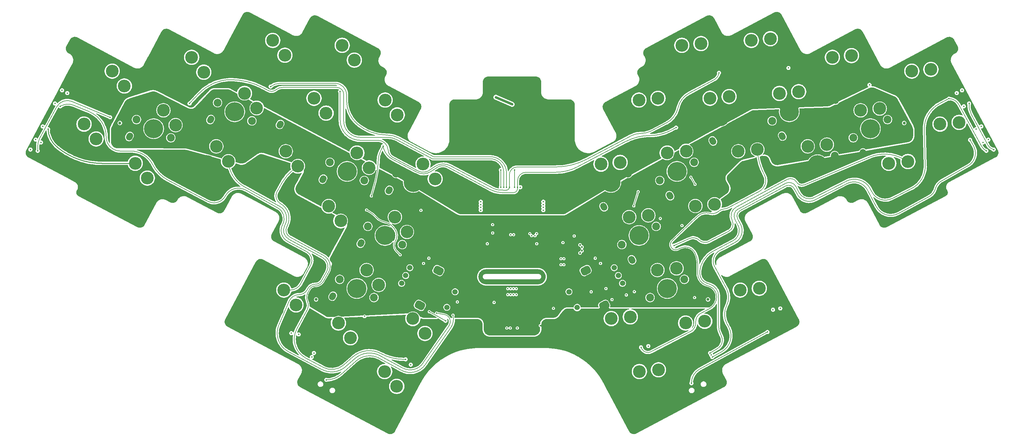
<source format=gbr>
%TF.GenerationSoftware,KiCad,Pcbnew,9.0.2*%
%TF.CreationDate,2025-06-13T18:26:31+01:00*%
%TF.ProjectId,____,e4e8e4e8-2e6b-4696-9361-645f70636258,2.0*%
%TF.SameCoordinates,Original*%
%TF.FileFunction,Copper,L3,Inr*%
%TF.FilePolarity,Positive*%
%FSLAX46Y46*%
G04 Gerber Fmt 4.6, Leading zero omitted, Abs format (unit mm)*
G04 Created by KiCad (PCBNEW 9.0.2) date 2025-06-13 18:26:31*
%MOMM*%
%LPD*%
G01*
G04 APERTURE LIST*
G04 Aperture macros list*
%AMRoundRect*
0 Rectangle with rounded corners*
0 $1 Rounding radius*
0 $2 $3 $4 $5 $6 $7 $8 $9 X,Y pos of 4 corners*
0 Add a 4 corners polygon primitive as box body*
4,1,4,$2,$3,$4,$5,$6,$7,$8,$9,$2,$3,0*
0 Add four circle primitives for the rounded corners*
1,1,$1+$1,$2,$3*
1,1,$1+$1,$4,$5*
1,1,$1+$1,$6,$7*
1,1,$1+$1,$8,$9*
0 Add four rect primitives between the rounded corners*
20,1,$1+$1,$2,$3,$4,$5,0*
20,1,$1+$1,$4,$5,$6,$7,0*
20,1,$1+$1,$6,$7,$8,$9,0*
20,1,$1+$1,$8,$9,$2,$3,0*%
%AMHorizOval*
0 Thick line with rounded ends*
0 $1 width*
0 $2 $3 position (X,Y) of the first rounded end (center of the circle)*
0 $4 $5 position (X,Y) of the second rounded end (center of the circle)*
0 Add line between two ends*
20,1,$1,$2,$3,$4,$5,0*
0 Add two circle primitives to create the rounded ends*
1,1,$1,$2,$3*
1,1,$1,$4,$5*%
G04 Aperture macros list end*
%TA.AperFunction,ComponentPad*%
%ADD10C,3.600000*%
%TD*%
%TA.AperFunction,ComponentPad*%
%ADD11C,2.200000*%
%TD*%
%TA.AperFunction,ComponentPad*%
%ADD12HorizOval,1.800000X-0.117368X-0.220737X0.117368X0.220737X0*%
%TD*%
%TA.AperFunction,ComponentPad*%
%ADD13C,5.400000*%
%TD*%
%TA.AperFunction,ComponentPad*%
%ADD14HorizOval,1.800000X-0.117368X0.220737X0.117368X-0.220737X0*%
%TD*%
%TA.AperFunction,ComponentPad*%
%ADD15C,5.600000*%
%TD*%
%TA.AperFunction,ComponentPad*%
%ADD16C,3.800000*%
%TD*%
%TA.AperFunction,ComponentPad*%
%ADD17C,1.500000*%
%TD*%
%TA.AperFunction,ComponentPad*%
%ADD18RoundRect,0.800000X-0.365454X0.590715X-0.694084X-0.027349X0.365454X-0.590715X0.694084X0.027349X0*%
%TD*%
%TA.AperFunction,ComponentPad*%
%ADD19RoundRect,0.800000X0.694084X-0.027349X0.365454X0.590715X-0.694084X0.027349X-0.365454X-0.590715X0*%
%TD*%
%TA.AperFunction,ViaPad*%
%ADD20C,0.450000*%
%TD*%
%TA.AperFunction,ViaPad*%
%ADD21C,0.550000*%
%TD*%
%TA.AperFunction,ViaPad*%
%ADD22C,0.500000*%
%TD*%
%TA.AperFunction,ViaPad*%
%ADD23C,0.800000*%
%TD*%
%TA.AperFunction,Conductor*%
%ADD24C,0.180000*%
%TD*%
%TA.AperFunction,Conductor*%
%ADD25C,0.220000*%
%TD*%
%TA.AperFunction,Conductor*%
%ADD26C,0.500000*%
%TD*%
%TA.AperFunction,Conductor*%
%ADD27C,0.550000*%
%TD*%
%TA.AperFunction,Conductor*%
%ADD28C,0.700000*%
%TD*%
G04 APERTURE END LIST*
D10*
%TO.N,row_2*%
%TO.C,SW17*%
X108870503Y-110878482D03*
%TO.N,mtx_f2*%
X112299351Y-115080030D03*
D11*
%TO.N,GND*%
X101244409Y-113505779D03*
D12*
X99268104Y-118287695D03*
D13*
X106100621Y-116087873D03*
D11*
X110956833Y-118669967D03*
%TD*%
D10*
%TO.N,row_1*%
%TO.C,SW12*%
X116851277Y-95868454D03*
%TO.N,mtx_f1*%
X120280125Y-100070002D03*
D11*
%TO.N,GND*%
X109225183Y-98495751D03*
D12*
X107248878Y-103277667D03*
D13*
X114081395Y-101077845D03*
D11*
X118937607Y-103659939D03*
%TD*%
D10*
%TO.N,row_4*%
%TO.C,SW25*%
X198033936Y-47181491D03*
%TO.N,mtx_d4*%
X203434564Y-46688323D03*
D11*
%TO.N,GND*%
X195947606Y-54972976D03*
D14*
X198806859Y-59285420D03*
D13*
X200803818Y-52390882D03*
D11*
X205660030Y-49808788D03*
%TD*%
D10*
%TO.N,row_7*%
%TO.C,SW39*%
X178053372Y-124626525D03*
%TO.N,mtx_c7*%
X183454000Y-124133357D03*
D11*
%TO.N,GND*%
X175967042Y-132418010D03*
D14*
X178826295Y-136730454D03*
D13*
X180823254Y-129835916D03*
D11*
X185679466Y-127253822D03*
%TD*%
D10*
%TO.N,row_2*%
%TO.C,SW16*%
X98141393Y-92715651D03*
%TO.N,mtx_e2*%
X101570241Y-96917199D03*
D11*
%TO.N,GND*%
X90515299Y-95342948D03*
D12*
X88538994Y-100124864D03*
D13*
X95371511Y-97925042D03*
D11*
X100227723Y-100507136D03*
%TD*%
D10*
%TO.N,row_6*%
%TO.C,SW35*%
X233644795Y-75814801D03*
%TO.N,mtx_c6*%
X239045423Y-75321633D03*
D11*
%TO.N,GND*%
X231558465Y-83606286D03*
D14*
X234417718Y-87918730D03*
D13*
X236414677Y-81024192D03*
D11*
X241270889Y-78442098D03*
%TD*%
D10*
%TO.N,row_0*%
%TO.C,SW4*%
X101966143Y-47181364D03*
%TO.N,mtx_d0*%
X105394991Y-51382912D03*
D11*
%TO.N,GND*%
X94340049Y-49808661D03*
D12*
X92363744Y-54590577D03*
D13*
X99196261Y-52390755D03*
D11*
X104052473Y-54972849D03*
%TD*%
D10*
%TO.N,row_2*%
%TO.C,SW15*%
X86004110Y-77201581D03*
%TO.N,mtx_d2*%
X89432958Y-81403129D03*
D11*
%TO.N,GND*%
X78378016Y-79828878D03*
D12*
X76401711Y-84610794D03*
D13*
X83234228Y-82410972D03*
D11*
X88090440Y-84993066D03*
%TD*%
D10*
%TO.N,row_3*%
%TO.C,SW21*%
X121946730Y-124626658D03*
%TO.N,mtx_c3*%
X125375578Y-128828206D03*
D11*
%TO.N,GND*%
X114320636Y-127253955D03*
D12*
X112344331Y-132035871D03*
D13*
X119176848Y-129836049D03*
D11*
X124033060Y-132418143D03*
%TD*%
D10*
%TO.N,row_4*%
%TO.C,SW26*%
X185896650Y-62695558D03*
%TO.N,mtx_e4*%
X191297278Y-62202390D03*
D11*
%TO.N,GND*%
X183810320Y-70487043D03*
D14*
X186669573Y-74799487D03*
D13*
X188666532Y-67904949D03*
D11*
X193522744Y-65322855D03*
%TD*%
D10*
%TO.N,row_2*%
%TO.C,SW13*%
X43420150Y-80608399D03*
%TO.N,mtx_b2*%
X46848998Y-84809947D03*
D11*
%TO.N,GND*%
X35794056Y-83235696D03*
D12*
X33817751Y-88017612D03*
D13*
X40650268Y-85817790D03*
D11*
X45506480Y-88399884D03*
%TD*%
D10*
%TO.N,row_3*%
%TO.C,SW18*%
X85465899Y-116555154D03*
%TO.N,mtx_e3*%
X88894747Y-120756702D03*
D11*
%TO.N,GND*%
X77839805Y-119182451D03*
D12*
X75863500Y-123964367D03*
D13*
X82696017Y-121764545D03*
D11*
X87552229Y-124346639D03*
%TD*%
D10*
%TO.N,row_0*%
%TO.C,SW1*%
X36916525Y-54498957D03*
%TO.N,mtx_a0*%
X40345373Y-58700505D03*
D11*
%TO.N,GND*%
X29290431Y-57126254D03*
D12*
X27314126Y-61908170D03*
D13*
X34146643Y-59708348D03*
D11*
X39002855Y-62290442D03*
%TD*%
D10*
%TO.N,row_4*%
%TO.C,SW22*%
X263083553Y-54499089D03*
%TO.N,mtx_a4*%
X268484181Y-54005921D03*
D11*
%TO.N,GND*%
X260997223Y-62290574D03*
D14*
X263856476Y-66603018D03*
D13*
X265853435Y-59708480D03*
D11*
X270709647Y-57126386D03*
%TD*%
D10*
%TO.N,row_1*%
%TO.C,SW11*%
X106122408Y-77705539D03*
%TO.N,mtx_e1*%
X109551256Y-81907087D03*
D11*
%TO.N,GND*%
X98496314Y-80332836D03*
D12*
X96520009Y-85114752D03*
D13*
X103352526Y-82914930D03*
D11*
X108208738Y-85497024D03*
%TD*%
D10*
%TO.N,row_5*%
%TO.C,SW28*%
X271064570Y-69509198D03*
%TO.N,mtx_a5*%
X276465198Y-69016030D03*
D11*
%TO.N,GND*%
X268978240Y-77300683D03*
D14*
X271837493Y-81613127D03*
D13*
X273834452Y-74718589D03*
D11*
X278690664Y-72136495D03*
%TD*%
D10*
%TO.N,row_4*%
%TO.C,SW24*%
X217682764Y-45794584D03*
%TO.N,mtx_c4*%
X223083392Y-45301416D03*
D11*
%TO.N,GND*%
X215596434Y-53586069D03*
D14*
X218455687Y-57898513D03*
D13*
X220452646Y-51003975D03*
D11*
X225308858Y-48421881D03*
%TD*%
D10*
%TO.N,row_1*%
%TO.C,SW10*%
X93985126Y-62191472D03*
%TO.N,mtx_d1*%
X97413974Y-66393020D03*
D11*
%TO.N,GND*%
X86359032Y-64818769D03*
D12*
X84382727Y-69600685D03*
D13*
X91215244Y-67400863D03*
D11*
X96071456Y-69982957D03*
%TD*%
D10*
%TO.N,row_6*%
%TO.C,SW38*%
X191129598Y-110878352D03*
%TO.N,mtx_f6*%
X196530226Y-110385184D03*
D11*
%TO.N,GND*%
X189043268Y-118669837D03*
D14*
X191902521Y-122982281D03*
D13*
X193899480Y-116087743D03*
D11*
X198755692Y-113505649D03*
%TD*%
D10*
%TO.N,row_6*%
%TO.C,SW34*%
X256579927Y-80608528D03*
%TO.N,mtx_b6*%
X261980555Y-80115360D03*
D11*
%TO.N,GND*%
X254493597Y-88400013D03*
D14*
X257352850Y-92712457D03*
D13*
X259349809Y-85817919D03*
D11*
X264206021Y-83235825D03*
%TD*%
D10*
%TO.N,row_7*%
%TO.C,SW40*%
X186034385Y-139636634D03*
%TO.N,mtx_d7*%
X191435013Y-139143466D03*
D11*
%TO.N,GND*%
X183948055Y-147428119D03*
D14*
X186807308Y-151740563D03*
D13*
X188804267Y-144846025D03*
D11*
X193660479Y-142263931D03*
%TD*%
D10*
%TO.N,row_0*%
%TO.C,SW6*%
X124832295Y-80858342D03*
%TO.N,mtx_f0*%
X128261143Y-85059890D03*
D11*
%TO.N,GND*%
X117206201Y-83485639D03*
D12*
X115229896Y-88267555D03*
D13*
X122062413Y-86067733D03*
D11*
X126918625Y-88649827D03*
%TD*%
D10*
%TO.N,row_5*%
%TO.C,SW31*%
X206014952Y-62191600D03*
%TO.N,mtx_d5*%
X211415580Y-61698432D03*
D11*
%TO.N,GND*%
X203928622Y-69983085D03*
D14*
X206787875Y-74295529D03*
D13*
X208784834Y-67400991D03*
D11*
X213641046Y-64818897D03*
%TD*%
D10*
%TO.N,row_4*%
%TO.C,SW27*%
X175167781Y-80858472D03*
%TO.N,mtx_f4*%
X180568409Y-80365304D03*
D11*
%TO.N,GND*%
X173081451Y-88649957D03*
D14*
X175940704Y-92962401D03*
D13*
X177937663Y-86067863D03*
D11*
X182793875Y-83485769D03*
%TD*%
D10*
%TO.N,row_1*%
%TO.C,SW9*%
X74336295Y-60804565D03*
%TO.N,mtx_c1*%
X77765143Y-65006113D03*
D11*
%TO.N,GND*%
X66710201Y-63431862D03*
D12*
X64733896Y-68213778D03*
D13*
X71566413Y-66013956D03*
D11*
X76422625Y-68596050D03*
%TD*%
D10*
%TO.N,row_3*%
%TO.C,SW20*%
X113965712Y-139636762D03*
%TO.N,mtx_d3*%
X117394560Y-143838310D03*
D11*
%TO.N,GND*%
X106339618Y-142264059D03*
D12*
X104363313Y-147045975D03*
D13*
X111195830Y-144846153D03*
D11*
X116052042Y-147428247D03*
%TD*%
D10*
%TO.N,row_7*%
%TO.C,SW42*%
X214534199Y-116555025D03*
%TO.N,mtx_e7*%
X219934827Y-116061857D03*
D11*
%TO.N,GND*%
X212447869Y-124346510D03*
D14*
X215307122Y-128658954D03*
D13*
X217304081Y-121764416D03*
D11*
X222160293Y-119182322D03*
%TD*%
D10*
%TO.N,row_6*%
%TO.C,SW37*%
X201858684Y-92715777D03*
%TO.N,mtx_e6*%
X207259312Y-92222609D03*
D11*
%TO.N,GND*%
X199772354Y-100507262D03*
D14*
X202631607Y-104819706D03*
D13*
X204628566Y-97925168D03*
D11*
X209484778Y-95343074D03*
%TD*%
D10*
%TO.N,row_5*%
%TO.C,SW30*%
X225663781Y-60804694D03*
%TO.N,mtx_c5*%
X231064409Y-60311526D03*
D11*
%TO.N,GND*%
X223577451Y-68596179D03*
D14*
X226436704Y-72908623D03*
D13*
X228433663Y-66014085D03*
D11*
X233289875Y-63431991D03*
%TD*%
D10*
%TO.N,row_1*%
%TO.C,SW8*%
X51401165Y-65598290D03*
%TO.N,mtx_b1*%
X54830013Y-69799838D03*
D11*
%TO.N,GND*%
X43775071Y-68225587D03*
D12*
X41798766Y-73007503D03*
D13*
X48631283Y-70807681D03*
D11*
X53487495Y-73389775D03*
%TD*%
D10*
%TO.N,row_0*%
%TO.C,SW5*%
X114103424Y-62695432D03*
%TO.N,mtx_e0*%
X117532272Y-66896980D03*
D11*
%TO.N,GND*%
X106477330Y-65322729D03*
D12*
X104501025Y-70104645D03*
D13*
X111333542Y-67904823D03*
D11*
X116189754Y-70486917D03*
%TD*%
D10*
%TO.N,row_5*%
%TO.C,SW29*%
X248598910Y-65598419D03*
%TO.N,mtx_b5*%
X253999538Y-65105251D03*
D11*
%TO.N,GND*%
X246512580Y-73389904D03*
D14*
X249371833Y-77702348D03*
D13*
X251368792Y-70807810D03*
D11*
X256225004Y-68225716D03*
%TD*%
D10*
%TO.N,row_1*%
%TO.C,SW7*%
X28935508Y-69509067D03*
%TO.N,mtx_a1*%
X32364356Y-73710615D03*
D11*
%TO.N,GND*%
X21309414Y-72136364D03*
D12*
X19333109Y-76918280D03*
D13*
X26165626Y-74718458D03*
D11*
X31021838Y-77300552D03*
%TD*%
D10*
%TO.N,row_0*%
%TO.C,SW3*%
X82317314Y-45794456D03*
%TO.N,mtx_c0*%
X85746162Y-49996004D03*
D11*
%TO.N,GND*%
X74691220Y-48421753D03*
D12*
X72714915Y-53203669D03*
D13*
X79547432Y-51003847D03*
D11*
X84403644Y-53585941D03*
%TD*%
D10*
%TO.N,row_4*%
%TO.C,SW23*%
X240617894Y-50588309D03*
%TO.N,mtx_b4*%
X246018522Y-50095141D03*
D11*
%TO.N,GND*%
X238531564Y-58379794D03*
D14*
X241390817Y-62692238D03*
D13*
X243387776Y-55797700D03*
D11*
X248243988Y-53215606D03*
%TD*%
D10*
%TO.N,row_3*%
%TO.C,SW19*%
X100889486Y-125888591D03*
%TO.N,mtx_f3*%
X104318334Y-130090139D03*
D11*
%TO.N,GND*%
X93263392Y-128515888D03*
D12*
X91287087Y-133297804D03*
D13*
X98119604Y-131097982D03*
D11*
X102975816Y-133680076D03*
%TD*%
D10*
%TO.N,row_6*%
%TO.C,SW36*%
X213995967Y-77201707D03*
%TO.N,mtx_d6*%
X219396595Y-76708539D03*
D11*
%TO.N,GND*%
X211909637Y-84993192D03*
D14*
X214768890Y-89305636D03*
D13*
X216765849Y-82411098D03*
D11*
X221622061Y-79829004D03*
%TD*%
D10*
%TO.N,row_2*%
%TO.C,SW14*%
X66355281Y-75814674D03*
%TO.N,mtx_c2*%
X69784129Y-80016222D03*
D11*
%TO.N,GND*%
X58729187Y-78441971D03*
D12*
X56752882Y-83223887D03*
D13*
X63585399Y-81024065D03*
D11*
X68441611Y-83606159D03*
%TD*%
D10*
%TO.N,row_0*%
%TO.C,SW2*%
X59382183Y-50588181D03*
%TO.N,mtx_b0*%
X62811031Y-54789729D03*
D11*
%TO.N,GND*%
X51756089Y-53215478D03*
D12*
X49779784Y-57997394D03*
D13*
X56612301Y-55797572D03*
D11*
X61468513Y-58379666D03*
%TD*%
D10*
%TO.N,row_7*%
%TO.C,SW41*%
X199110615Y-125888458D03*
%TO.N,mtx_f7*%
X204511243Y-125395290D03*
D11*
%TO.N,GND*%
X197024285Y-133679943D03*
D14*
X199883538Y-137992387D03*
D13*
X201880497Y-131097849D03*
D11*
X206736709Y-128515755D03*
%TD*%
D10*
%TO.N,row_5*%
%TO.C,SW33*%
X183148798Y-95868582D03*
%TO.N,mtx_f5*%
X188549426Y-95375414D03*
D11*
%TO.N,GND*%
X181062468Y-103660067D03*
D14*
X183921721Y-107972511D03*
D13*
X185918680Y-101077973D03*
D11*
X190774892Y-98495879D03*
%TD*%
D10*
%TO.N,row_5*%
%TO.C,SW32*%
X193877668Y-77705669D03*
%TO.N,mtx_e5*%
X199278296Y-77212501D03*
D11*
%TO.N,GND*%
X191791338Y-85497154D03*
D14*
X194650591Y-89809598D03*
D13*
X196647550Y-82915060D03*
D11*
X201503762Y-80332966D03*
%TD*%
D15*
%TO.N,GND*%
%TO.C,H13*%
X135500000Y-65925000D03*
%TD*%
D16*
%TO.N,GND*%
%TO.C,H5*%
X53650000Y-88950000D03*
%TD*%
D17*
%TO.N,enc_1a*%
%TO.C,SW43*%
X121101573Y-110221595D03*
%TO.N,enc_1b*%
X118754215Y-114636333D03*
%TO.N,GND*%
X119927894Y-112428964D03*
D18*
X129179041Y-111005493D03*
X123920959Y-120894507D03*
D17*
%TO.N,mtx_b3*%
X133904312Y-117028932D03*
%TO.N,row_3*%
X131556954Y-121443670D03*
%TD*%
D16*
%TO.N,GND*%
%TO.C,H3*%
X26900000Y-47800000D03*
%TD*%
%TO.N,GND*%
%TO.C,H1*%
X94400000Y-112000000D03*
%TD*%
%TO.N,GND*%
%TO.C,H7*%
X188400000Y-55400000D03*
%TD*%
%TO.N,GND*%
%TO.C,H6*%
X111600000Y-55400000D03*
%TD*%
%TO.N,GND*%
%TO.C,H4*%
X273100000Y-47800000D03*
%TD*%
D15*
%TO.N,GND*%
%TO.C,H15*%
X135500000Y-130000000D03*
%TD*%
D16*
%TO.N,GND*%
%TO.C,H8*%
X246350000Y-88950000D03*
%TD*%
D15*
%TO.N,GND*%
%TO.C,H16*%
X164500000Y-130000000D03*
%TD*%
%TO.N,GND*%
%TO.C,H14*%
X164500000Y-65925000D03*
%TD*%
D17*
%TO.N,enc_2a*%
%TO.C,SW44*%
X181245785Y-114636333D03*
%TO.N,enc_2b*%
X178898427Y-110221595D03*
%TO.N,GND*%
X180072106Y-112428964D03*
D19*
X176079041Y-120894507D03*
X170820959Y-111005493D03*
D17*
%TO.N,row_7*%
X168443046Y-121443670D03*
%TO.N,mtx_b7*%
X166095688Y-117028932D03*
%TD*%
D16*
%TO.N,GND*%
%TO.C,H2*%
X205600000Y-112000000D03*
%TD*%
D20*
%TO.N,col_b*%
X58787284Y-63658775D03*
X206338800Y-134954002D03*
X126469472Y-107517052D03*
X147650000Y-87400000D03*
X251121244Y-58390486D03*
X178275000Y-119225000D03*
X173530528Y-107517052D03*
%TO.N,col_a*%
X206033644Y-134380086D03*
X146850000Y-82500000D03*
X273586903Y-62301265D03*
X15842107Y-77084356D03*
X36321627Y-67569551D03*
X146850000Y-87400000D03*
X284157893Y-77084356D03*
%TO.N,col_c*%
X126567052Y-122680528D03*
X131200000Y-125250000D03*
X148450000Y-87400000D03*
X279575000Y-73975000D03*
X206643957Y-135527918D03*
X81722415Y-58865050D03*
X228186114Y-53596761D03*
X182332948Y-117930528D03*
%TO.N,col_d*%
X208537286Y-54983667D03*
X149250000Y-87400000D03*
X188556718Y-132428705D03*
X121351831Y-137697252D03*
X101371244Y-60251958D03*
X93356043Y-135527918D03*
D21*
%TO.N,GND*%
X164500000Y-63425000D03*
D20*
X274750000Y-47800000D03*
X177000000Y-64900000D03*
X72040735Y-126928536D03*
X157425000Y-130000000D03*
X96050000Y-112000000D03*
X147750000Y-114150000D03*
X53650000Y-90600000D03*
X190050000Y-55400000D03*
D21*
X166200000Y-131700000D03*
D20*
X167600000Y-101200000D03*
D21*
X166200000Y-67625000D03*
D20*
X26900000Y-46150000D03*
X26000000Y-54900000D03*
D21*
X162000000Y-65925000D03*
D20*
X200089342Y-147873424D03*
D21*
X164500000Y-132500000D03*
D20*
X109950000Y-55400000D03*
D21*
X164500000Y-127500000D03*
D20*
X29000000Y-88900000D03*
X44500000Y-97400000D03*
X134525000Y-119900000D03*
X188500000Y-49400000D03*
X158750000Y-111900000D03*
D21*
X162000000Y-130000000D03*
D20*
X153000000Y-132400000D03*
X147750000Y-111150000D03*
D21*
X166200000Y-64225000D03*
D20*
X152300000Y-57750000D03*
X273100000Y-46150000D03*
X205500000Y-40400000D03*
X227959265Y-126928536D03*
X147000000Y-132400000D03*
D21*
X135500000Y-127500000D03*
X166200000Y-128300000D03*
D20*
X67000000Y-93400000D03*
D21*
X162800000Y-128300000D03*
D20*
X207250000Y-112000000D03*
X101928737Y-145888516D03*
D21*
X135500000Y-132500000D03*
D20*
X144500000Y-98000000D03*
D21*
X162800000Y-64225000D03*
D20*
X52500000Y-44400000D03*
X188400000Y-57050000D03*
X206976333Y-144211546D03*
X30000000Y-86400000D03*
D21*
X167000000Y-65925000D03*
D20*
X246350000Y-87300000D03*
X205600000Y-110350000D03*
X191950000Y-96250000D03*
X171000000Y-134900000D03*
X111600000Y-57050000D03*
X143250000Y-111150000D03*
X253000000Y-53400000D03*
X158750000Y-113650000D03*
X141250000Y-113650000D03*
X26900000Y-49450000D03*
X156750000Y-111150000D03*
X52000000Y-88950000D03*
X94000000Y-40900000D03*
X271450000Y-47800000D03*
X32000000Y-48900000D03*
X184600000Y-117000000D03*
X154500000Y-114150000D03*
X93023667Y-144211546D03*
D21*
X133800000Y-67625000D03*
X133800000Y-128300000D03*
D20*
X94400000Y-110350000D03*
X144550000Y-100350000D03*
D21*
X133000000Y-65925000D03*
D20*
X164400000Y-103100000D03*
X248000000Y-88950000D03*
X145900000Y-87400000D03*
X94400000Y-113650000D03*
X161725000Y-121700000D03*
X244700000Y-88950000D03*
X154000000Y-68400000D03*
X176575000Y-116100000D03*
D21*
X137200000Y-128300000D03*
D20*
X152250000Y-114150000D03*
X28550000Y-47800000D03*
D22*
X151000000Y-61625000D03*
D20*
X123000000Y-64900000D03*
X209500000Y-142400000D03*
X111000000Y-49400000D03*
D21*
X162800000Y-131700000D03*
D20*
X83500000Y-101900000D03*
X151500000Y-127300000D03*
X139500000Y-94200000D03*
X186750000Y-55400000D03*
X99910658Y-147873424D03*
X172375000Y-117025000D03*
X150000000Y-111150000D03*
X156750000Y-114150000D03*
X246350000Y-90600000D03*
D21*
X138000000Y-130000000D03*
D20*
X154500000Y-111150000D03*
X145500000Y-68400000D03*
X145500000Y-114150000D03*
X145500000Y-111150000D03*
D21*
X135500000Y-68425000D03*
X133800000Y-64225000D03*
D20*
X157000000Y-103400000D03*
X205600000Y-113650000D03*
D21*
X162800000Y-67625000D03*
D20*
X143250000Y-114150000D03*
D21*
X133800000Y-131700000D03*
D20*
X150000000Y-114150000D03*
X117450000Y-75600000D03*
D21*
X137200000Y-131700000D03*
D20*
X144925000Y-120050000D03*
X143000000Y-103400000D03*
X141250000Y-111900000D03*
X74500000Y-117900000D03*
X115500000Y-155900000D03*
D21*
X133000000Y-130000000D03*
D20*
X131500000Y-133900000D03*
D21*
X135500000Y-63425000D03*
D20*
X273100000Y-49450000D03*
X55300000Y-88950000D03*
X113250000Y-55400000D03*
X75500000Y-39400000D03*
X203950000Y-112000000D03*
D22*
X151000000Y-63075000D03*
D20*
X92750000Y-112000000D03*
X152250000Y-111150000D03*
X198071263Y-145888516D03*
X188400000Y-53750000D03*
D22*
X151625000Y-62350000D03*
D20*
X53650000Y-87300000D03*
X170000000Y-78400000D03*
X206459265Y-141428536D03*
D21*
X138000000Y-65925000D03*
X137200000Y-64225000D03*
D20*
X90500000Y-142900000D03*
X93540735Y-141428536D03*
X225000000Y-38900000D03*
X248000000Y-43900000D03*
X157975000Y-126600000D03*
X25250000Y-47800000D03*
D21*
X164500000Y-68425000D03*
X167000000Y-130000000D03*
D20*
X111600000Y-53750000D03*
X128000000Y-136400000D03*
X147700000Y-57750000D03*
X95500000Y-108900000D03*
D21*
X137200000Y-67625000D03*
D20*
X274500000Y-56400000D03*
X79000000Y-109900000D03*
%TO.N,col_f*%
X184450000Y-92650000D03*
X108275604Y-123949076D03*
X93966356Y-134380086D03*
X124237396Y-93928936D03*
X201632948Y-118680528D03*
X150750000Y-82500000D03*
X185671131Y-88660648D03*
X150750000Y-87400000D03*
%TO.N,col_e*%
X110204918Y-89850000D03*
X113508525Y-75766026D03*
X223817052Y-122119472D03*
X89632948Y-129119472D03*
X196400000Y-70497734D03*
X201750000Y-86550000D03*
X200600000Y-84550000D03*
X151550000Y-87400000D03*
%TO.N,mtx_a2*%
X15272555Y-73907111D03*
X17267338Y-70155465D03*
%TO.N,mtx_b2*%
X118350000Y-106550000D03*
X108850000Y-93850000D03*
X124956613Y-108977791D03*
%TO.N,mtx_c2*%
X128638104Y-123045556D03*
%TO.N,mtx_d2*%
X119891092Y-136184393D03*
%TO.N,mtx_e2*%
X87561896Y-128754444D03*
%TO.N,mtx_a3*%
X13771055Y-76719328D03*
X20717953Y-63665800D03*
X22713208Y-59913273D03*
%TO.N,mtx_a6*%
X284727917Y-73907992D03*
X282732662Y-70155465D03*
%TO.N,mtx_b6*%
X175043387Y-108977791D03*
X195850000Y-103950000D03*
%TO.N,mtx_c6*%
X198075000Y-98250000D03*
%TO.N,mtx_d6*%
X186485666Y-132793733D03*
%TO.N,mtx_e6*%
X225888104Y-121754444D03*
%TO.N,mtx_a7*%
X277286792Y-59913273D03*
X286228945Y-76719328D03*
X279282047Y-63665800D03*
%TO.N,row_3*%
X22218964Y-64463901D03*
X141150000Y-93900000D03*
X24214219Y-60711374D03*
%TO.N,row_0*%
X141150000Y-91500000D03*
%TO.N,row_2*%
X18768349Y-70953566D03*
X16773094Y-74706093D03*
X141150000Y-93100000D03*
%TO.N,row_1*%
X141150000Y-92300000D03*
%TO.N,row_6*%
X281231651Y-70953566D03*
X283226906Y-74706093D03*
X158850000Y-93100000D03*
%TO.N,row_5*%
X158850000Y-92300000D03*
%TO.N,row_7*%
X158850000Y-93900000D03*
X277781036Y-64463901D03*
X275785781Y-60711374D03*
%TO.N,row_4*%
X158850000Y-91500000D03*
D23*
%TO.N,VCC*%
X95645523Y-117185947D03*
D21*
X166800000Y-103850000D03*
D20*
X163900000Y-111700000D03*
D23*
X259854477Y-67185947D03*
X204354477Y-117185947D03*
X40145523Y-67185947D03*
D21*
X143450000Y-100250000D03*
X166800000Y-103000000D03*
X143450000Y-98100000D03*
X142650000Y-97600000D03*
D20*
X150500000Y-127300000D03*
D21*
X150000000Y-125700000D03*
X143450000Y-97150000D03*
X165950000Y-103400000D03*
D20*
%TO.N,scl*%
X164650000Y-107650000D03*
X148500000Y-127300000D03*
%TO.N,sda*%
X149500000Y-127300000D03*
X163850000Y-107650000D03*
%TO.N,ch1*%
X156950000Y-100550000D03*
X148800000Y-116150000D03*
%TO.N,ch2*%
X156500000Y-101150000D03*
X149600000Y-116150000D03*
%TO.N,ch3*%
X155550000Y-101150000D03*
X150400000Y-116150000D03*
%TO.N,ch14*%
X150450000Y-100850000D03*
X164650000Y-109350000D03*
%TO.N,ch4*%
X151200000Y-116150000D03*
X155050000Y-100550000D03*
%TO.N,ch15*%
X149600000Y-100850000D03*
X163850000Y-109350000D03*
%TO.N,row_8*%
X200748530Y-142936019D03*
X152350000Y-87400000D03*
X222248530Y-128436019D03*
X97485574Y-141997076D03*
X133300000Y-123650000D03*
%TO.N,enc_2b*%
X150400000Y-117850000D03*
%TO.N,enc_2a*%
X151200000Y-117850000D03*
%TO.N,enc_1a*%
X148800000Y-117850000D03*
%TO.N,enc_1b*%
X149600000Y-117850000D03*
D21*
%TO.N,VDC*%
X145450000Y-61900000D03*
X150000000Y-63900000D03*
D23*
%TO.N,uv2*%
X39077476Y-69194653D03*
D21*
X169795000Y-105400000D03*
%TO.N,uv1*%
X169245000Y-106050000D03*
D23*
X94577476Y-119194653D03*
D21*
%TO.N,uv3*%
X169795000Y-104350000D03*
D23*
X205422524Y-119194653D03*
%TO.N,uv4*%
X260922524Y-69194653D03*
D21*
X169245000Y-103750000D03*
%TD*%
D24*
%TO.N,col_b*%
X81035285Y-59989517D02*
X79586735Y-59215778D01*
X127550000Y-79350000D02*
X117611461Y-74008583D01*
X114597604Y-73250000D02*
X106994542Y-73250000D01*
X61593299Y-60701335D02*
X58787284Y-63658775D01*
X102400000Y-68655458D02*
X102400000Y-61100000D01*
X100400000Y-59100000D02*
X85079454Y-59100000D01*
X147650000Y-87400000D02*
X147650000Y-83122854D01*
X143877146Y-79350000D02*
X127550000Y-79350000D01*
X114597604Y-73250000D02*
G75*
G02*
X117611458Y-74008588I-4J-6366300D01*
G01*
X106994542Y-73250000D02*
G75*
G02*
X102400000Y-68655458I-42J4594500D01*
G01*
X147650000Y-83122854D02*
G75*
G03*
X143877146Y-79350000I-3772900J-46D01*
G01*
X102400000Y-61100000D02*
G75*
G03*
X100400000Y-59100000I-2000000J0D01*
G01*
X79586735Y-59215778D02*
G75*
G03*
X70440079Y-56913519I-9196935J-17218022D01*
G01*
X61593299Y-60701335D02*
G75*
G02*
X70440079Y-56913509I8815441J-8364085D01*
G01*
X85079454Y-59100000D02*
G75*
G03*
X83260037Y-59760156I46J-2837400D01*
G01*
X81035285Y-59989517D02*
G75*
G03*
X83260028Y-59760145I942315J1764117D01*
G01*
%TO.N,col_a*%
X244483737Y-85702055D02*
X235536026Y-90313993D01*
X231264012Y-88990308D02*
X230297178Y-87194758D01*
X282757374Y-75696851D02*
X276342136Y-63935584D01*
X262967212Y-87796945D02*
X257436086Y-90604411D01*
X208126899Y-133147438D02*
X206033644Y-134380086D01*
X15846489Y-75705002D02*
X15842107Y-77084356D01*
X213054354Y-96518766D02*
X213910241Y-98153895D01*
X21186305Y-64647713D02*
X16372168Y-73626148D01*
X208400000Y-118174197D02*
X208400000Y-126549425D01*
X266625796Y-71006347D02*
X266885252Y-81228917D01*
X212564547Y-102509936D02*
X206824355Y-105566705D01*
X273586903Y-62301265D02*
X270882578Y-63731763D01*
X227309423Y-86304907D02*
X213952763Y-93565649D01*
X251873890Y-88855920D02*
X251323419Y-87828752D01*
X36321627Y-67569551D02*
X25577390Y-63086245D01*
X146850000Y-82500000D02*
X146850000Y-87400000D01*
X205111441Y-114602107D02*
X206111227Y-114951089D01*
X251323419Y-87828752D02*
G75*
G03*
X244483726Y-85702034I-4500419J-2411848D01*
G01*
X235536026Y-90313993D02*
G75*
G02*
X231264015Y-88990306I-1462126J2836693D01*
G01*
X16372168Y-73626148D02*
G75*
G03*
X15846476Y-75705002I3903332J-2092952D01*
G01*
X206111227Y-114951089D02*
G75*
G02*
X208400015Y-118174197I-1125027J-3223111D01*
G01*
X209140634Y-129354868D02*
G75*
G02*
X208126873Y-133147394I-2433634J-1381232D01*
G01*
X230297178Y-87194758D02*
G75*
G03*
X227309400Y-86304865I-1937078J-1043042D01*
G01*
X25577390Y-63086245D02*
G75*
G03*
X21186299Y-64647710I-1335270J-3199965D01*
G01*
X213952763Y-93565649D02*
G75*
G03*
X213054385Y-96518750I1050737J-1932851D01*
G01*
X209140634Y-129354868D02*
G75*
G02*
X208399991Y-126549425I4943066J2805468D01*
G01*
X270882578Y-63731763D02*
G75*
G03*
X266625756Y-71006348I3740622J-7071637D01*
G01*
X213910241Y-98153895D02*
G75*
G02*
X212564574Y-102509987I-2866441J-1500405D01*
G01*
X257436086Y-90604411D02*
G75*
G02*
X251873851Y-88855941I-1887186J3718011D01*
G01*
X282757374Y-75696851D02*
G75*
G03*
X284157891Y-77084360I3019026J1646751D01*
G01*
X276342136Y-63935584D02*
G75*
G03*
X273586903Y-62301323I-2753036J-1501716D01*
G01*
X206824355Y-105566705D02*
G75*
G03*
X203100023Y-111769543I3303145J-6202795D01*
G01*
X203100000Y-111769543D02*
G75*
G03*
X205111447Y-114602090I3000200J43D01*
G01*
X266885252Y-81228917D02*
G75*
G02*
X262967193Y-87796907I-7159552J-181683D01*
G01*
%TO.N,col_c*%
X267964539Y-90061512D02*
X259287254Y-94830942D01*
X279046883Y-81266067D02*
X271431082Y-85617953D01*
X103200000Y-61210068D02*
X103200000Y-62828433D01*
X209345309Y-133985862D02*
X206643957Y-135527918D01*
X227344653Y-87068301D02*
X214506663Y-94012119D01*
X127850000Y-78750000D02*
X143796035Y-78750000D01*
X148450000Y-83403965D02*
X148450000Y-87400000D01*
X213808687Y-96272079D02*
X214668348Y-97940078D01*
X84391218Y-57950000D02*
X99939932Y-57950000D01*
X131200000Y-125250000D02*
X126567052Y-122680528D01*
X244713896Y-86371829D02*
X235693944Y-91008253D01*
X207331328Y-109970977D02*
X210642623Y-116085745D01*
X210757449Y-126025486D02*
X211326020Y-127083279D01*
X279575000Y-73975000D02*
X280640219Y-75912287D01*
X213057467Y-103064983D02*
X208736031Y-105346862D01*
X230768403Y-89503859D02*
X229830041Y-87798945D01*
X253093743Y-92978858D02*
X250568792Y-88211599D01*
X117968424Y-73442429D02*
X127850000Y-78750000D01*
X210757449Y-126025486D02*
G75*
G02*
X210702626Y-120945803I4822651J2592186D01*
G01*
X214668348Y-97940078D02*
G75*
G02*
X213057451Y-103064952I-3393548J-1748922D01*
G01*
X106242070Y-69480362D02*
G75*
G03*
X114619539Y-72599984I8377430J9688562D01*
G01*
X229830041Y-87798945D02*
G75*
G03*
X227344637Y-87068271I-1610741J-886555D01*
G01*
X106242070Y-69480362D02*
G75*
G02*
X103199961Y-62828433I5751630J6651962D01*
G01*
X103200000Y-61210068D02*
G75*
G03*
X99939932Y-57950000I-3260100J-32D01*
G01*
X280640219Y-75912287D02*
G75*
G02*
X279046908Y-81266110I-3599719J-1842713D01*
G01*
X143796035Y-78750000D02*
G75*
G02*
X148450000Y-83403965I-35J-4654000D01*
G01*
X214506663Y-94012119D02*
G75*
G03*
X213808701Y-96272072I803737J-1485981D01*
G01*
X81722415Y-58865050D02*
G75*
G02*
X84391218Y-57950012I2668785J-3434350D01*
G01*
X210642623Y-116085745D02*
G75*
G02*
X210702669Y-120945825I-4592823J-2487155D01*
G01*
X271431082Y-85617953D02*
G75*
G03*
X269763774Y-87774159I1763718J-3086547D01*
G01*
X250568792Y-88211599D02*
G75*
G03*
X244713894Y-86371825I-3858692J-2043701D01*
G01*
X259287254Y-94830942D02*
G75*
G02*
X253093719Y-92978871I-2184954J3975242D01*
G01*
X269763787Y-87774163D02*
G75*
G02*
X267964545Y-90061522I-3591887J974063D01*
G01*
X208736031Y-105346862D02*
G75*
G03*
X207331279Y-109971004I1588269J-3007938D01*
G01*
X235693944Y-91008253D02*
G75*
G02*
X230768414Y-89503853I-1688944J3285753D01*
G01*
X117968424Y-73442429D02*
G75*
G03*
X114619539Y-72599972I-3348824J-6234671D01*
G01*
X211326020Y-127083279D02*
G75*
G02*
X209345291Y-133985831I-4530820J-2435321D01*
G01*
%TO.N,col_d*%
X126591744Y-82633944D02*
X128237511Y-81512980D01*
X162405378Y-81650000D02*
X151480900Y-81650000D01*
X207179848Y-56931338D02*
X200039834Y-60783624D01*
X116434332Y-79080045D02*
X123503500Y-82808064D01*
X149250000Y-83880900D02*
X149250000Y-87400000D01*
X146606902Y-88213290D02*
X148400087Y-88238195D01*
X132456242Y-81271434D02*
X144802729Y-87755064D01*
X101371244Y-60251958D02*
X101388182Y-68408761D01*
X107091252Y-74100000D02*
X112054469Y-74100000D01*
X183633406Y-72844869D02*
X170969197Y-79528757D01*
X193584416Y-69240584D02*
X189567304Y-71371613D01*
X162405378Y-81650000D02*
G75*
G03*
X170969201Y-79528764I22J18347400D01*
G01*
X114939800Y-76788841D02*
G75*
G03*
X112054469Y-74100021I-2885300J-203659D01*
G01*
X128237511Y-81512980D02*
G75*
G02*
X132456235Y-81271448I2310489J-3392220D01*
G01*
X101388182Y-68408761D02*
G75*
G03*
X107091252Y-74100030I5703118J11861D01*
G01*
X208537286Y-54983667D02*
G75*
G02*
X207179833Y-56931310I-2608486J371167D01*
G01*
X186438708Y-72150000D02*
G75*
G03*
X183633403Y-72844863I-8J-6010200D01*
G01*
X151480900Y-81650000D02*
G75*
G03*
X149250000Y-83880900I0J-2230900D01*
G01*
X144802729Y-87755064D02*
G75*
G03*
X146606902Y-88213269I1859671J3541364D01*
G01*
X189567304Y-71371613D02*
G75*
G02*
X186438708Y-72150006I-3128304J5897013D01*
G01*
X114939800Y-76788841D02*
G75*
G03*
X116434332Y-79080044I2807300J198141D01*
G01*
X148400087Y-88238195D02*
G75*
G03*
X149249975Y-87400000I11613J838195D01*
G01*
X193584416Y-69240584D02*
G75*
G03*
X196983532Y-64802887I-3146016J5930384D01*
G01*
X200039834Y-60783624D02*
G75*
G03*
X196983563Y-64802894I2901666J-5378076D01*
G01*
X126591744Y-82633944D02*
G75*
G02*
X123503491Y-82808081I-1688844J2479444D01*
G01*
%TO.N,col_f*%
X150750000Y-82500000D02*
X150750000Y-87400000D01*
X184450000Y-92650000D02*
X185671131Y-88660648D01*
%TO.N,col_e*%
X151550000Y-87755660D02*
X151550000Y-87400000D01*
X126954386Y-82997076D02*
X128753433Y-81797711D01*
X116145030Y-79447377D02*
X123232123Y-83187787D01*
X110204918Y-89850000D02*
X111362759Y-85683140D01*
X131835163Y-81649940D02*
X143679079Y-88000460D01*
X182218139Y-74421281D02*
X168438680Y-81658976D01*
X162393561Y-83150000D02*
X153963103Y-83150000D01*
X112875709Y-76969669D02*
X113508525Y-75766026D01*
X113508525Y-75766026D02*
X113752933Y-76560113D01*
X201750000Y-86550000D02*
X200600000Y-84550000D01*
X147459424Y-88950000D02*
X150355660Y-88950000D01*
X151572201Y-85512940D02*
X151550000Y-87400000D01*
X196400000Y-70497734D02*
X195197488Y-71158313D01*
X131835163Y-81649940D02*
G75*
G03*
X128753413Y-81797681I-1417663J-2643960D01*
G01*
X143679079Y-88000460D02*
G75*
G03*
X147459424Y-88949988I3780321J7050460D01*
G01*
X112150000Y-79909525D02*
G75*
G02*
X112875714Y-76969672I6317400J25D01*
G01*
X162393561Y-83150000D02*
G75*
G03*
X168438689Y-81658992I39J13000000D01*
G01*
X153963103Y-83150000D02*
G75*
G03*
X151572166Y-85512940I-3J-2391100D01*
G01*
X113752933Y-76560113D02*
G75*
G03*
X116145039Y-79447361I4675367J1439013D01*
G01*
X188994080Y-72750000D02*
G75*
G03*
X195197483Y-71158304I20J12884200D01*
G01*
X123232123Y-83187787D02*
G75*
G03*
X126954375Y-82997059I1700877J3222787D01*
G01*
X111362759Y-85683140D02*
G75*
G03*
X112150004Y-79909525I-20778259J5773640D01*
G01*
X182218139Y-74421281D02*
G75*
G02*
X188994080Y-72749988I6775961J-12900319D01*
G01*
X150355660Y-88950000D02*
G75*
G03*
X151550000Y-87755660I40J1194300D01*
G01*
%TO.N,mtx_b2*%
X117214239Y-105338521D02*
X118350000Y-106550000D01*
X114234006Y-97341925D02*
X113459139Y-97116259D01*
X111592548Y-95918905D02*
X111593752Y-95920295D01*
X108850000Y-93850000D02*
X110004271Y-94565281D01*
X117073955Y-99668714D02*
G75*
G02*
X116959153Y-102765816I-2771765J-1447936D01*
G01*
X110004271Y-94565281D02*
G75*
G02*
X111592551Y-95918903I-3652771J-5894619D01*
G01*
X111593752Y-95920295D02*
G75*
G03*
X113459143Y-97116245I2960748J2565295D01*
G01*
X114234006Y-97341925D02*
G75*
G02*
X117073948Y-99668718I-1308806J-4493975D01*
G01*
X116959150Y-102765814D02*
G75*
G03*
X117214229Y-105338530I1804550J-1120086D01*
G01*
%TO.N,mtx_c2*%
X84055982Y-126406230D02*
X86964459Y-119669501D01*
X132161649Y-126698297D02*
X124845505Y-137246878D01*
X96166065Y-139029762D02*
X86696420Y-133965216D01*
X96406696Y-107322822D02*
X86866808Y-102122849D01*
X96222913Y-113781484D02*
X97574114Y-111355241D01*
X92102646Y-116417545D02*
X92239662Y-116156772D01*
X128638104Y-123045556D02*
X130907362Y-123474542D01*
X85667877Y-98304495D02*
X85809244Y-98026249D01*
X119052311Y-138618041D02*
X112693478Y-135147627D01*
X84186467Y-92740953D02*
X74278504Y-87264757D01*
X105568340Y-135948801D02*
X102981078Y-138234215D01*
X74278504Y-87264757D02*
G75*
G02*
X69784146Y-80016221I4219196J7633657D01*
G01*
X102981078Y-138234215D02*
G75*
G02*
X96166071Y-139029751I-3979878J4505515D01*
G01*
X86964459Y-119669501D02*
G75*
G02*
X89731831Y-117850047I2767341J-1194799D01*
G01*
X86696420Y-133965216D02*
G75*
G02*
X84055942Y-126406213I2788980J5214916D01*
G01*
X89731831Y-117850000D02*
G75*
G03*
X92102671Y-116417558I69J2678100D01*
G01*
X96406696Y-107322822D02*
G75*
G02*
X97574150Y-111355261I-1414296J-2594678D01*
G01*
X124845505Y-137246878D02*
G75*
G02*
X119052316Y-138618032I-3659605J2538178D01*
G01*
X85809244Y-98026249D02*
G75*
G03*
X84186470Y-92740948I-3547754J1802489D01*
G01*
X96222913Y-113781484D02*
G75*
G02*
X94319694Y-114900034I-1903213J1059884D01*
G01*
X92239662Y-116156772D02*
G75*
G02*
X94319694Y-114900009I2080038J-1092928D01*
G01*
X132451245Y-124861812D02*
G75*
G03*
X130907362Y-123474544I-1915645J-579188D01*
G01*
X86866808Y-102122849D02*
G75*
G02*
X85667908Y-98304511I1352492J2522049D01*
G01*
X112693478Y-135147627D02*
G75*
G03*
X105568367Y-135948831I-2991278J-5480973D01*
G01*
X132161649Y-126698297D02*
G75*
G03*
X132451240Y-124861814I-1756149J1217997D01*
G01*
%TO.N,mtx_d2*%
X119891092Y-136184393D02*
X119415009Y-136186279D01*
X96555211Y-138430850D02*
X91556513Y-135734948D01*
X89103239Y-127626509D02*
X92084903Y-122017363D01*
X88213319Y-82340716D02*
X89432958Y-81403129D01*
X83535872Y-88612527D02*
X85023852Y-86001543D01*
X96732356Y-106756677D02*
X87183391Y-101528310D01*
X96684842Y-114010280D02*
X98091160Y-111520113D01*
X86281044Y-98591562D02*
X86410457Y-98339812D01*
X105025261Y-135449490D02*
X102386993Y-137778241D01*
X92262817Y-117211926D02*
X92691088Y-116379654D01*
X86410457Y-98339812D02*
G75*
G03*
X84502380Y-92059477I-4193827J2155862D01*
G01*
X84502380Y-92059477D02*
G75*
G02*
X83535910Y-88612548I1219820J2200977D01*
G01*
X102386993Y-137778241D02*
G75*
G02*
X96555190Y-138430889I-3381093J3830441D01*
G01*
X94303953Y-115400000D02*
G75*
G03*
X96684857Y-114010288I47J2734300D01*
G01*
X119415009Y-136186279D02*
G75*
G02*
X112902301Y-134550890I-53709J13571779D01*
G01*
X87183391Y-101528310D02*
G75*
G02*
X86281091Y-98591586I1054309J1930910D01*
G01*
X91556513Y-135734948D02*
G75*
G02*
X89103266Y-127626523I2852087J5288248D01*
G01*
X112902296Y-134550900D02*
G75*
G03*
X105025263Y-135449492I-3295096J-6089500D01*
G01*
X92262817Y-117211926D02*
G75*
G03*
X92173843Y-119830101I2727083J-1403274D01*
G01*
X98091160Y-111520113D02*
G75*
G03*
X96732362Y-106756667I-3029960J1711213D01*
G01*
X85023852Y-86001543D02*
G75*
G02*
X88213311Y-82340705I10684648J-6089057D01*
G01*
X92173832Y-119830106D02*
G75*
G02*
X92084901Y-122017362I-2320332J-1001094D01*
G01*
X92691088Y-116379654D02*
G75*
G02*
X94303953Y-115399955I1612912J-837846D01*
G01*
%TO.N,mtx_b6*%
X260644959Y-79374964D02*
X261980555Y-80115360D01*
X195850000Y-103950000D02*
X200208622Y-101938329D01*
X213438164Y-92998900D02*
X227800626Y-85199929D01*
X205781915Y-102765583D02*
X211353169Y-99826900D01*
X232631852Y-86713759D02*
X251110843Y-78874188D01*
X212272160Y-96853664D02*
G75*
G02*
X211353157Y-99826877I-1945360J-1027336D01*
G01*
X232631852Y-86713759D02*
G75*
G02*
X230519166Y-85988826I-652752J1538659D01*
G01*
X260644959Y-79374964D02*
G75*
G03*
X251110835Y-78874169I-5280559J-9525536D01*
G01*
X200208622Y-101938329D02*
G75*
G02*
X202896811Y-102375072I1020378J-2210871D01*
G01*
X227800626Y-85199929D02*
G75*
G02*
X230519190Y-85988813I960474J-1768771D01*
G01*
X205781915Y-102765583D02*
G75*
G02*
X202896808Y-102375076I-1169015J2216183D01*
G01*
X213438164Y-92998900D02*
G75*
G03*
X212272132Y-96853679I1366836J-2517200D01*
G01*
%TO.N,mtx_d6*%
X203392402Y-123118000D02*
X205892221Y-121769549D01*
X208288881Y-94329831D02*
X208565414Y-94111515D01*
X189359463Y-134021527D02*
X200446273Y-128324138D01*
X195327258Y-102459678D02*
X202425996Y-95659836D01*
X197788163Y-104599031D02*
X196823705Y-105040220D01*
X205723493Y-115444489D02*
X204934988Y-115176763D01*
X211415350Y-93116154D02*
X220019527Y-88499277D01*
X186485666Y-132793733D02*
X186720155Y-133217923D01*
X209891344Y-93578257D02*
X209891948Y-93578199D01*
X202500000Y-111778482D02*
X202500000Y-109065591D01*
X194998206Y-104396413D02*
X194993278Y-104386557D01*
X207875000Y-118447146D02*
G75*
G02*
X205892190Y-121769491I-3774900J46D01*
G01*
X205978019Y-94783823D02*
G75*
G03*
X202425994Y-95659834I-1014719J-3524877D01*
G01*
X209891344Y-93578257D02*
G75*
G03*
X208565410Y-94111509I244056J-2521943D01*
G01*
X211415350Y-93116154D02*
G75*
G02*
X209891947Y-93578193I-1913150J3565454D01*
G01*
X201657094Y-105855758D02*
G75*
G03*
X197788142Y-104598985I-2618394J-1477042D01*
G01*
X202500000Y-111778482D02*
G75*
G03*
X204934987Y-115176765I3588800J-18D01*
G01*
X194993278Y-104386557D02*
G75*
G02*
X195327236Y-102459655I1473822J736957D01*
G01*
X196823705Y-105040220D02*
G75*
G02*
X194998202Y-104396415I-579505J1266820D01*
G01*
X220019527Y-88499277D02*
G75*
G03*
X221385183Y-83927827I-1590927J2964977D01*
G01*
X205723493Y-115444489D02*
G75*
G02*
X207874968Y-118447146I-1019493J-3002611D01*
G01*
X201657094Y-105855758D02*
G75*
G02*
X202500000Y-109065591I-5690194J-3209842D01*
G01*
X205978019Y-94783823D02*
G75*
G03*
X208288886Y-94329837I713281J2477623D01*
G01*
X201948578Y-125699760D02*
G75*
G02*
X200446279Y-128324149I-2770678J-156140D01*
G01*
X201948578Y-125699760D02*
G75*
G02*
X203392381Y-123117962I2752822J155160D01*
G01*
X221385194Y-83927821D02*
G75*
G02*
X219396606Y-76708539I14498906J7877321D01*
G01*
X189359463Y-134021527D02*
G75*
G02*
X186720197Y-133217900I-905463J1762027D01*
G01*
%TO.N,mtx_a7*%
X284557406Y-75424089D02*
X279869860Y-66561080D01*
X286228945Y-76719328D02*
G75*
G02*
X284557383Y-75424101I594855J2493928D01*
G01*
X279282047Y-63665800D02*
G75*
G03*
X279869846Y-66561087I5213353J-448900D01*
G01*
%TO.N,row_3*%
X42166985Y-77150000D02*
X39215669Y-77150000D01*
X83762032Y-93275015D02*
X74663410Y-88199398D01*
X64031614Y-91395208D02*
X52634030Y-85352524D01*
X91904331Y-105616306D02*
X86553474Y-102756789D01*
X85465899Y-116555154D02*
X87220920Y-116552795D01*
X90275413Y-114713929D02*
X93072440Y-109448937D01*
X30458681Y-66029864D02*
X25924008Y-64145593D01*
X22218964Y-64463901D02*
X22628065Y-64259674D01*
X85073045Y-98040842D02*
X85159474Y-97871386D01*
X68880544Y-89906959D02*
G75*
G02*
X64031617Y-91395202I-3168744J1680859D01*
G01*
X74663410Y-88199398D02*
G75*
G03*
X68880556Y-89906966I-2055510J-3684702D01*
G01*
X48365422Y-80980844D02*
G75*
G03*
X42166985Y-77150002I-6198432J-3099216D01*
G01*
X39215669Y-77150000D02*
G75*
G02*
X35200000Y-73134338I1J4015670D01*
G01*
X48365422Y-80980844D02*
G75*
G03*
X52634027Y-85352529I8961978J4480844D01*
G01*
X30458681Y-66029864D02*
G75*
G02*
X35199994Y-73134338I-2952101J-7104486D01*
G01*
X91904331Y-105616306D02*
G75*
G02*
X93072441Y-109448937I-1336931J-2501794D01*
G01*
X85159474Y-97871386D02*
G75*
G03*
X83762047Y-93274988I-3084074J1572986D01*
G01*
X86553474Y-102756789D02*
G75*
G02*
X85073049Y-98040844I1663326J3112489D01*
G01*
X22628065Y-64259674D02*
G75*
G02*
X25923998Y-64145617I1772835J-3551326D01*
G01*
X90275413Y-114713929D02*
G75*
G02*
X87220920Y-116552785I-3059113J1625129D01*
G01*
D25*
%TO.N,row_2*%
X33991710Y-80632142D02*
X43420150Y-80608399D01*
X21244834Y-75949143D02*
X21446421Y-76116712D01*
X18768349Y-70953566D02*
G75*
G03*
X21244833Y-75949145I6875961J297026D01*
G01*
X21446421Y-76116712D02*
G75*
G03*
X33991710Y-80632140I12496059J15032902D01*
G01*
D26*
%TO.N,VCC*%
X143450000Y-97150000D02*
X143450000Y-100250000D01*
D27*
X166800000Y-103850000D02*
X165950000Y-103400000D01*
D26*
X150500000Y-127300000D02*
X150500000Y-126300000D01*
D27*
X166800000Y-103000000D02*
X165950000Y-103400000D01*
D26*
X150500000Y-126300000D02*
X150000000Y-125700000D01*
D27*
X166800000Y-103850000D02*
X166800000Y-103000000D01*
D24*
%TO.N,row_8*%
X105829486Y-136692954D02*
X101699022Y-140389827D01*
X222248530Y-128436019D02*
X203055648Y-138958516D01*
X132657161Y-127257117D02*
X125491974Y-137646638D01*
X118645948Y-139263777D02*
X112536391Y-135901323D01*
X97485574Y-141997076D02*
G75*
G03*
X101699034Y-140389840I7726J6306276D01*
G01*
X203055648Y-138958516D02*
G75*
G03*
X200748555Y-142936019I2136652J-3897184D01*
G01*
X112536391Y-135901323D02*
G75*
G03*
X105829518Y-136692989I-2799691J-5087077D01*
G01*
X133300000Y-123650000D02*
G75*
G02*
X132657193Y-127257139I-4281300J-1097900D01*
G01*
X125491974Y-137646638D02*
G75*
G02*
X118645919Y-139263830I-4317374J2977438D01*
G01*
D28*
%TO.N,VDC*%
X145450000Y-61900000D02*
X150000000Y-63900000D01*
%TD*%
%TA.AperFunction,Conductor*%
%TO.N,GND*%
G36*
X157378523Y-110650252D02*
G01*
X157670363Y-110671124D01*
X157684326Y-110673131D01*
X157966772Y-110734573D01*
X157980312Y-110738550D01*
X158251125Y-110839558D01*
X158263971Y-110845425D01*
X158517643Y-110983940D01*
X158529526Y-110991576D01*
X158760910Y-111164788D01*
X158771585Y-111174038D01*
X158975961Y-111378414D01*
X158985211Y-111389089D01*
X159158423Y-111620473D01*
X159166059Y-111632356D01*
X159304574Y-111886028D01*
X159310442Y-111898877D01*
X159411447Y-112169680D01*
X159415427Y-112183233D01*
X159476866Y-112465663D01*
X159478876Y-112479645D01*
X159499494Y-112767938D01*
X159499494Y-112782062D01*
X159478876Y-113070354D01*
X159476866Y-113084336D01*
X159415427Y-113366766D01*
X159411447Y-113380319D01*
X159310442Y-113651122D01*
X159304574Y-113663971D01*
X159166059Y-113917643D01*
X159158423Y-113929526D01*
X158985211Y-114160910D01*
X158975961Y-114171585D01*
X158771585Y-114375961D01*
X158760910Y-114385211D01*
X158529526Y-114558423D01*
X158517643Y-114566059D01*
X158263971Y-114704574D01*
X158251122Y-114710442D01*
X157980319Y-114811447D01*
X157966766Y-114815427D01*
X157684336Y-114876866D01*
X157670355Y-114878876D01*
X157420424Y-114896751D01*
X157378522Y-114899748D01*
X157371461Y-114900000D01*
X142628539Y-114900000D01*
X142621477Y-114899748D01*
X142329645Y-114878876D01*
X142315663Y-114876866D01*
X142033233Y-114815427D01*
X142019680Y-114811447D01*
X141748877Y-114710442D01*
X141736028Y-114704574D01*
X141482356Y-114566059D01*
X141470473Y-114558423D01*
X141239089Y-114385211D01*
X141228414Y-114375961D01*
X141024038Y-114171585D01*
X141014788Y-114160910D01*
X140841576Y-113929526D01*
X140833940Y-113917643D01*
X140695425Y-113663971D01*
X140689557Y-113651122D01*
X140588550Y-113380312D01*
X140584573Y-113366772D01*
X140523131Y-113084326D01*
X140521124Y-113070363D01*
X140500505Y-112782060D01*
X140500505Y-112767938D01*
X140504153Y-112716928D01*
X140505534Y-112697615D01*
X141749500Y-112697615D01*
X141749500Y-112823918D01*
X141778342Y-112968914D01*
X141834915Y-113105493D01*
X141834916Y-113105495D01*
X141917049Y-113228416D01*
X142021584Y-113332951D01*
X142144505Y-113415084D01*
X142281087Y-113471658D01*
X142426082Y-113500500D01*
X142430853Y-113501449D01*
X142430755Y-113501936D01*
X142452528Y-113507389D01*
X142453486Y-113507786D01*
X142453487Y-113507786D01*
X157458924Y-113507786D01*
X157458947Y-113507793D01*
X157458948Y-113507793D01*
X157573871Y-113507813D01*
X157573871Y-113507812D01*
X157573874Y-113507813D01*
X157718884Y-113478993D01*
X157855484Y-113422430D01*
X157978421Y-113340300D01*
X158082968Y-113235759D01*
X158165107Y-113112828D01*
X158221678Y-112976232D01*
X158250508Y-112831223D01*
X158250500Y-112757299D01*
X158250500Y-112750000D01*
X158250500Y-112676082D01*
X158221658Y-112531087D01*
X158165084Y-112394505D01*
X158082951Y-112271584D01*
X157978416Y-112167049D01*
X157855495Y-112084916D01*
X157855493Y-112084915D01*
X157718914Y-112028342D01*
X157573918Y-111999500D01*
X157549828Y-111999500D01*
X142513280Y-111999500D01*
X142512006Y-111999492D01*
X142510391Y-111999471D01*
X142497672Y-111999307D01*
X142435826Y-111998511D01*
X142435825Y-111998511D01*
X142289212Y-112025850D01*
X142289211Y-112025850D01*
X142150843Y-112081504D01*
X142026133Y-112163296D01*
X142026130Y-112163298D01*
X141919953Y-112268029D01*
X141836455Y-112391612D01*
X141778909Y-112529204D01*
X141749563Y-112675422D01*
X141749562Y-112675430D01*
X141749544Y-112697104D01*
X141749500Y-112697615D01*
X140505534Y-112697615D01*
X140521124Y-112479634D01*
X140523131Y-112465675D01*
X140584574Y-112183223D01*
X140588548Y-112169690D01*
X140689560Y-111898869D01*
X140695421Y-111886035D01*
X140833944Y-111632348D01*
X140841571Y-111620480D01*
X141014795Y-111389080D01*
X141024031Y-111378421D01*
X141228421Y-111174031D01*
X141239080Y-111164795D01*
X141470480Y-110991571D01*
X141482348Y-110983944D01*
X141736035Y-110845421D01*
X141748869Y-110839560D01*
X142019690Y-110738548D01*
X142033223Y-110734574D01*
X142315675Y-110673131D01*
X142329634Y-110671124D01*
X142621477Y-110650252D01*
X142628539Y-110650000D01*
X157371461Y-110650000D01*
X157378523Y-110650252D01*
G37*
%TD.AperFunction*%
%TD*%
%TA.AperFunction,Conductor*%
%TO.N,GND*%
G36*
X75239173Y-37683149D02*
G01*
X75444313Y-37710322D01*
X75458145Y-37713170D01*
X75657325Y-37769259D01*
X75670605Y-37774045D01*
X75862709Y-37859211D01*
X75869055Y-37862300D01*
X87125711Y-43847569D01*
X87958158Y-44290189D01*
X87962608Y-44292556D01*
X88006614Y-44315954D01*
X88006679Y-44315959D01*
X88015472Y-44320630D01*
X88015480Y-44320638D01*
X88015513Y-44320652D01*
X88025325Y-44325869D01*
X88081292Y-44355629D01*
X88333061Y-44449767D01*
X88594964Y-44510237D01*
X88862519Y-44536004D01*
X89131149Y-44526626D01*
X89396256Y-44482266D01*
X89396263Y-44482264D01*
X89653292Y-44403684D01*
X89653294Y-44403682D01*
X89653304Y-44403680D01*
X89897896Y-44292216D01*
X90125846Y-44149778D01*
X90333254Y-43978805D01*
X90516571Y-43782223D01*
X90672659Y-43563394D01*
X90705116Y-43502349D01*
X90705119Y-43502346D01*
X90712361Y-43488725D01*
X90712362Y-43488725D01*
X92831629Y-39502960D01*
X92835139Y-39496893D01*
X92946975Y-39318550D01*
X92955307Y-39307159D01*
X92955321Y-39307143D01*
X93089070Y-39149279D01*
X93098943Y-39139184D01*
X93098948Y-39139180D01*
X93253820Y-39001942D01*
X93265015Y-38993366D01*
X93437845Y-38879563D01*
X93450143Y-38872669D01*
X93637426Y-38784613D01*
X93650573Y-38779542D01*
X93848477Y-38719037D01*
X93862221Y-38715887D01*
X94066711Y-38684164D01*
X94080778Y-38683001D01*
X94287696Y-38680703D01*
X94301778Y-38681553D01*
X94506914Y-38708725D01*
X94520746Y-38711573D01*
X94719922Y-38767662D01*
X94733207Y-38772450D01*
X94753844Y-38781599D01*
X94925748Y-38857809D01*
X94932098Y-38860900D01*
X104557575Y-43978814D01*
X112054935Y-47965198D01*
X112061053Y-47968737D01*
X112239366Y-48080554D01*
X112250758Y-48088886D01*
X112408639Y-48222650D01*
X112418732Y-48232521D01*
X112555971Y-48387394D01*
X112564555Y-48398599D01*
X112678353Y-48571421D01*
X112685258Y-48583740D01*
X112773303Y-48770997D01*
X112778386Y-48784176D01*
X112838883Y-48982051D01*
X112842039Y-48995819D01*
X112873760Y-49200296D01*
X112874924Y-49214373D01*
X112877224Y-49421279D01*
X112876373Y-49435378D01*
X112849203Y-49640506D01*
X112846354Y-49654341D01*
X112790269Y-49853514D01*
X112785480Y-49866803D01*
X112700203Y-50059163D01*
X112697110Y-50065518D01*
X112488204Y-50458413D01*
X112488193Y-50458432D01*
X112483355Y-50467526D01*
X112483264Y-50467613D01*
X112400883Y-50622566D01*
X112306761Y-50874344D01*
X112306760Y-50874347D01*
X112275288Y-51010698D01*
X112246307Y-51136252D01*
X112220554Y-51403807D01*
X112229942Y-51672434D01*
X112229942Y-51672439D01*
X112229943Y-51672441D01*
X112274307Y-51937526D01*
X112274310Y-51937539D01*
X112352895Y-52194570D01*
X112352901Y-52194587D01*
X112352901Y-52194589D01*
X112464357Y-52439153D01*
X112464367Y-52439174D01*
X112470416Y-52448855D01*
X112606802Y-52667119D01*
X112606804Y-52667121D01*
X112606805Y-52667123D01*
X112755804Y-52847878D01*
X112777777Y-52874533D01*
X112974347Y-53057845D01*
X112974357Y-53057853D01*
X112993326Y-53071384D01*
X113193177Y-53213944D01*
X113267849Y-53253651D01*
X113267851Y-53253653D01*
X113285326Y-53262944D01*
X113303855Y-53272797D01*
X113311836Y-53277042D01*
X113311837Y-53277042D01*
X113311839Y-53277043D01*
X113350838Y-53297781D01*
X113350840Y-53297781D01*
X113358423Y-53301813D01*
X113358439Y-53301820D01*
X113747217Y-53508536D01*
X113750187Y-53510115D01*
X113756278Y-53513637D01*
X113934607Y-53625473D01*
X113946000Y-53633805D01*
X114078119Y-53745750D01*
X114103878Y-53767575D01*
X114113975Y-53777452D01*
X114251195Y-53932311D01*
X114259785Y-53943524D01*
X114347472Y-54076699D01*
X114373577Y-54116345D01*
X114380481Y-54128663D01*
X114391413Y-54151913D01*
X114468518Y-54315913D01*
X114473601Y-54329091D01*
X114534097Y-54526974D01*
X114537252Y-54540742D01*
X114568971Y-54745209D01*
X114570135Y-54759286D01*
X114572432Y-54966189D01*
X114571581Y-54980288D01*
X114544411Y-55185412D01*
X114541562Y-55199246D01*
X114485477Y-55398419D01*
X114480688Y-55411707D01*
X114395400Y-55604093D01*
X114392307Y-55610449D01*
X114245424Y-55886697D01*
X114245422Y-55886701D01*
X114241968Y-55893195D01*
X114241967Y-55893197D01*
X114240149Y-55896617D01*
X114240101Y-55896662D01*
X114158124Y-56050849D01*
X114158123Y-56050853D01*
X114063999Y-56302624D01*
X114003544Y-56564520D01*
X114003540Y-56564545D01*
X113977785Y-56832078D01*
X113977785Y-56832084D01*
X113977785Y-56832086D01*
X113987171Y-57100713D01*
X113990461Y-57120370D01*
X114031537Y-57365820D01*
X114072614Y-57500172D01*
X114110126Y-57622864D01*
X114114704Y-57632909D01*
X114221591Y-57867453D01*
X114364023Y-58095396D01*
X114364024Y-58095397D01*
X114364028Y-58095403D01*
X114534998Y-58302811D01*
X114535000Y-58302813D01*
X114731571Y-58486125D01*
X114731574Y-58486127D01*
X114731577Y-58486130D01*
X114731585Y-58486135D01*
X114731588Y-58486138D01*
X114946177Y-58639209D01*
X114950401Y-58642222D01*
X114990727Y-58663665D01*
X115018576Y-58678474D01*
X115025074Y-58681929D01*
X115025077Y-58681932D01*
X115058755Y-58699839D01*
X115069063Y-58705320D01*
X115069063Y-58705321D01*
X115108062Y-58726058D01*
X115108064Y-58726058D01*
X115118786Y-58731759D01*
X115118805Y-58731767D01*
X117878600Y-60199164D01*
X123497789Y-63186916D01*
X123498226Y-63187396D01*
X123530668Y-63204398D01*
X123535049Y-63206728D01*
X123540665Y-63209954D01*
X123719988Y-63320986D01*
X123731464Y-63329284D01*
X123863277Y-63439801D01*
X123890623Y-63462729D01*
X123900807Y-63472593D01*
X124039272Y-63627405D01*
X124047943Y-63638623D01*
X124162869Y-63811623D01*
X124169849Y-63823964D01*
X124198702Y-63884773D01*
X124258884Y-64011608D01*
X124258885Y-64011609D01*
X124264030Y-64024822D01*
X124325347Y-64223261D01*
X124328552Y-64237072D01*
X124360892Y-64442228D01*
X124362092Y-64456357D01*
X124364792Y-64664045D01*
X124363960Y-64678198D01*
X124336968Y-64884125D01*
X124334124Y-64898016D01*
X124277988Y-65097986D01*
X124273188Y-65111328D01*
X124187612Y-65304499D01*
X124184509Y-65310876D01*
X124172049Y-65334311D01*
X124165449Y-65346724D01*
X124165448Y-65346725D01*
X122984724Y-67567344D01*
X120731653Y-71804755D01*
X120731597Y-71804808D01*
X120696179Y-71871420D01*
X120649126Y-71959913D01*
X120649126Y-71959914D01*
X120649124Y-71959918D01*
X120554992Y-72211682D01*
X120494525Y-72473594D01*
X120494523Y-72473607D01*
X120468763Y-72741149D01*
X120468763Y-72741154D01*
X120478145Y-73009790D01*
X120522510Y-73274895D01*
X120545250Y-73349272D01*
X120597486Y-73520121D01*
X120601105Y-73531956D01*
X120712575Y-73776547D01*
X120712579Y-73776554D01*
X120855013Y-74004490D01*
X120855017Y-74004495D01*
X120855019Y-74004498D01*
X121024513Y-74210103D01*
X121026000Y-74211907D01*
X121026006Y-74211913D01*
X121222579Y-74395213D01*
X121222585Y-74395218D01*
X121222588Y-74395220D01*
X121222589Y-74395221D01*
X121441424Y-74551308D01*
X121446792Y-74554162D01*
X121516079Y-74591001D01*
X121516085Y-74591004D01*
X121516093Y-74591008D01*
X126636318Y-77313434D01*
X126644833Y-77317961D01*
X126645136Y-77318086D01*
X126748843Y-77373234D01*
X126759179Y-77378730D01*
X127108634Y-77522625D01*
X127108638Y-77522626D01*
X127108640Y-77522627D01*
X127246209Y-77564060D01*
X127470500Y-77631612D01*
X127841298Y-77704645D01*
X127841305Y-77704645D01*
X127841307Y-77704646D01*
X127841303Y-77704646D01*
X128012065Y-77721158D01*
X128217465Y-77741020D01*
X128595386Y-77740390D01*
X128971430Y-77702759D01*
X128971445Y-77702755D01*
X128971453Y-77702755D01*
X129266569Y-77643604D01*
X129341982Y-77628489D01*
X129703481Y-77518295D01*
X130052455Y-77373234D01*
X130385548Y-77194702D01*
X130699560Y-76984414D01*
X130991473Y-76744390D01*
X131258483Y-76476938D01*
X131498022Y-76184627D01*
X131707790Y-75870267D01*
X131822478Y-75655435D01*
X131885762Y-75536892D01*
X131885764Y-75536886D01*
X131885769Y-75536878D01*
X131986552Y-75293285D01*
X132030247Y-75187676D01*
X132030250Y-75187667D01*
X132034207Y-75174609D01*
X132139846Y-74825983D01*
X132213501Y-74455308D01*
X132250508Y-74079203D01*
X132250500Y-73890242D01*
X132250500Y-73846072D01*
X132250500Y-64053539D01*
X132250752Y-64046477D01*
X132252769Y-64018275D01*
X132265767Y-63836536D01*
X132267774Y-63822577D01*
X132311763Y-63620360D01*
X132315737Y-63606827D01*
X132388053Y-63412940D01*
X132393914Y-63400106D01*
X132493089Y-63218481D01*
X132500713Y-63206618D01*
X132624725Y-63040957D01*
X132633963Y-63030295D01*
X132780295Y-62883963D01*
X132790957Y-62874725D01*
X132956618Y-62750713D01*
X132968481Y-62743089D01*
X133150106Y-62643914D01*
X133162940Y-62638053D01*
X133356827Y-62565737D01*
X133370360Y-62561763D01*
X133572577Y-62517774D01*
X133586536Y-62515767D01*
X133772880Y-62502439D01*
X133796478Y-62500752D01*
X133803540Y-62500500D01*
X139834396Y-62500500D01*
X139834397Y-62500500D01*
X140100891Y-62465416D01*
X140360526Y-62395847D01*
X140608859Y-62292984D01*
X140841641Y-62158587D01*
X141054890Y-61994956D01*
X141095116Y-61954730D01*
X144738162Y-61954730D01*
X144762516Y-62092545D01*
X144762520Y-62092558D01*
X144813290Y-62222968D01*
X144813292Y-62222972D01*
X144813293Y-62222973D01*
X144843832Y-62270869D01*
X144888537Y-62340984D01*
X144985354Y-62442044D01*
X145100029Y-62522276D01*
X145100030Y-62522276D01*
X145100031Y-62522277D01*
X149778156Y-64578596D01*
X149914806Y-64608837D01*
X150054730Y-64611837D01*
X150054730Y-64611836D01*
X150054731Y-64611837D01*
X150192551Y-64587482D01*
X150320104Y-64537824D01*
X150322968Y-64536709D01*
X150322968Y-64536708D01*
X150322973Y-64536707D01*
X150440982Y-64461464D01*
X150542045Y-64364644D01*
X150622277Y-64249969D01*
X150678596Y-64121844D01*
X150708837Y-63985194D01*
X150711837Y-63845270D01*
X150698880Y-63771949D01*
X150687483Y-63707454D01*
X150687482Y-63707453D01*
X150687482Y-63707449D01*
X150687479Y-63707441D01*
X150636709Y-63577031D01*
X150636707Y-63577029D01*
X150636707Y-63577027D01*
X150561464Y-63459018D01*
X150561463Y-63459017D01*
X150561462Y-63459015D01*
X150464645Y-63357955D01*
X150349970Y-63277723D01*
X147864621Y-62185262D01*
X145671844Y-61221404D01*
X145617588Y-61209397D01*
X145535191Y-61191162D01*
X145535193Y-61191162D01*
X145395269Y-61188162D01*
X145257454Y-61212516D01*
X145257441Y-61212520D01*
X145127031Y-61263290D01*
X145009015Y-61338537D01*
X144907955Y-61435354D01*
X144827724Y-61550027D01*
X144771404Y-61678154D01*
X144741162Y-61814807D01*
X144738162Y-61954730D01*
X141095116Y-61954730D01*
X141244956Y-61804890D01*
X141408587Y-61591641D01*
X141542984Y-61358859D01*
X141645847Y-61110526D01*
X141715416Y-60850891D01*
X141750500Y-60584397D01*
X141750500Y-60450000D01*
X141750500Y-60405830D01*
X141750500Y-57553539D01*
X141750752Y-57546477D01*
X141754246Y-57497620D01*
X141765767Y-57336536D01*
X141767774Y-57322577D01*
X141811763Y-57120360D01*
X141815737Y-57106827D01*
X141888053Y-56912940D01*
X141893914Y-56900106D01*
X141993089Y-56718481D01*
X142000713Y-56706618D01*
X142124725Y-56540957D01*
X142133963Y-56530295D01*
X142280295Y-56383963D01*
X142290957Y-56374725D01*
X142456618Y-56250713D01*
X142468481Y-56243089D01*
X142650106Y-56143914D01*
X142662940Y-56138053D01*
X142856827Y-56065737D01*
X142870360Y-56061763D01*
X143072577Y-56017774D01*
X143086536Y-56015767D01*
X143272880Y-56002439D01*
X143296478Y-56000752D01*
X143303540Y-56000500D01*
X143344170Y-56000500D01*
X149950172Y-56000500D01*
X156655830Y-56000500D01*
X156696460Y-56000500D01*
X156703522Y-56000752D01*
X156729261Y-56002592D01*
X156913461Y-56015767D01*
X156927424Y-56017774D01*
X157129635Y-56061762D01*
X157143176Y-56065739D01*
X157337054Y-56138051D01*
X157349898Y-56143917D01*
X157531511Y-56243086D01*
X157543387Y-56250718D01*
X157709035Y-56374720D01*
X157719711Y-56383970D01*
X157866029Y-56530288D01*
X157875279Y-56540964D01*
X157999279Y-56706609D01*
X158006915Y-56718491D01*
X158106081Y-56900099D01*
X158111949Y-56912948D01*
X158184258Y-57106817D01*
X158188238Y-57120370D01*
X158232223Y-57322565D01*
X158234233Y-57336546D01*
X158249248Y-57546476D01*
X158249500Y-57553539D01*
X158249500Y-60584398D01*
X158284583Y-60850883D01*
X158284583Y-60850888D01*
X158310114Y-60946171D01*
X158331980Y-61027777D01*
X158354151Y-61110518D01*
X158354155Y-61110531D01*
X158457012Y-61358851D01*
X158457014Y-61358855D01*
X158457016Y-61358859D01*
X158591413Y-61591641D01*
X158591415Y-61591644D01*
X158641365Y-61656740D01*
X158755044Y-61804890D01*
X158945110Y-61994956D01*
X159158359Y-62158587D01*
X159391141Y-62292984D01*
X159391147Y-62292986D01*
X159391148Y-62292987D01*
X159422644Y-62306033D01*
X159639474Y-62395847D01*
X159899109Y-62465416D01*
X160165603Y-62500500D01*
X160250172Y-62500500D01*
X166155830Y-62500500D01*
X166196460Y-62500500D01*
X166203522Y-62500752D01*
X166229261Y-62502592D01*
X166413461Y-62515767D01*
X166427424Y-62517774D01*
X166629635Y-62561762D01*
X166643176Y-62565739D01*
X166837054Y-62638051D01*
X166849898Y-62643917D01*
X167031511Y-62743086D01*
X167043387Y-62750718D01*
X167171821Y-62846862D01*
X167209035Y-62874720D01*
X167219711Y-62883970D01*
X167366029Y-63030288D01*
X167375279Y-63040964D01*
X167499279Y-63206609D01*
X167506915Y-63218491D01*
X167606081Y-63400099D01*
X167611949Y-63412948D01*
X167684258Y-63606817D01*
X167688238Y-63620370D01*
X167732223Y-63822565D01*
X167734233Y-63836546D01*
X167741539Y-63938689D01*
X167747213Y-64018031D01*
X167749248Y-64046476D01*
X167749500Y-64053539D01*
X167749500Y-73849200D01*
X167749467Y-73849298D01*
X167749458Y-74079205D01*
X167768370Y-74271404D01*
X167786466Y-74455313D01*
X167860121Y-74825991D01*
X167860122Y-74825994D01*
X167860123Y-74825998D01*
X167860124Y-74826002D01*
X167969717Y-75187678D01*
X167969720Y-75187687D01*
X168114197Y-75536886D01*
X168114206Y-75536906D01*
X168292177Y-75870279D01*
X168292179Y-75870282D01*
X168501944Y-76184637D01*
X168501954Y-76184651D01*
X168741490Y-76476959D01*
X168741502Y-76476972D01*
X169008505Y-76744416D01*
X169008506Y-76744417D01*
X169221492Y-76919543D01*
X169300420Y-76984441D01*
X169614435Y-77194731D01*
X169947531Y-77373265D01*
X170114136Y-77442519D01*
X170296504Y-77518326D01*
X170296510Y-77518328D01*
X170446544Y-77564062D01*
X170658010Y-77628522D01*
X170658016Y-77628523D01*
X170658019Y-77628524D01*
X170873153Y-77671643D01*
X171028565Y-77702792D01*
X171404610Y-77740423D01*
X171404611Y-77740424D01*
X171405241Y-77740425D01*
X171782537Y-77741054D01*
X171871327Y-77732467D01*
X172158701Y-77704679D01*
X172158705Y-77704678D01*
X172158707Y-77704678D01*
X172529508Y-77631645D01*
X172891377Y-77522657D01*
X173240835Y-77378761D01*
X173369478Y-77310353D01*
X173394388Y-77297107D01*
X173394389Y-77297105D01*
X178483907Y-74591008D01*
X178483907Y-74591006D01*
X178492736Y-74586313D01*
X178492932Y-74586180D01*
X178558563Y-74551287D01*
X178777396Y-74395202D01*
X178973983Y-74211888D01*
X179144960Y-74004483D01*
X179287403Y-73776535D01*
X179398873Y-73531944D01*
X179477464Y-73274895D01*
X179521830Y-73009788D01*
X179531212Y-72741157D01*
X179505450Y-72473600D01*
X179444985Y-72211695D01*
X179444982Y-72211688D01*
X179410556Y-72119611D01*
X179350851Y-71959923D01*
X179287755Y-71841258D01*
X179282601Y-71831565D01*
X179282600Y-71831563D01*
X179282600Y-71831564D01*
X175815476Y-65310849D01*
X175812377Y-65304479D01*
X175726807Y-65111320D01*
X175722013Y-65097995D01*
X175665872Y-64898008D01*
X175663031Y-64884131D01*
X175636037Y-64678196D01*
X175635206Y-64664045D01*
X175637906Y-64456347D01*
X175639105Y-64442239D01*
X175671447Y-64237065D01*
X175674651Y-64223260D01*
X175675614Y-64220144D01*
X175735970Y-64024813D01*
X175741107Y-64011621D01*
X175830153Y-63823954D01*
X175837126Y-63811626D01*
X175952059Y-63638616D01*
X175960721Y-63627409D01*
X176099192Y-63472590D01*
X176109376Y-63462728D01*
X176268535Y-63329283D01*
X176280004Y-63320989D01*
X176459328Y-63209957D01*
X176464938Y-63206734D01*
X176465611Y-63206375D01*
X176469195Y-63204469D01*
X176469358Y-63204383D01*
X176501774Y-63187396D01*
X176501775Y-63187394D01*
X176507648Y-63184317D01*
X176510217Y-63182657D01*
X177692655Y-62553949D01*
X183736150Y-62553949D01*
X183736150Y-62837166D01*
X183773115Y-63117947D01*
X183773115Y-63117952D01*
X183846416Y-63391517D01*
X183954796Y-63653168D01*
X183967542Y-63675245D01*
X184096332Y-63898317D01*
X184096407Y-63898446D01*
X184268809Y-64123124D01*
X184268811Y-64123126D01*
X184268815Y-64123131D01*
X184469077Y-64323393D01*
X184469081Y-64323396D01*
X184469083Y-64323398D01*
X184677888Y-64483620D01*
X184693765Y-64495803D01*
X184939035Y-64637409D01*
X184939036Y-64637409D01*
X184939039Y-64637411D01*
X185178211Y-64736480D01*
X185200690Y-64745791D01*
X185474253Y-64819092D01*
X185755043Y-64856058D01*
X185755044Y-64856058D01*
X186038256Y-64856058D01*
X186038257Y-64856058D01*
X186319047Y-64819092D01*
X186592610Y-64745791D01*
X186854265Y-64637409D01*
X187099535Y-64495803D01*
X187324223Y-64323393D01*
X187524485Y-64123131D01*
X187696895Y-63898443D01*
X187838501Y-63653173D01*
X187946883Y-63391518D01*
X188020184Y-63117955D01*
X188057150Y-62837165D01*
X188057150Y-62553951D01*
X188020184Y-62273161D01*
X187963277Y-62060781D01*
X189136778Y-62060781D01*
X189136778Y-62343998D01*
X189143604Y-62395844D01*
X189172464Y-62615068D01*
X189173743Y-62624779D01*
X189173743Y-62624784D01*
X189247044Y-62898349D01*
X189355424Y-63160000D01*
X189387280Y-63215176D01*
X189490803Y-63394485D01*
X189497035Y-63405278D01*
X189669437Y-63629956D01*
X189669439Y-63629958D01*
X189669443Y-63629963D01*
X189869705Y-63830225D01*
X189869709Y-63830228D01*
X189869711Y-63830230D01*
X190094389Y-64002632D01*
X190094393Y-64002635D01*
X190339663Y-64144241D01*
X190339664Y-64144241D01*
X190339667Y-64144243D01*
X190565791Y-64237907D01*
X190601318Y-64252623D01*
X190874881Y-64325924D01*
X191155671Y-64362890D01*
X191155672Y-64362890D01*
X191438884Y-64362890D01*
X191438885Y-64362890D01*
X191719675Y-64325924D01*
X191993238Y-64252623D01*
X192254893Y-64144241D01*
X192500163Y-64002635D01*
X192724851Y-63830225D01*
X192925113Y-63629963D01*
X193097523Y-63405275D01*
X193239129Y-63160005D01*
X193347511Y-62898350D01*
X193420812Y-62624787D01*
X193457778Y-62343997D01*
X193457778Y-62060783D01*
X193420812Y-61779993D01*
X193347511Y-61506430D01*
X193286381Y-61358851D01*
X193239131Y-61244779D01*
X193239129Y-61244775D01*
X193097523Y-60999505D01*
X193089244Y-60988715D01*
X192925118Y-60774823D01*
X192925116Y-60774821D01*
X192925113Y-60774817D01*
X192724851Y-60574555D01*
X192724846Y-60574551D01*
X192724844Y-60574549D01*
X192500166Y-60402147D01*
X192481477Y-60391357D01*
X192254893Y-60260539D01*
X192254888Y-60260536D01*
X191993237Y-60152156D01*
X191806387Y-60102090D01*
X191719675Y-60078856D01*
X191719672Y-60078855D01*
X191719670Y-60078855D01*
X191438886Y-60041890D01*
X191438885Y-60041890D01*
X191155671Y-60041890D01*
X191155669Y-60041890D01*
X190874888Y-60078855D01*
X190874883Y-60078855D01*
X190601318Y-60152156D01*
X190339667Y-60260536D01*
X190094389Y-60402147D01*
X189869711Y-60574549D01*
X189669437Y-60774823D01*
X189497035Y-60999501D01*
X189355424Y-61244779D01*
X189247044Y-61506430D01*
X189173743Y-61779995D01*
X189173743Y-61780000D01*
X189136778Y-62060781D01*
X187963277Y-62060781D01*
X187946883Y-61999598D01*
X187855919Y-61779993D01*
X187838503Y-61737947D01*
X187838501Y-61737943D01*
X187696895Y-61492673D01*
X187686727Y-61479422D01*
X187524490Y-61267991D01*
X187524488Y-61267989D01*
X187524485Y-61267985D01*
X187324223Y-61067723D01*
X187324218Y-61067719D01*
X187324216Y-61067717D01*
X187099538Y-60895315D01*
X187099316Y-60895187D01*
X186854265Y-60753707D01*
X186854260Y-60753704D01*
X186592609Y-60645324D01*
X186365227Y-60584398D01*
X186319047Y-60572024D01*
X186319044Y-60572023D01*
X186319042Y-60572023D01*
X186038258Y-60535058D01*
X186038257Y-60535058D01*
X185755043Y-60535058D01*
X185755041Y-60535058D01*
X185474260Y-60572023D01*
X185474255Y-60572023D01*
X185200690Y-60645324D01*
X184939039Y-60753704D01*
X184693761Y-60895315D01*
X184469083Y-61067717D01*
X184268809Y-61267991D01*
X184096407Y-61492669D01*
X183954796Y-61737947D01*
X183846416Y-61999598D01*
X183773115Y-62273163D01*
X183773115Y-62273168D01*
X183736150Y-62553949D01*
X177692655Y-62553949D01*
X184884644Y-58729934D01*
X184891946Y-58726054D01*
X184891951Y-58726054D01*
X184894121Y-58724899D01*
X184894189Y-58724887D01*
X184930958Y-58705333D01*
X185049616Y-58642230D01*
X185268430Y-58486130D01*
X185464999Y-58302807D01*
X185635960Y-58095397D01*
X185778389Y-57867448D01*
X185889849Y-57622860D01*
X185968433Y-57365817D01*
X186012798Y-57100716D01*
X186022183Y-56832092D01*
X185996429Y-56564542D01*
X185935976Y-56302641D01*
X185841859Y-56050870D01*
X185841857Y-56050866D01*
X185841857Y-56050865D01*
X185807866Y-55986929D01*
X185807865Y-55986928D01*
X185802157Y-55976191D01*
X185802157Y-55976184D01*
X185775756Y-55926530D01*
X185758038Y-55893202D01*
X185758037Y-55893201D01*
X185754600Y-55886735D01*
X185754575Y-55886695D01*
X185607418Y-55609931D01*
X185604327Y-55603579D01*
X185519298Y-55411737D01*
X185514510Y-55398450D01*
X185458436Y-55199270D01*
X185455589Y-55185437D01*
X185455340Y-55183560D01*
X185428429Y-54980309D01*
X185427579Y-54966235D01*
X185429887Y-54759312D01*
X185431052Y-54745238D01*
X185462777Y-54540773D01*
X185465932Y-54527010D01*
X185492542Y-54439978D01*
X185517765Y-54357480D01*
X260923053Y-54357480D01*
X260923053Y-54640697D01*
X260960018Y-54921478D01*
X260960018Y-54921483D01*
X261033319Y-55195048D01*
X261141699Y-55456699D01*
X261141702Y-55456704D01*
X261252707Y-55648972D01*
X261283310Y-55701977D01*
X261455712Y-55926655D01*
X261455714Y-55926657D01*
X261455718Y-55926662D01*
X261655980Y-56126924D01*
X261655984Y-56126927D01*
X261655986Y-56126929D01*
X261744841Y-56195110D01*
X261880668Y-56299334D01*
X262125938Y-56440940D01*
X262125939Y-56440940D01*
X262125942Y-56440942D01*
X262266579Y-56499196D01*
X262387593Y-56549322D01*
X262661156Y-56622623D01*
X262941946Y-56659589D01*
X262941947Y-56659589D01*
X263225159Y-56659589D01*
X263225160Y-56659589D01*
X263505950Y-56622623D01*
X263779513Y-56549322D01*
X264041168Y-56440940D01*
X264286438Y-56299334D01*
X264511126Y-56126924D01*
X264711388Y-55926662D01*
X264883798Y-55701974D01*
X265025404Y-55456704D01*
X265133786Y-55195049D01*
X265207087Y-54921486D01*
X265244053Y-54640696D01*
X265244053Y-54357482D01*
X265207087Y-54076692D01*
X265150180Y-53864312D01*
X266323681Y-53864312D01*
X266323681Y-54147529D01*
X266360646Y-54428310D01*
X266360646Y-54428315D01*
X266433947Y-54701880D01*
X266542327Y-54963531D01*
X266542330Y-54963536D01*
X266678430Y-55199270D01*
X266683938Y-55208809D01*
X266856340Y-55433487D01*
X266856342Y-55433489D01*
X266856346Y-55433494D01*
X267056608Y-55633756D01*
X267056612Y-55633759D01*
X267056614Y-55633761D01*
X267204638Y-55747344D01*
X267281296Y-55806166D01*
X267526566Y-55947772D01*
X267526567Y-55947772D01*
X267526570Y-55947774D01*
X267691938Y-56016272D01*
X267788221Y-56056154D01*
X268061784Y-56129455D01*
X268342574Y-56166421D01*
X268342575Y-56166421D01*
X268625787Y-56166421D01*
X268625788Y-56166421D01*
X268906578Y-56129455D01*
X269180141Y-56056154D01*
X269441796Y-55947772D01*
X269687066Y-55806166D01*
X269911754Y-55633756D01*
X270112016Y-55433494D01*
X270284426Y-55208806D01*
X270426032Y-54963536D01*
X270534414Y-54701881D01*
X270607715Y-54428318D01*
X270644681Y-54147528D01*
X270644681Y-53864314D01*
X270607715Y-53583524D01*
X270534414Y-53309961D01*
X270511090Y-53253653D01*
X270426034Y-53048310D01*
X270423199Y-53043399D01*
X270284426Y-52803036D01*
X270204478Y-52698846D01*
X270112021Y-52578354D01*
X270112019Y-52578352D01*
X270112016Y-52578348D01*
X269911754Y-52378086D01*
X269911749Y-52378082D01*
X269911747Y-52378080D01*
X269687069Y-52205678D01*
X269667862Y-52194589D01*
X269441796Y-52064070D01*
X269441791Y-52064067D01*
X269180140Y-51955687D01*
X268993290Y-51905621D01*
X268906578Y-51882387D01*
X268906575Y-51882386D01*
X268906573Y-51882386D01*
X268625789Y-51845421D01*
X268625788Y-51845421D01*
X268342574Y-51845421D01*
X268342572Y-51845421D01*
X268061791Y-51882386D01*
X268061786Y-51882386D01*
X267788221Y-51955687D01*
X267526570Y-52064067D01*
X267281292Y-52205678D01*
X267056614Y-52378080D01*
X266856340Y-52578354D01*
X266683938Y-52803032D01*
X266542327Y-53048310D01*
X266433947Y-53309961D01*
X266360646Y-53583526D01*
X266360646Y-53583531D01*
X266323681Y-53864312D01*
X265150180Y-53864312D01*
X265133786Y-53803129D01*
X265044197Y-53586844D01*
X265025406Y-53541478D01*
X265025330Y-53541346D01*
X264883798Y-53296204D01*
X264869095Y-53277043D01*
X264711393Y-53071522D01*
X264711391Y-53071520D01*
X264711388Y-53071516D01*
X264511126Y-52871254D01*
X264511121Y-52871250D01*
X264511119Y-52871248D01*
X264286441Y-52698846D01*
X264286212Y-52698714D01*
X264041168Y-52557238D01*
X264041163Y-52557235D01*
X263779512Y-52448855D01*
X263592662Y-52398789D01*
X263505950Y-52375555D01*
X263505947Y-52375554D01*
X263505945Y-52375554D01*
X263225161Y-52338589D01*
X263225160Y-52338589D01*
X262941946Y-52338589D01*
X262941944Y-52338589D01*
X262661163Y-52375554D01*
X262661158Y-52375554D01*
X262387593Y-52448855D01*
X262125942Y-52557235D01*
X261880664Y-52698846D01*
X261655986Y-52871248D01*
X261455712Y-53071522D01*
X261283310Y-53296200D01*
X261141699Y-53541478D01*
X261033319Y-53803129D01*
X260960018Y-54076694D01*
X260960018Y-54076699D01*
X260923053Y-54357480D01*
X185517765Y-54357480D01*
X185526435Y-54329123D01*
X185531511Y-54315963D01*
X185619555Y-54128705D01*
X185626461Y-54116386D01*
X185652596Y-54076694D01*
X185740253Y-53943566D01*
X185748841Y-53932357D01*
X185748882Y-53932311D01*
X185886068Y-53777489D01*
X185896156Y-53767622D01*
X186054028Y-53633855D01*
X186065417Y-53625523D01*
X186234188Y-53519678D01*
X227600614Y-53519678D01*
X227600614Y-53673844D01*
X227612976Y-53719978D01*
X227640516Y-53822759D01*
X227717594Y-53956261D01*
X227717596Y-53956263D01*
X227717598Y-53956266D01*
X227826609Y-54065277D01*
X227826611Y-54065278D01*
X227826613Y-54065280D01*
X227960116Y-54142358D01*
X227960117Y-54142358D01*
X227960120Y-54142360D01*
X228109031Y-54182261D01*
X228109032Y-54182261D01*
X228263196Y-54182261D01*
X228263197Y-54182261D01*
X228412108Y-54142360D01*
X228412110Y-54142358D01*
X228412112Y-54142358D01*
X228545614Y-54065280D01*
X228545614Y-54065279D01*
X228545619Y-54065277D01*
X228654630Y-53956266D01*
X228665374Y-53937657D01*
X228731711Y-53822759D01*
X228731711Y-53822757D01*
X228731713Y-53822755D01*
X228771614Y-53673844D01*
X228771614Y-53519678D01*
X228731713Y-53370767D01*
X228731711Y-53370764D01*
X228731711Y-53370762D01*
X228654633Y-53237260D01*
X228654631Y-53237258D01*
X228654630Y-53237256D01*
X228545619Y-53128245D01*
X228545616Y-53128243D01*
X228545614Y-53128241D01*
X228412111Y-53051163D01*
X228412112Y-53051163D01*
X228367387Y-53039179D01*
X228263197Y-53011261D01*
X228109031Y-53011261D01*
X228043371Y-53028854D01*
X227960115Y-53051163D01*
X227826613Y-53128241D01*
X227717594Y-53237260D01*
X227640516Y-53370762D01*
X227603269Y-53509771D01*
X227600614Y-53519678D01*
X186234188Y-53519678D01*
X186244363Y-53513297D01*
X186250447Y-53509778D01*
X186641173Y-53302025D01*
X186641197Y-53302016D01*
X186649160Y-53297781D01*
X186649163Y-53297781D01*
X186688162Y-53277043D01*
X186688161Y-53277042D01*
X186714670Y-53262947D01*
X186714676Y-53262944D01*
X186732150Y-53253653D01*
X186732198Y-53253594D01*
X186740883Y-53248960D01*
X186740916Y-53248954D01*
X186741004Y-53248895D01*
X186806802Y-53213908D01*
X187025621Y-53057817D01*
X187222195Y-52874502D01*
X187393162Y-52667098D01*
X187535596Y-52439154D01*
X187647061Y-52194570D01*
X187725649Y-51937529D01*
X187770017Y-51672430D01*
X187779404Y-51403808D01*
X187753652Y-51136259D01*
X187693199Y-50874359D01*
X187693193Y-50874344D01*
X187599081Y-50622590D01*
X187599078Y-50622584D01*
X187590705Y-50606836D01*
X187559380Y-50547914D01*
X187559380Y-50547907D01*
X187535983Y-50503904D01*
X187525845Y-50484834D01*
X187510924Y-50456765D01*
X187510895Y-50456721D01*
X187505568Y-50446703D01*
X187505566Y-50446700D01*
X238457394Y-50446700D01*
X238457394Y-50729917D01*
X238476410Y-50874359D01*
X238486844Y-50953619D01*
X238494359Y-51010698D01*
X238494359Y-51010703D01*
X238567660Y-51284268D01*
X238676040Y-51545919D01*
X238676043Y-51545924D01*
X238778266Y-51722981D01*
X238817651Y-51791197D01*
X238990053Y-52015875D01*
X238990055Y-52015877D01*
X238990059Y-52015882D01*
X239190321Y-52216144D01*
X239190325Y-52216147D01*
X239190327Y-52216149D01*
X239385797Y-52366139D01*
X239415009Y-52388554D01*
X239660279Y-52530160D01*
X239660280Y-52530160D01*
X239660283Y-52530162D01*
X239866072Y-52615403D01*
X239921934Y-52638542D01*
X240195497Y-52711843D01*
X240476287Y-52748809D01*
X240476288Y-52748809D01*
X240759500Y-52748809D01*
X240759501Y-52748809D01*
X241040291Y-52711843D01*
X241313854Y-52638542D01*
X241575509Y-52530160D01*
X241820779Y-52388554D01*
X242045467Y-52216144D01*
X242245729Y-52015882D01*
X242418139Y-51791194D01*
X242559745Y-51545924D01*
X242668127Y-51284269D01*
X242741428Y-51010706D01*
X242778394Y-50729916D01*
X242778394Y-50446702D01*
X242741428Y-50165912D01*
X242684521Y-49953532D01*
X243858022Y-49953532D01*
X243858022Y-50236749D01*
X243894987Y-50517530D01*
X243894987Y-50517535D01*
X243968288Y-50791100D01*
X244076668Y-51052751D01*
X244076671Y-51052756D01*
X244210334Y-51284269D01*
X244218279Y-51298029D01*
X244390681Y-51522707D01*
X244390683Y-51522709D01*
X244390687Y-51522714D01*
X244590949Y-51722976D01*
X244590953Y-51722979D01*
X244590955Y-51722981D01*
X244798695Y-51882386D01*
X244815637Y-51895386D01*
X245060907Y-52036992D01*
X245060908Y-52036992D01*
X245060911Y-52036994D01*
X245260189Y-52119538D01*
X245322562Y-52145374D01*
X245596125Y-52218675D01*
X245876915Y-52255641D01*
X245876916Y-52255641D01*
X246160128Y-52255641D01*
X246160129Y-52255641D01*
X246440919Y-52218675D01*
X246714482Y-52145374D01*
X246976137Y-52036992D01*
X247221407Y-51895386D01*
X247446095Y-51722976D01*
X247646357Y-51522714D01*
X247818767Y-51298026D01*
X247960373Y-51052756D01*
X248068755Y-50791101D01*
X248142056Y-50517538D01*
X248179022Y-50236748D01*
X248179022Y-49953534D01*
X248142056Y-49672744D01*
X248068755Y-49399181D01*
X248045013Y-49341863D01*
X247960375Y-49137530D01*
X247960373Y-49137526D01*
X247818767Y-48892256D01*
X247790553Y-48855487D01*
X247646362Y-48667574D01*
X247646360Y-48667572D01*
X247646357Y-48667568D01*
X247446095Y-48467306D01*
X247446090Y-48467302D01*
X247446088Y-48467300D01*
X247221410Y-48294898D01*
X247104198Y-48227226D01*
X246976137Y-48153290D01*
X246976132Y-48153287D01*
X246714481Y-48044907D01*
X246515299Y-47991537D01*
X246440919Y-47971607D01*
X246440916Y-47971606D01*
X246440914Y-47971606D01*
X246160130Y-47934641D01*
X246160129Y-47934641D01*
X245876915Y-47934641D01*
X245876913Y-47934641D01*
X245596132Y-47971606D01*
X245596127Y-47971606D01*
X245322562Y-48044907D01*
X245060911Y-48153287D01*
X244815633Y-48294898D01*
X244590955Y-48467300D01*
X244390681Y-48667574D01*
X244218279Y-48892252D01*
X244076668Y-49137530D01*
X243968288Y-49399181D01*
X243894987Y-49672746D01*
X243894987Y-49672751D01*
X243858022Y-49953532D01*
X242684521Y-49953532D01*
X242668127Y-49892349D01*
X242574079Y-49665298D01*
X242559747Y-49630698D01*
X242551898Y-49617103D01*
X242418139Y-49385424D01*
X242384713Y-49341863D01*
X242245734Y-49160742D01*
X242245732Y-49160740D01*
X242245729Y-49160736D01*
X242045467Y-48960474D01*
X242045462Y-48960470D01*
X242045460Y-48960468D01*
X241820782Y-48788066D01*
X241820560Y-48787938D01*
X241591920Y-48655933D01*
X241575504Y-48646455D01*
X241313853Y-48538075D01*
X241127003Y-48488009D01*
X241040291Y-48464775D01*
X241040288Y-48464774D01*
X241040286Y-48464774D01*
X240759502Y-48427809D01*
X240759501Y-48427809D01*
X240476287Y-48427809D01*
X240476285Y-48427809D01*
X240195504Y-48464774D01*
X240195499Y-48464774D01*
X239921934Y-48538075D01*
X239660283Y-48646455D01*
X239415005Y-48788066D01*
X239190327Y-48960468D01*
X238990053Y-49160742D01*
X238817651Y-49385420D01*
X238676040Y-49630698D01*
X238567660Y-49892349D01*
X238494359Y-50165914D01*
X238494359Y-50165919D01*
X238457394Y-50446700D01*
X187505566Y-50446700D01*
X187302913Y-50065561D01*
X187299821Y-50059209D01*
X187299801Y-50059163D01*
X187214520Y-49866794D01*
X187209737Y-49853521D01*
X187153648Y-49654339D01*
X187150800Y-49640505D01*
X187149501Y-49630698D01*
X187123629Y-49435368D01*
X187122779Y-49421288D01*
X187125079Y-49214369D01*
X187126243Y-49200297D01*
X187126243Y-49200296D01*
X187157967Y-48995806D01*
X187161116Y-48982065D01*
X187221621Y-48784165D01*
X187226695Y-48771008D01*
X187314747Y-48583736D01*
X187321647Y-48571426D01*
X187435448Y-48398601D01*
X187444025Y-48387404D01*
X187581276Y-48232517D01*
X187591356Y-48222659D01*
X187749250Y-48088883D01*
X187760624Y-48080563D01*
X187939010Y-47968700D01*
X187945075Y-47965192D01*
X187980939Y-47946123D01*
X187980938Y-47946123D01*
X189685344Y-47039882D01*
X195873436Y-47039882D01*
X195873436Y-47323099D01*
X195910401Y-47603880D01*
X195910401Y-47603885D01*
X195983702Y-47877450D01*
X196092082Y-48139101D01*
X196092085Y-48139106D01*
X196233619Y-48384252D01*
X196233693Y-48384379D01*
X196406095Y-48609057D01*
X196406097Y-48609059D01*
X196406101Y-48609064D01*
X196606363Y-48809326D01*
X196606367Y-48809329D01*
X196606369Y-48809331D01*
X196830885Y-48981609D01*
X196831051Y-48981736D01*
X197076321Y-49123342D01*
X197076322Y-49123342D01*
X197076325Y-49123344D01*
X197271723Y-49204281D01*
X197337976Y-49231724D01*
X197611539Y-49305025D01*
X197892329Y-49341991D01*
X197892330Y-49341991D01*
X198175542Y-49341991D01*
X198175543Y-49341991D01*
X198456333Y-49305025D01*
X198729896Y-49231724D01*
X198991551Y-49123342D01*
X199236821Y-48981736D01*
X199461509Y-48809326D01*
X199661771Y-48609064D01*
X199834181Y-48384376D01*
X199975787Y-48139106D01*
X200084169Y-47877451D01*
X200157470Y-47603888D01*
X200194436Y-47323098D01*
X200194436Y-47039884D01*
X200157470Y-46759094D01*
X200100563Y-46546714D01*
X201274064Y-46546714D01*
X201274064Y-46829931D01*
X201311029Y-47110712D01*
X201311029Y-47110717D01*
X201384330Y-47384282D01*
X201492710Y-47645933D01*
X201492713Y-47645938D01*
X201626376Y-47877451D01*
X201634321Y-47891211D01*
X201806723Y-48115889D01*
X201806725Y-48115891D01*
X201806729Y-48115896D01*
X202006991Y-48316158D01*
X202006995Y-48316161D01*
X202006997Y-48316163D01*
X202203962Y-48467300D01*
X202231679Y-48488568D01*
X202476949Y-48630174D01*
X202476950Y-48630174D01*
X202476953Y-48630176D01*
X202611115Y-48685748D01*
X202738604Y-48738556D01*
X203012167Y-48811857D01*
X203292957Y-48848823D01*
X203292958Y-48848823D01*
X203576170Y-48848823D01*
X203576171Y-48848823D01*
X203856961Y-48811857D01*
X204130524Y-48738556D01*
X204392179Y-48630174D01*
X204637449Y-48488568D01*
X204862137Y-48316158D01*
X205062399Y-48115896D01*
X205234809Y-47891208D01*
X205376415Y-47645938D01*
X205484797Y-47384283D01*
X205558098Y-47110720D01*
X205595064Y-46829930D01*
X205595064Y-46546716D01*
X205558098Y-46265926D01*
X205484797Y-45992363D01*
X205461476Y-45936062D01*
X205376417Y-45730712D01*
X205372432Y-45723810D01*
X205331536Y-45652975D01*
X215522264Y-45652975D01*
X215522264Y-45936192D01*
X215559229Y-46216973D01*
X215559229Y-46216978D01*
X215632530Y-46490543D01*
X215740910Y-46752194D01*
X215744894Y-46759094D01*
X215876483Y-46987015D01*
X215882521Y-46997472D01*
X216054923Y-47222150D01*
X216054925Y-47222152D01*
X216054929Y-47222157D01*
X216255191Y-47422419D01*
X216255195Y-47422422D01*
X216255197Y-47422424D01*
X216434657Y-47560129D01*
X216479879Y-47594829D01*
X216725149Y-47736435D01*
X216725150Y-47736435D01*
X216725153Y-47736437D01*
X216964321Y-47835504D01*
X216986804Y-47844817D01*
X217260367Y-47918118D01*
X217541157Y-47955084D01*
X217541158Y-47955084D01*
X217824370Y-47955084D01*
X217824371Y-47955084D01*
X218105161Y-47918118D01*
X218378724Y-47844817D01*
X218640379Y-47736435D01*
X218885649Y-47594829D01*
X219110337Y-47422419D01*
X219310599Y-47222157D01*
X219483009Y-46997469D01*
X219624615Y-46752199D01*
X219732997Y-46490544D01*
X219806298Y-46216981D01*
X219843264Y-45936191D01*
X219843264Y-45652977D01*
X219806298Y-45372187D01*
X219749391Y-45159807D01*
X220922892Y-45159807D01*
X220922892Y-45443024D01*
X220959857Y-45723805D01*
X220959857Y-45723810D01*
X221033158Y-45997375D01*
X221141538Y-46259026D01*
X221141541Y-46259031D01*
X221275204Y-46490544D01*
X221283149Y-46504304D01*
X221455551Y-46728982D01*
X221455553Y-46728984D01*
X221455557Y-46728989D01*
X221655819Y-46929251D01*
X221655823Y-46929254D01*
X221655825Y-46929256D01*
X221880503Y-47101658D01*
X221880507Y-47101661D01*
X222125777Y-47243267D01*
X222125778Y-47243267D01*
X222125781Y-47243269D01*
X222137116Y-47247964D01*
X222387432Y-47351649D01*
X222660995Y-47424950D01*
X222941785Y-47461916D01*
X222941786Y-47461916D01*
X223224998Y-47461916D01*
X223224999Y-47461916D01*
X223505789Y-47424950D01*
X223779352Y-47351649D01*
X224041007Y-47243267D01*
X224286277Y-47101661D01*
X224510965Y-46929251D01*
X224711227Y-46728989D01*
X224883637Y-46504301D01*
X225025243Y-46259031D01*
X225133625Y-45997376D01*
X225206926Y-45723813D01*
X225243892Y-45443023D01*
X225243892Y-45159809D01*
X225206926Y-44879019D01*
X225133625Y-44605456D01*
X225096386Y-44515554D01*
X225025245Y-44343805D01*
X225011865Y-44320630D01*
X224883637Y-44098531D01*
X224828240Y-44026336D01*
X224711232Y-43873849D01*
X224711230Y-43873847D01*
X224711227Y-43873843D01*
X224510965Y-43673581D01*
X224510960Y-43673577D01*
X224510958Y-43673575D01*
X224286280Y-43501173D01*
X224264721Y-43488726D01*
X224041007Y-43359565D01*
X224041002Y-43359562D01*
X223779351Y-43251182D01*
X223592501Y-43201116D01*
X223505789Y-43177882D01*
X223505786Y-43177881D01*
X223505784Y-43177881D01*
X223225000Y-43140916D01*
X223224999Y-43140916D01*
X222941785Y-43140916D01*
X222941783Y-43140916D01*
X222661002Y-43177881D01*
X222660997Y-43177881D01*
X222387432Y-43251182D01*
X222125781Y-43359562D01*
X221880503Y-43501173D01*
X221655825Y-43673575D01*
X221455551Y-43873849D01*
X221283149Y-44098527D01*
X221141538Y-44343805D01*
X221033158Y-44605456D01*
X220959857Y-44879021D01*
X220959857Y-44879026D01*
X220922892Y-45159807D01*
X219749391Y-45159807D01*
X219732997Y-45098624D01*
X219641734Y-44878297D01*
X219624617Y-44836973D01*
X219613546Y-44817797D01*
X219483009Y-44591699D01*
X219440514Y-44536319D01*
X219310604Y-44367017D01*
X219310602Y-44367015D01*
X219310599Y-44367011D01*
X219110337Y-44166749D01*
X219110332Y-44166745D01*
X219110330Y-44166743D01*
X218885652Y-43994341D01*
X218885430Y-43994213D01*
X218640379Y-43852733D01*
X218640374Y-43852730D01*
X218378723Y-43744350D01*
X218191873Y-43694284D01*
X218105161Y-43671050D01*
X218105158Y-43671049D01*
X218105156Y-43671049D01*
X217824372Y-43634084D01*
X217824371Y-43634084D01*
X217541157Y-43634084D01*
X217541155Y-43634084D01*
X217260374Y-43671049D01*
X217260369Y-43671049D01*
X216986804Y-43744350D01*
X216725153Y-43852730D01*
X216479875Y-43994341D01*
X216255197Y-44166743D01*
X216054923Y-44367017D01*
X215882521Y-44591695D01*
X215740910Y-44836973D01*
X215632530Y-45098624D01*
X215559229Y-45372189D01*
X215559229Y-45372194D01*
X215522264Y-45652975D01*
X205331536Y-45652975D01*
X205234809Y-45485438D01*
X205234806Y-45485434D01*
X205062404Y-45260756D01*
X205062402Y-45260754D01*
X205062399Y-45260750D01*
X204862137Y-45060488D01*
X204862132Y-45060484D01*
X204862130Y-45060482D01*
X204637452Y-44888080D01*
X204629311Y-44883380D01*
X204449193Y-44779389D01*
X204392174Y-44746469D01*
X204130523Y-44638089D01*
X203943673Y-44588023D01*
X203856961Y-44564789D01*
X203856958Y-44564788D01*
X203856956Y-44564788D01*
X203576172Y-44527823D01*
X203576171Y-44527823D01*
X203292957Y-44527823D01*
X203292955Y-44527823D01*
X203012174Y-44564788D01*
X203012169Y-44564788D01*
X202738604Y-44638089D01*
X202476953Y-44746469D01*
X202231675Y-44888080D01*
X202006997Y-45060482D01*
X201806723Y-45260756D01*
X201634321Y-45485434D01*
X201492710Y-45730712D01*
X201384330Y-45992363D01*
X201311029Y-46265928D01*
X201311029Y-46265933D01*
X201274064Y-46546714D01*
X200100563Y-46546714D01*
X200084169Y-46485531D01*
X199975787Y-46223876D01*
X199834181Y-45978606D01*
X199834084Y-45978479D01*
X199661776Y-45753924D01*
X199661774Y-45753922D01*
X199661771Y-45753918D01*
X199461509Y-45553656D01*
X199461504Y-45553652D01*
X199461502Y-45553650D01*
X199236824Y-45381248D01*
X199221133Y-45372189D01*
X199006116Y-45248049D01*
X198991546Y-45239637D01*
X198729895Y-45131257D01*
X198543045Y-45081191D01*
X198456333Y-45057957D01*
X198456330Y-45057956D01*
X198456328Y-45057956D01*
X198175544Y-45020991D01*
X198175543Y-45020991D01*
X197892329Y-45020991D01*
X197892327Y-45020991D01*
X197611546Y-45057956D01*
X197611541Y-45057956D01*
X197337976Y-45131257D01*
X197076325Y-45239637D01*
X196831047Y-45381248D01*
X196606369Y-45553650D01*
X196406095Y-45753924D01*
X196233693Y-45978602D01*
X196092082Y-46223880D01*
X195983702Y-46485531D01*
X195910401Y-46759096D01*
X195910401Y-46759101D01*
X195873436Y-47039882D01*
X189685344Y-47039882D01*
X205068038Y-38860828D01*
X205074360Y-38857750D01*
X205266799Y-38772435D01*
X205280069Y-38767653D01*
X205479256Y-38711563D01*
X205493074Y-38708717D01*
X205698222Y-38681543D01*
X205712302Y-38680693D01*
X205919222Y-38682991D01*
X205933289Y-38684154D01*
X206137775Y-38715876D01*
X206151531Y-38719029D01*
X206349422Y-38779531D01*
X206362590Y-38784610D01*
X206549852Y-38872656D01*
X206562161Y-38879555D01*
X206734982Y-38993353D01*
X206746195Y-39001942D01*
X206901067Y-39139180D01*
X206910943Y-39149279D01*
X207044693Y-39307143D01*
X207053033Y-39318544D01*
X207164777Y-39496743D01*
X207168315Y-39502860D01*
X209239509Y-43398183D01*
X209239509Y-43398185D01*
X209243501Y-43405694D01*
X209243505Y-43405717D01*
X209264240Y-43444718D01*
X209264247Y-43444714D01*
X209283159Y-43480283D01*
X209283165Y-43480291D01*
X209327340Y-43563381D01*
X209483422Y-43782221D01*
X209483429Y-43782230D01*
X209666728Y-43978807D01*
X209666735Y-43978814D01*
X209666736Y-43978815D01*
X209692085Y-43999712D01*
X209874135Y-44149792D01*
X209874141Y-44149796D01*
X209874143Y-44149798D01*
X210102094Y-44292243D01*
X210346688Y-44403715D01*
X210346689Y-44403715D01*
X210346693Y-44403717D01*
X210487592Y-44446793D01*
X210603741Y-44482304D01*
X210868853Y-44526667D01*
X211137488Y-44536044D01*
X211405048Y-44510275D01*
X211666955Y-44449801D01*
X211918727Y-44355656D01*
X212027352Y-44297894D01*
X212037392Y-44292555D01*
X212037392Y-44292556D01*
X212042068Y-44290068D01*
X224094763Y-37881537D01*
X224094764Y-37881537D01*
X224130659Y-37862450D01*
X224136971Y-37859378D01*
X224329402Y-37774068D01*
X224342678Y-37769283D01*
X224541862Y-37713192D01*
X224555688Y-37710345D01*
X224760828Y-37683173D01*
X224774909Y-37682323D01*
X224981825Y-37684622D01*
X224995895Y-37685785D01*
X225200383Y-37717510D01*
X225214131Y-37720661D01*
X225412019Y-37781163D01*
X225425184Y-37786240D01*
X225583761Y-37860801D01*
X225612447Y-37874289D01*
X225624768Y-37881196D01*
X225797581Y-37994990D01*
X225808794Y-38003580D01*
X225963655Y-38140813D01*
X225973531Y-38150912D01*
X226107288Y-38308789D01*
X226115627Y-38320190D01*
X226227427Y-38498484D01*
X226230965Y-38504600D01*
X231561716Y-48530234D01*
X231561719Y-48530254D01*
X231644401Y-48685753D01*
X231644404Y-48685757D01*
X231800495Y-48904582D01*
X231800506Y-48904595D01*
X231983805Y-49101156D01*
X231983808Y-49101158D01*
X231983814Y-49101164D01*
X232191223Y-49272135D01*
X232191225Y-49272136D01*
X232191226Y-49272137D01*
X232419169Y-49414570D01*
X232419170Y-49414570D01*
X232419173Y-49414572D01*
X232663765Y-49526037D01*
X232920813Y-49604624D01*
X233185919Y-49648988D01*
X233454548Y-49658369D01*
X233722104Y-49632607D01*
X233984008Y-49572144D01*
X234235780Y-49478012D01*
X234303266Y-49442128D01*
X234305011Y-49441202D01*
X234305017Y-49441200D01*
X234354445Y-49414918D01*
X234354445Y-49414919D01*
X234393445Y-49394182D01*
X234393445Y-49394181D01*
X247065783Y-42656180D01*
X247072079Y-42653116D01*
X247264530Y-42567803D01*
X247277805Y-42563020D01*
X247476989Y-42506934D01*
X247490804Y-42504089D01*
X247695951Y-42476921D01*
X247710028Y-42476071D01*
X247916943Y-42478373D01*
X247931016Y-42479536D01*
X248033255Y-42495399D01*
X248135493Y-42511261D01*
X248149260Y-42514417D01*
X248210017Y-42532992D01*
X248347138Y-42574915D01*
X248360300Y-42579991D01*
X248547570Y-42668042D01*
X248559885Y-42674947D01*
X248732694Y-42788737D01*
X248743907Y-42797326D01*
X248898774Y-42934560D01*
X248908650Y-42944658D01*
X249042407Y-43102527D01*
X249050746Y-43113928D01*
X249162821Y-43292650D01*
X249166357Y-43298764D01*
X249853824Y-44591695D01*
X254116180Y-52607985D01*
X254120125Y-52615404D01*
X254120135Y-52615468D01*
X254140872Y-52654467D01*
X254140891Y-52654458D01*
X254159525Y-52689502D01*
X254167365Y-52704247D01*
X254167366Y-52704247D01*
X254203991Y-52773122D01*
X254360084Y-52991940D01*
X254360085Y-52991941D01*
X254543397Y-53188509D01*
X254543402Y-53188514D01*
X254750806Y-53359478D01*
X254946183Y-53481561D01*
X254978749Y-53501910D01*
X255223335Y-53613374D01*
X255480376Y-53691962D01*
X255745476Y-53736328D01*
X256014099Y-53745715D01*
X256281650Y-53719962D01*
X256543550Y-53659508D01*
X256543556Y-53659506D01*
X256565969Y-53651127D01*
X256795320Y-53565389D01*
X256869996Y-53525687D01*
X256870002Y-53525687D01*
X256913985Y-53502301D01*
X256952986Y-53481566D01*
X256952987Y-53481564D01*
X256964882Y-53475240D01*
X256964899Y-53475228D01*
X272980546Y-44959594D01*
X272986891Y-44956506D01*
X273179301Y-44871209D01*
X273192568Y-44866427D01*
X273391762Y-44810336D01*
X273405580Y-44807490D01*
X273610727Y-44780317D01*
X273624808Y-44779467D01*
X273831727Y-44781766D01*
X273845795Y-44782929D01*
X274050279Y-44814652D01*
X274064045Y-44817808D01*
X274261918Y-44878303D01*
X274275098Y-44883386D01*
X274462360Y-44971432D01*
X274474663Y-44978328D01*
X274647497Y-45092132D01*
X274658705Y-45100718D01*
X274813573Y-45237951D01*
X274823449Y-45248049D01*
X274957208Y-45405921D01*
X274965544Y-45417318D01*
X275077275Y-45595488D01*
X275080779Y-45601546D01*
X275099967Y-45637629D01*
X275099986Y-45637647D01*
X275103955Y-45645106D01*
X275103955Y-45645111D01*
X275103966Y-45645127D01*
X276011336Y-47351649D01*
X276016499Y-47361358D01*
X276019588Y-47367706D01*
X276104889Y-47560129D01*
X276109677Y-47573418D01*
X276165756Y-47772582D01*
X276168605Y-47786416D01*
X276195771Y-47991543D01*
X276196622Y-48005642D01*
X276194320Y-48212544D01*
X276193156Y-48226621D01*
X276161432Y-48431094D01*
X276158276Y-48444862D01*
X276097777Y-48642736D01*
X276092694Y-48655914D01*
X276004651Y-48843165D01*
X275997744Y-48855487D01*
X275883951Y-49028300D01*
X275875362Y-49039512D01*
X275738135Y-49194371D01*
X275728036Y-49204248D01*
X275570158Y-49338009D01*
X275558757Y-49346347D01*
X275380459Y-49458154D01*
X275374378Y-49461673D01*
X275200906Y-49554003D01*
X275200871Y-49554022D01*
X275082248Y-49617096D01*
X274863418Y-49773191D01*
X274863403Y-49773203D01*
X274666843Y-49956501D01*
X274666839Y-49956506D01*
X274495862Y-50163922D01*
X274353429Y-50391865D01*
X274353421Y-50391879D01*
X274241962Y-50636456D01*
X274241959Y-50636466D01*
X274163375Y-50893500D01*
X274119009Y-51158612D01*
X274119009Y-51158613D01*
X274109628Y-51427241D01*
X274109628Y-51427247D01*
X274135386Y-51694791D01*
X274195850Y-51956699D01*
X274289981Y-52208472D01*
X274327740Y-52279491D01*
X274327742Y-52279494D01*
X274329682Y-52283142D01*
X274329683Y-52283145D01*
X276340916Y-56065741D01*
X287380217Y-76827736D01*
X287383609Y-76834116D01*
X287383610Y-76834118D01*
X287390807Y-76847652D01*
X287393169Y-76852094D01*
X287402689Y-76869998D01*
X287405781Y-76876350D01*
X287491086Y-77068749D01*
X287495876Y-77082038D01*
X287551973Y-77281217D01*
X287554822Y-77295052D01*
X287581998Y-77500174D01*
X287582850Y-77514275D01*
X287580556Y-77721188D01*
X287579392Y-77735265D01*
X287547674Y-77939743D01*
X287544518Y-77953512D01*
X287484022Y-78151389D01*
X287478939Y-78164568D01*
X287390896Y-78351825D01*
X287383989Y-78364148D01*
X287270190Y-78536967D01*
X287261600Y-78548180D01*
X287124362Y-78703048D01*
X287114262Y-78712925D01*
X286956386Y-78846678D01*
X286944984Y-78855017D01*
X286767041Y-78966593D01*
X286760930Y-78970127D01*
X286747782Y-78977119D01*
X286724661Y-78989412D01*
X286724658Y-78989414D01*
X286724657Y-78989414D01*
X273555450Y-85991549D01*
X273555002Y-85991846D01*
X273509842Y-86015857D01*
X273509831Y-86015864D01*
X273330823Y-86146782D01*
X273330813Y-86146790D01*
X273172265Y-86301845D01*
X273172253Y-86301859D01*
X273037378Y-86477909D01*
X273037378Y-86477910D01*
X272928925Y-86671374D01*
X272849116Y-86878287D01*
X272849111Y-86878305D01*
X272799560Y-87094475D01*
X272799558Y-87094485D01*
X272781277Y-87315503D01*
X272781277Y-87315507D01*
X272794639Y-87536892D01*
X272794640Y-87536904D01*
X272839368Y-87754113D01*
X272839371Y-87754123D01*
X272868519Y-87835005D01*
X272913792Y-87960637D01*
X272914562Y-87962772D01*
X272940392Y-88011354D01*
X272940399Y-88011370D01*
X273133292Y-88374153D01*
X273133671Y-88374864D01*
X273133672Y-88374866D01*
X273145702Y-88397490D01*
X273149929Y-88405441D01*
X273152382Y-88410054D01*
X273156096Y-88417842D01*
X273222511Y-88574287D01*
X273227845Y-88590700D01*
X273265106Y-88752076D01*
X273267508Y-88769166D01*
X273276179Y-88934558D01*
X273275577Y-88951804D01*
X273255396Y-89116188D01*
X273251808Y-89133069D01*
X273203388Y-89291447D01*
X273196924Y-89307448D01*
X273121731Y-89455024D01*
X273112588Y-89469655D01*
X273012914Y-89601924D01*
X273001370Y-89614746D01*
X272880239Y-89727699D01*
X272866639Y-89738324D01*
X272724321Y-89830742D01*
X272716881Y-89835124D01*
X272716880Y-89835125D01*
X272682566Y-89853369D01*
X272682555Y-89853375D01*
X256044426Y-98699952D01*
X256044418Y-98699956D01*
X256035838Y-98704517D01*
X256029490Y-98707607D01*
X255837082Y-98792900D01*
X255823794Y-98797688D01*
X255624626Y-98853770D01*
X255610791Y-98856619D01*
X255405665Y-98883786D01*
X255391566Y-98884637D01*
X255184661Y-98882335D01*
X255170584Y-98881171D01*
X254966108Y-98849448D01*
X254952341Y-98846292D01*
X254754469Y-98785796D01*
X254741290Y-98780713D01*
X254554041Y-98692672D01*
X254541720Y-98685766D01*
X254368900Y-98571970D01*
X254357687Y-98563380D01*
X254202823Y-98426150D01*
X254192947Y-98416052D01*
X254059189Y-98258182D01*
X254050850Y-98246781D01*
X253981738Y-98136572D01*
X253938932Y-98068311D01*
X253935393Y-98062193D01*
X253918745Y-98030882D01*
X252964290Y-96235723D01*
X250676319Y-91932463D01*
X250676319Y-91932462D01*
X250671910Y-91924171D01*
X250671910Y-91924164D01*
X250653090Y-91888774D01*
X250643372Y-91870496D01*
X250623401Y-91832933D01*
X250623049Y-91832403D01*
X250591206Y-91772522D01*
X250588023Y-91766536D01*
X250431935Y-91547731D01*
X250431934Y-91547730D01*
X250431930Y-91547724D01*
X250431926Y-91547720D01*
X250431924Y-91547717D01*
X250248615Y-91351155D01*
X250248610Y-91351151D01*
X250242593Y-91346191D01*
X250041213Y-91180194D01*
X250041209Y-91180191D01*
X250041206Y-91180189D01*
X249813271Y-91037762D01*
X249568695Y-90926301D01*
X249568692Y-90926300D01*
X249311656Y-90847711D01*
X249311654Y-90847710D01*
X249311652Y-90847710D01*
X249046568Y-90803342D01*
X249046567Y-90803341D01*
X249046562Y-90803341D01*
X248777945Y-90793949D01*
X248510397Y-90819696D01*
X248510390Y-90819697D01*
X248248506Y-90880140D01*
X248248503Y-90880140D01*
X248248503Y-90880141D01*
X248198942Y-90898666D01*
X247996731Y-90974250D01*
X247996729Y-90974251D01*
X247878069Y-91037332D01*
X247878068Y-91037331D01*
X247831636Y-91062015D01*
X247831460Y-91062129D01*
X246732728Y-91645735D01*
X246726408Y-91648809D01*
X246534206Y-91734008D01*
X246520918Y-91738797D01*
X246321733Y-91794881D01*
X246307899Y-91797729D01*
X246102772Y-91824896D01*
X246088673Y-91825747D01*
X245881763Y-91823446D01*
X245867688Y-91822282D01*
X245663213Y-91790562D01*
X245649446Y-91787407D01*
X245451562Y-91726911D01*
X245438383Y-91721828D01*
X245251129Y-91633791D01*
X245238809Y-91626886D01*
X245065982Y-91513094D01*
X245054770Y-91504505D01*
X244899895Y-91367278D01*
X244890018Y-91357181D01*
X244756248Y-91199311D01*
X244747910Y-91187912D01*
X244669069Y-91062207D01*
X244636527Y-91010321D01*
X244632993Y-91004212D01*
X244632956Y-91004143D01*
X244632955Y-91004142D01*
X244632530Y-91003342D01*
X244615017Y-90970416D01*
X244615016Y-90970414D01*
X244613516Y-90967594D01*
X244613514Y-90967592D01*
X244609585Y-90960204D01*
X244609270Y-90959718D01*
X244571116Y-90887968D01*
X244571111Y-90887960D01*
X244415034Y-90669164D01*
X244415029Y-90669158D01*
X244415024Y-90669151D01*
X244268058Y-90511557D01*
X244231714Y-90472585D01*
X244231712Y-90472583D01*
X244231709Y-90472580D01*
X244024307Y-90301616D01*
X244024303Y-90301613D01*
X244024300Y-90301611D01*
X243796364Y-90159183D01*
X243551787Y-90047721D01*
X243524081Y-90039250D01*
X243294746Y-89969131D01*
X243294742Y-89969130D01*
X243294741Y-89969130D01*
X243029657Y-89924763D01*
X243029656Y-89924762D01*
X243029651Y-89924762D01*
X242772412Y-89915769D01*
X242761033Y-89915372D01*
X242761032Y-89915372D01*
X242707522Y-89920521D01*
X242493481Y-89941121D01*
X242493475Y-89941122D01*
X242231585Y-90001568D01*
X241979811Y-90095684D01*
X241911913Y-90131777D01*
X241911914Y-90131778D01*
X241905139Y-90135379D01*
X241905131Y-90135381D01*
X241861153Y-90158764D01*
X241861151Y-90158764D01*
X241815690Y-90182932D01*
X241815640Y-90182963D01*
X233476241Y-94617099D01*
X233469886Y-94620192D01*
X233277500Y-94705481D01*
X233264210Y-94710270D01*
X233065038Y-94766354D01*
X233051204Y-94769203D01*
X232846077Y-94796373D01*
X232831978Y-94797224D01*
X232625073Y-94794924D01*
X232610996Y-94793760D01*
X232406520Y-94762039D01*
X232392752Y-94758883D01*
X232194878Y-94698387D01*
X232181699Y-94693304D01*
X231994449Y-94605262D01*
X231982128Y-94598356D01*
X231809306Y-94484560D01*
X231798093Y-94475970D01*
X231784001Y-94463483D01*
X231719856Y-94406642D01*
X231643228Y-94338739D01*
X231633352Y-94328641D01*
X231499595Y-94170770D01*
X231491256Y-94159369D01*
X231469496Y-94124670D01*
X231379443Y-93981066D01*
X231375906Y-93974951D01*
X231369900Y-93963656D01*
X231369899Y-93963654D01*
X229283998Y-90040642D01*
X229283885Y-90040473D01*
X229248778Y-89974441D01*
X229092693Y-89755609D01*
X229067270Y-89728345D01*
X228909387Y-89559029D01*
X228909380Y-89559023D01*
X228880138Y-89534917D01*
X228701974Y-89388045D01*
X228701971Y-89388043D01*
X228701966Y-89388039D01*
X228474023Y-89245601D01*
X228229437Y-89134135D01*
X228229368Y-89134114D01*
X228122800Y-89101532D01*
X227972387Y-89055545D01*
X227707276Y-89011179D01*
X227707281Y-89011179D01*
X227455110Y-89002372D01*
X227438648Y-89001798D01*
X227438647Y-89001798D01*
X227438646Y-89001798D01*
X227438642Y-89001798D01*
X227171101Y-89027559D01*
X227171078Y-89027563D01*
X226909197Y-89088025D01*
X226909180Y-89088030D01*
X226657420Y-89182161D01*
X226657411Y-89182165D01*
X226582749Y-89221865D01*
X226582748Y-89221866D01*
X216958939Y-94338914D01*
X216958929Y-94338919D01*
X216954350Y-94341353D01*
X216950560Y-94343368D01*
X216950535Y-94343381D01*
X216950493Y-94343388D01*
X216795938Y-94425576D01*
X216577125Y-94581669D01*
X216577111Y-94581681D01*
X216380548Y-94764994D01*
X216209579Y-94972407D01*
X216067152Y-95200349D01*
X216067149Y-95200354D01*
X215955687Y-95444943D01*
X215955684Y-95444949D01*
X215877105Y-95701976D01*
X215877101Y-95701991D01*
X215832738Y-95967084D01*
X215832737Y-95967091D01*
X215825090Y-96185978D01*
X215823352Y-96235717D01*
X215823352Y-96235725D01*
X215849106Y-96503262D01*
X215849107Y-96503267D01*
X215909563Y-96765170D01*
X215909564Y-96765172D01*
X216003685Y-97016941D01*
X216003687Y-97016947D01*
X216039344Y-97084016D01*
X216039345Y-97084016D01*
X216043386Y-97091617D01*
X216043387Y-97091624D01*
X216063318Y-97129108D01*
X216066774Y-97135608D01*
X216066777Y-97135614D01*
X216090949Y-97181082D01*
X216090970Y-97181116D01*
X217941261Y-100661006D01*
X217941266Y-100661015D01*
X217943000Y-100664277D01*
X217946090Y-100670627D01*
X218031376Y-100863031D01*
X218036162Y-100876314D01*
X218092241Y-101075493D01*
X218095089Y-101089326D01*
X218122253Y-101294449D01*
X218123104Y-101308548D01*
X218120800Y-101515454D01*
X218119636Y-101529530D01*
X218087912Y-101734008D01*
X218084756Y-101747775D01*
X218024259Y-101945652D01*
X218019176Y-101958830D01*
X217931137Y-102146078D01*
X217924231Y-102158399D01*
X217810436Y-102331221D01*
X217801848Y-102342433D01*
X217748718Y-102402394D01*
X217664617Y-102497305D01*
X217654530Y-102507171D01*
X217539526Y-102604615D01*
X217496656Y-102640939D01*
X217485256Y-102649277D01*
X217306848Y-102761163D01*
X217300726Y-102764704D01*
X208844890Y-107260714D01*
X208844891Y-107260715D01*
X208827751Y-107269827D01*
X208827670Y-107269871D01*
X208783671Y-107293266D01*
X208783591Y-107293361D01*
X208775048Y-107297914D01*
X208775026Y-107297917D01*
X208774967Y-107297957D01*
X208709033Y-107333014D01*
X208490207Y-107489094D01*
X208490192Y-107489106D01*
X208293626Y-107672399D01*
X208293620Y-107672406D01*
X208122644Y-107879808D01*
X208049877Y-107996256D01*
X207980225Y-108107719D01*
X207980199Y-108107760D01*
X207868742Y-108352318D01*
X207868733Y-108352338D01*
X207790141Y-108609382D01*
X207790140Y-108609385D01*
X207790140Y-108609387D01*
X207775686Y-108695752D01*
X207745772Y-108874484D01*
X207736647Y-109135645D01*
X207736386Y-109143111D01*
X207736386Y-109143117D01*
X207755940Y-109346237D01*
X207742696Y-109405972D01*
X207696870Y-109446514D01*
X207635966Y-109452377D01*
X207583248Y-109421322D01*
X207563969Y-109388470D01*
X207493647Y-109187835D01*
X207490723Y-109177840D01*
X207421744Y-108885574D01*
X207419892Y-108875346D01*
X207382024Y-108577437D01*
X207381259Y-108567073D01*
X207374925Y-108266852D01*
X207375254Y-108256436D01*
X207377344Y-108231687D01*
X207400522Y-107957207D01*
X207401940Y-107946917D01*
X207458533Y-107651997D01*
X207461026Y-107641908D01*
X207548318Y-107354559D01*
X207551854Y-107344800D01*
X207668872Y-107068232D01*
X207673431Y-107058866D01*
X207674326Y-107057250D01*
X207818872Y-106796150D01*
X207824378Y-106787335D01*
X207996653Y-106541345D01*
X208003035Y-106533182D01*
X208200228Y-106306660D01*
X208207447Y-106299201D01*
X208427346Y-106094685D01*
X208435315Y-106088019D01*
X208675510Y-105907751D01*
X208684137Y-105901960D01*
X208945137Y-105746047D01*
X208949603Y-105743536D01*
X208998830Y-105717543D01*
X208998832Y-105717541D01*
X213241165Y-103477432D01*
X213267825Y-103463355D01*
X213267824Y-103463354D01*
X213311930Y-103440066D01*
X213311933Y-103440063D01*
X213320269Y-103435662D01*
X213320298Y-103435634D01*
X213325666Y-103432792D01*
X213326200Y-103432510D01*
X213326221Y-103432506D01*
X213326298Y-103432459D01*
X213441226Y-103371816D01*
X213769759Y-103157676D01*
X214077275Y-102914317D01*
X214322040Y-102681087D01*
X214361179Y-102643793D01*
X214361179Y-102643792D01*
X214361184Y-102643788D01*
X214619093Y-102348369D01*
X214848830Y-102030547D01*
X215048461Y-101693001D01*
X215216303Y-101338574D01*
X215261195Y-101215767D01*
X215350935Y-100970269D01*
X215350944Y-100970243D01*
X215406553Y-100760057D01*
X215451245Y-100591134D01*
X215516366Y-100204418D01*
X215545757Y-99813361D01*
X215539170Y-99421256D01*
X215496661Y-99031406D01*
X215491315Y-99005093D01*
X215418589Y-98647106D01*
X215418587Y-98647096D01*
X215305607Y-98271562D01*
X215302888Y-98264834D01*
X215158672Y-97907966D01*
X215086199Y-97767445D01*
X215069530Y-97735124D01*
X215066350Y-97728954D01*
X215066350Y-97728953D01*
X215054382Y-97705733D01*
X215041626Y-97680981D01*
X215041624Y-97680979D01*
X215040649Y-97679088D01*
X215038112Y-97674164D01*
X215038106Y-97674154D01*
X215033239Y-97664711D01*
X214236301Y-96118413D01*
X214236301Y-96118411D01*
X214210882Y-96069093D01*
X214207641Y-96062154D01*
X214137654Y-95895851D01*
X214132822Y-95881309D01*
X214090291Y-95709931D01*
X214087762Y-95694808D01*
X214082279Y-95632787D01*
X214072213Y-95518924D01*
X214072051Y-95503591D01*
X214083858Y-95327411D01*
X214086063Y-95312253D01*
X214124943Y-95140005D01*
X214129468Y-95125355D01*
X214130998Y-95121493D01*
X214194484Y-94961190D01*
X214201209Y-94947430D01*
X214290818Y-94795252D01*
X214299588Y-94782698D01*
X214411615Y-94646204D01*
X214422222Y-94635152D01*
X214553990Y-94517599D01*
X214566180Y-94508314D01*
X214717596Y-94410541D01*
X214724162Y-94406653D01*
X227555584Y-87466387D01*
X227562479Y-87463000D01*
X227750047Y-87379773D01*
X227764614Y-87374630D01*
X227959074Y-87322635D01*
X227974271Y-87319822D01*
X228174457Y-87298739D01*
X228189904Y-87298325D01*
X228390933Y-87308670D01*
X228406255Y-87310667D01*
X228591697Y-87349758D01*
X228603215Y-87352186D01*
X228618049Y-87356546D01*
X228806146Y-87428229D01*
X228820113Y-87434844D01*
X228870990Y-87464004D01*
X228994747Y-87534936D01*
X229007516Y-87543645D01*
X229164448Y-87669717D01*
X229175700Y-87680305D01*
X229311078Y-87829266D01*
X229320552Y-87841486D01*
X229433460Y-88013323D01*
X229437453Y-88019951D01*
X230289478Y-89567997D01*
X230345134Y-89669119D01*
X230373731Y-89721079D01*
X230381787Y-89735716D01*
X230410749Y-89788337D01*
X230410750Y-89788344D01*
X230410757Y-89788351D01*
X230464445Y-89885938D01*
X230675032Y-90197839D01*
X230675041Y-90197851D01*
X230913014Y-90489377D01*
X230913017Y-90489380D01*
X230913022Y-90489386D01*
X231176444Y-90758164D01*
X231182774Y-90763547D01*
X231457513Y-90997187D01*
X231463137Y-91001969D01*
X231704693Y-91172238D01*
X231770747Y-91218798D01*
X232007115Y-91355159D01*
X232096725Y-91406855D01*
X232438409Y-91564606D01*
X232716876Y-91663673D01*
X232792975Y-91690746D01*
X232792984Y-91690749D01*
X233157527Y-91784246D01*
X233375192Y-91819446D01*
X233529040Y-91844326D01*
X233904470Y-91870497D01*
X234280728Y-91862543D01*
X234654718Y-91820530D01*
X235023362Y-91744803D01*
X235383628Y-91635986D01*
X235732553Y-91494972D01*
X235899895Y-91408920D01*
X235899896Y-91408923D01*
X235899904Y-91408914D01*
X235952644Y-91381806D01*
X235952643Y-91381806D01*
X244900100Y-86782647D01*
X244917709Y-86773596D01*
X244922035Y-86771503D01*
X245262676Y-86616882D01*
X245271601Y-86613345D01*
X245623374Y-86493368D01*
X245632625Y-86490707D01*
X245994395Y-86405510D01*
X246003858Y-86403763D01*
X246372186Y-86354156D01*
X246381784Y-86353337D01*
X246753207Y-86339785D01*
X246762808Y-86339902D01*
X247133786Y-86362537D01*
X247143363Y-86363591D01*
X247510361Y-86422196D01*
X247519783Y-86424174D01*
X247879353Y-86518194D01*
X247888546Y-86521083D01*
X248237265Y-86649627D01*
X248246118Y-86653389D01*
X248580695Y-86815244D01*
X248589145Y-86819852D01*
X248906382Y-87013471D01*
X248914338Y-87018875D01*
X249127014Y-87179009D01*
X249211241Y-87242428D01*
X249218651Y-87248594D01*
X249325788Y-87346970D01*
X249491057Y-87498725D01*
X249492408Y-87499965D01*
X249499179Y-87506820D01*
X249741241Y-87776983D01*
X249747184Y-87783615D01*
X249753256Y-87791095D01*
X249965913Y-88080815D01*
X249973164Y-88090694D01*
X249978483Y-88098734D01*
X250169495Y-88420464D01*
X250171849Y-88424656D01*
X250175715Y-88431953D01*
X250175718Y-88431966D01*
X250175721Y-88431965D01*
X252677058Y-93154642D01*
X252677068Y-93154704D01*
X252734223Y-93262651D01*
X252793076Y-93373805D01*
X252867425Y-93489652D01*
X253018068Y-93724378D01*
X253018073Y-93724385D01*
X253271519Y-94054978D01*
X253551652Y-94363287D01*
X253551654Y-94363289D01*
X253745663Y-94543937D01*
X253856526Y-94647165D01*
X254184005Y-94904628D01*
X254531815Y-95133885D01*
X254531820Y-95133887D01*
X254531822Y-95133889D01*
X254531823Y-95133890D01*
X254884243Y-95326092D01*
X254897531Y-95333339D01*
X255278605Y-95501601D01*
X255672384Y-95637499D01*
X256076124Y-95740086D01*
X256487013Y-95808647D01*
X256902188Y-95842705D01*
X257318757Y-95842022D01*
X257733818Y-95806604D01*
X258144479Y-95736696D01*
X258547881Y-95632787D01*
X258547890Y-95632783D01*
X258547893Y-95632783D01*
X258722963Y-95571721D01*
X258941212Y-95495599D01*
X259321733Y-95326089D01*
X259502685Y-95226596D01*
X259502686Y-95226599D01*
X259502695Y-95226590D01*
X268144593Y-90476611D01*
X268144618Y-90476606D01*
X268144615Y-90476601D01*
X268181543Y-90456315D01*
X268344866Y-90366597D01*
X268654163Y-90158679D01*
X268943692Y-89924016D01*
X269211149Y-89664475D01*
X269454403Y-89382125D01*
X269638877Y-89124753D01*
X269671511Y-89079223D01*
X269671511Y-89079221D01*
X269671518Y-89079213D01*
X269860764Y-88758152D01*
X270020634Y-88421497D01*
X270132306Y-88119405D01*
X270149852Y-88071941D01*
X270149856Y-88071928D01*
X270164194Y-88019006D01*
X270197944Y-87894427D01*
X270199327Y-87889779D01*
X270291352Y-87606372D01*
X270294796Y-87597309D01*
X270413215Y-87326575D01*
X270417536Y-87317886D01*
X270561976Y-87060076D01*
X270567143Y-87051835D01*
X270579831Y-87033645D01*
X270736175Y-86809494D01*
X270742116Y-86801809D01*
X270934165Y-86577194D01*
X270940813Y-86570153D01*
X271153982Y-86365492D01*
X271161309Y-86359119D01*
X271393524Y-86176400D01*
X271401448Y-86170771D01*
X271652835Y-86010235D01*
X271656927Y-86007762D01*
X271677664Y-85995913D01*
X279218900Y-81686634D01*
X279218904Y-81686634D01*
X279234504Y-81677719D01*
X279234656Y-81677687D01*
X279270422Y-81657250D01*
X279270423Y-81657251D01*
X279445544Y-81557186D01*
X279776445Y-81326479D01*
X280085352Y-81067059D01*
X280369779Y-80781013D01*
X280627442Y-80470640D01*
X280627442Y-80470638D01*
X280627446Y-80470635D01*
X280627447Y-80470633D01*
X280856257Y-80138454D01*
X280856260Y-80138448D01*
X280856269Y-80138436D01*
X281054419Y-79787070D01*
X281220301Y-79419368D01*
X281352580Y-79038286D01*
X281450193Y-78646887D01*
X281492114Y-78378103D01*
X281512354Y-78248334D01*
X281512354Y-78248328D01*
X281512356Y-78248318D01*
X281538568Y-77845783D01*
X281528619Y-77442518D01*
X281523488Y-77397850D01*
X281490708Y-77112452D01*
X281482589Y-77041765D01*
X281400848Y-76646747D01*
X281284052Y-76260637D01*
X281283960Y-76260410D01*
X281200872Y-76054441D01*
X281133142Y-75886542D01*
X281065168Y-75753767D01*
X281063555Y-75747199D01*
X281038202Y-75701091D01*
X281014205Y-75654213D01*
X281014203Y-75654211D01*
X281010522Y-75648875D01*
X281010897Y-75648616D01*
X281004102Y-75639073D01*
X281001206Y-75633806D01*
X280170172Y-74122426D01*
X280158704Y-74062327D01*
X280160064Y-74055396D01*
X280160500Y-74052085D01*
X280160500Y-73897917D01*
X280152973Y-73869825D01*
X280120599Y-73749006D01*
X280120597Y-73749003D01*
X280120597Y-73749001D01*
X280043519Y-73615499D01*
X280043517Y-73615497D01*
X280043516Y-73615495D01*
X279934505Y-73506484D01*
X279934502Y-73506482D01*
X279934500Y-73506480D01*
X279800997Y-73429402D01*
X279800998Y-73429402D01*
X279717098Y-73406921D01*
X279652083Y-73389500D01*
X279497917Y-73389500D01*
X279432902Y-73406921D01*
X279349001Y-73429402D01*
X279215499Y-73506480D01*
X279106480Y-73615499D01*
X279029402Y-73749001D01*
X278998971Y-73862572D01*
X278989500Y-73897917D01*
X278989500Y-74052083D01*
X279008349Y-74122428D01*
X279029402Y-74200998D01*
X279106480Y-74334500D01*
X279106482Y-74334502D01*
X279106484Y-74334505D01*
X279215495Y-74443516D01*
X279342480Y-74516831D01*
X279379730Y-74554867D01*
X279788073Y-75297510D01*
X280232220Y-76105271D01*
X280238292Y-76116313D01*
X280241844Y-76123437D01*
X280386792Y-76446020D01*
X280390443Y-76455393D01*
X280502348Y-76792345D01*
X280505029Y-76802040D01*
X280582163Y-77148603D01*
X280583847Y-77158520D01*
X280625415Y-77511126D01*
X280626084Y-77521163D01*
X280631657Y-77876168D01*
X280631304Y-77886221D01*
X280600823Y-78239966D01*
X280599451Y-78249931D01*
X280533234Y-78598747D01*
X280530858Y-78608522D01*
X280429585Y-78948815D01*
X280426230Y-78958298D01*
X280290945Y-79286566D01*
X280286645Y-79295659D01*
X280118749Y-79608504D01*
X280113548Y-79617114D01*
X279914773Y-79911304D01*
X279908725Y-79919342D01*
X279681126Y-80191840D01*
X279674294Y-80199223D01*
X279420212Y-80447223D01*
X279412665Y-80453875D01*
X279134730Y-80674810D01*
X279126548Y-80680661D01*
X278826335Y-80873081D01*
X278822038Y-80875684D01*
X278811749Y-80881564D01*
X278807557Y-80883960D01*
X276900154Y-81973905D01*
X271150697Y-85259308D01*
X271150441Y-85259477D01*
X271055462Y-85313760D01*
X270840724Y-85462752D01*
X270777150Y-85506862D01*
X270767558Y-85513517D01*
X270498198Y-85737647D01*
X270249446Y-85984431D01*
X270249445Y-85984433D01*
X270035434Y-86237520D01*
X270023179Y-86252012D01*
X270017522Y-86260029D01*
X269821148Y-86538316D01*
X269821148Y-86538317D01*
X269644880Y-86841182D01*
X269495743Y-87158262D01*
X269495735Y-87158280D01*
X269374860Y-87487151D01*
X269374852Y-87487176D01*
X269345986Y-87593596D01*
X269344520Y-87598998D01*
X269344514Y-87599011D01*
X269333929Y-87638045D01*
X269329641Y-87653856D01*
X269328220Y-87658618D01*
X269228790Y-87963730D01*
X269225240Y-87973013D01*
X269096727Y-88264337D01*
X269092265Y-88273217D01*
X268935190Y-88550195D01*
X268929860Y-88558582D01*
X268745803Y-88818422D01*
X268739659Y-88826233D01*
X268530486Y-89066304D01*
X268523589Y-89073460D01*
X268291400Y-89291350D01*
X268283822Y-89297778D01*
X268173595Y-89382134D01*
X268038091Y-89485834D01*
X268030960Y-89491291D01*
X268022774Y-89496927D01*
X267749858Y-89665301D01*
X267745563Y-89667804D01*
X259098500Y-94420621D01*
X259098494Y-94420627D01*
X259072305Y-94435021D01*
X259068208Y-94437150D01*
X258732242Y-94601898D01*
X258723770Y-94605573D01*
X258376095Y-94737473D01*
X258367318Y-94740342D01*
X258008872Y-94839271D01*
X257999865Y-94841310D01*
X257633761Y-94906411D01*
X257624604Y-94907602D01*
X257254018Y-94938308D01*
X257244790Y-94938640D01*
X256872976Y-94934685D01*
X256863757Y-94934157D01*
X256493901Y-94895572D01*
X256484771Y-94894186D01*
X256178555Y-94832986D01*
X256120138Y-94821310D01*
X256111178Y-94819081D01*
X256104690Y-94817141D01*
X256031525Y-94795262D01*
X255754918Y-94712547D01*
X255746204Y-94709492D01*
X255401417Y-94570227D01*
X255393025Y-94566373D01*
X255120721Y-94425580D01*
X255062704Y-94395582D01*
X255054711Y-94390964D01*
X255052169Y-94389333D01*
X254741756Y-94190148D01*
X254734229Y-94184807D01*
X254716284Y-94170770D01*
X254441341Y-93955701D01*
X254434343Y-93949681D01*
X254421955Y-93937975D01*
X254212983Y-93740499D01*
X254164074Y-93694281D01*
X254157665Y-93687632D01*
X254104076Y-93626577D01*
X253912363Y-93408155D01*
X253906614Y-93400953D01*
X253756552Y-93193859D01*
X253688429Y-93099846D01*
X253683365Y-93092125D01*
X253583782Y-92923615D01*
X253493282Y-92770476D01*
X253491033Y-92766459D01*
X253482051Y-92749501D01*
X252768466Y-91402207D01*
X252217301Y-90361574D01*
X252206774Y-90301301D01*
X252233684Y-90246351D01*
X252287754Y-90217713D01*
X252348330Y-90226326D01*
X252371153Y-90241775D01*
X252452088Y-90314895D01*
X252599286Y-90447880D01*
X252599291Y-90447884D01*
X252599302Y-90447894D01*
X252637182Y-90476612D01*
X252903356Y-90678405D01*
X252916224Y-90688160D01*
X253252617Y-90900307D01*
X253252624Y-90900310D01*
X253252628Y-90900313D01*
X253558244Y-91058111D01*
X253605995Y-91082766D01*
X253973744Y-91234186D01*
X254353142Y-91353449D01*
X254353153Y-91353451D01*
X254353155Y-91353452D01*
X254353153Y-91353452D01*
X254741380Y-91439671D01*
X254741385Y-91439672D01*
X255135601Y-91492217D01*
X255532874Y-91510695D01*
X255930265Y-91494971D01*
X256324836Y-91445159D01*
X256713667Y-91361630D01*
X256999321Y-91274006D01*
X257093875Y-91245002D01*
X257093877Y-91245001D01*
X257093884Y-91244999D01*
X257462673Y-91096131D01*
X257635731Y-91008286D01*
X263164290Y-88202123D01*
X263171111Y-88198661D01*
X263171110Y-88198660D01*
X263223999Y-88171816D01*
X263224000Y-88171814D01*
X263229525Y-88169011D01*
X263230140Y-88168644D01*
X263396065Y-88084414D01*
X263829918Y-87826734D01*
X264245756Y-87540891D01*
X264641755Y-87228141D01*
X265016176Y-86889856D01*
X265367375Y-86527521D01*
X265693811Y-86142727D01*
X265994052Y-85737162D01*
X266266780Y-85312606D01*
X266510797Y-84870924D01*
X266725032Y-84414053D01*
X266908545Y-83944000D01*
X267060531Y-83462826D01*
X267063915Y-83448981D01*
X267075974Y-83399635D01*
X267180322Y-82972645D01*
X267267393Y-82475608D01*
X267321362Y-81973896D01*
X267341991Y-81469711D01*
X267341979Y-81469249D01*
X267339639Y-81376807D01*
X267337284Y-81283809D01*
X267337288Y-81283734D01*
X267337111Y-81276778D01*
X267337112Y-81276777D01*
X267076194Y-70996641D01*
X267076167Y-70993276D01*
X267080990Y-70474908D01*
X267081292Y-70468053D01*
X267081400Y-70466682D01*
X267121885Y-69953036D01*
X267122654Y-69946273D01*
X267198842Y-69435277D01*
X267200082Y-69428566D01*
X267213549Y-69367589D01*
X268904070Y-69367589D01*
X268904070Y-69650806D01*
X268941035Y-69931587D01*
X268941035Y-69931592D01*
X269014336Y-70205157D01*
X269122716Y-70466808D01*
X269152549Y-70518480D01*
X269264249Y-70711952D01*
X269264327Y-70712086D01*
X269436729Y-70936764D01*
X269436731Y-70936766D01*
X269436735Y-70936771D01*
X269636997Y-71137033D01*
X269637001Y-71137036D01*
X269637003Y-71137038D01*
X269836100Y-71289811D01*
X269861685Y-71309443D01*
X270106955Y-71451049D01*
X270106956Y-71451049D01*
X270106959Y-71451051D01*
X270319445Y-71539066D01*
X270368610Y-71559431D01*
X270642173Y-71632732D01*
X270922963Y-71669698D01*
X270922964Y-71669698D01*
X271206176Y-71669698D01*
X271206177Y-71669698D01*
X271486967Y-71632732D01*
X271760530Y-71559431D01*
X272022185Y-71451049D01*
X272267455Y-71309443D01*
X272492143Y-71137033D01*
X272692405Y-70936771D01*
X272864815Y-70712083D01*
X273006421Y-70466813D01*
X273114803Y-70205158D01*
X273188104Y-69931595D01*
X273225070Y-69650805D01*
X273225070Y-69367591D01*
X273188104Y-69086801D01*
X273114803Y-68813238D01*
X273075223Y-68717684D01*
X273006423Y-68551587D01*
X273006421Y-68551583D01*
X272864815Y-68306313D01*
X272864812Y-68306309D01*
X272692410Y-68081631D01*
X272692408Y-68081629D01*
X272692405Y-68081625D01*
X272492143Y-67881363D01*
X272492138Y-67881359D01*
X272492136Y-67881357D01*
X272267458Y-67708955D01*
X272267231Y-67708824D01*
X272054710Y-67586125D01*
X272022180Y-67567344D01*
X271760529Y-67458964D01*
X271560093Y-67405258D01*
X271486967Y-67385664D01*
X271486964Y-67385663D01*
X271486962Y-67385663D01*
X271206178Y-67348698D01*
X271206177Y-67348698D01*
X270922963Y-67348698D01*
X270922961Y-67348698D01*
X270642180Y-67385663D01*
X270642175Y-67385663D01*
X270368610Y-67458964D01*
X270106959Y-67567344D01*
X269861681Y-67708955D01*
X269637003Y-67881357D01*
X269436729Y-68081631D01*
X269264327Y-68306309D01*
X269122716Y-68551587D01*
X269014336Y-68813238D01*
X268941035Y-69086803D01*
X268941035Y-69086808D01*
X268904070Y-69367589D01*
X267213549Y-69367589D01*
X267311496Y-68924081D01*
X267313196Y-68917480D01*
X267459299Y-68421935D01*
X267461459Y-68415448D01*
X267641544Y-67931235D01*
X267644139Y-67924935D01*
X267857356Y-67454339D01*
X267860383Y-67448229D01*
X268105699Y-66993540D01*
X268109145Y-66987652D01*
X268385369Y-66551068D01*
X268389213Y-66545434D01*
X268695037Y-66129030D01*
X268699251Y-66123690D01*
X269033191Y-65729481D01*
X269037785Y-65724425D01*
X269398236Y-65354307D01*
X269403155Y-65349595D01*
X269788380Y-65005352D01*
X269793649Y-65000963D01*
X269835673Y-64968353D01*
X270201806Y-64684239D01*
X270207333Y-64680250D01*
X270636450Y-64392574D01*
X270642241Y-64388976D01*
X271092814Y-64130264D01*
X271095718Y-64128662D01*
X271145648Y-64102252D01*
X271145649Y-64102250D01*
X273431435Y-62893145D01*
X273491712Y-62882650D01*
X273503348Y-62885030D01*
X273509820Y-62886765D01*
X273663985Y-62886765D01*
X273663986Y-62886765D01*
X273812897Y-62846864D01*
X273903991Y-62794270D01*
X273906785Y-62793676D01*
X273908813Y-62791661D01*
X273936463Y-62787367D01*
X273963836Y-62781549D01*
X273969257Y-62782270D01*
X274139230Y-62809722D01*
X274153471Y-62812022D01*
X274163838Y-62814273D01*
X274278265Y-62845613D01*
X274431148Y-62887486D01*
X274441209Y-62890830D01*
X274699179Y-62992238D01*
X274708803Y-62996631D01*
X274954443Y-63125063D01*
X274963552Y-63130466D01*
X275194030Y-63284442D01*
X275202514Y-63290793D01*
X275413696Y-63467296D01*
X275415182Y-63468538D01*
X275422943Y-63475765D01*
X275445581Y-63499233D01*
X275615367Y-63675245D01*
X275622313Y-63683264D01*
X275792289Y-63902192D01*
X275798334Y-63910904D01*
X275944754Y-64148137D01*
X275947400Y-64152694D01*
X276434705Y-65046086D01*
X277441133Y-66891204D01*
X277452399Y-66951343D01*
X277426164Y-67006619D01*
X277372450Y-67035917D01*
X277316335Y-67030074D01*
X277161157Y-66965796D01*
X276974307Y-66915730D01*
X276887595Y-66892496D01*
X276887592Y-66892495D01*
X276887590Y-66892495D01*
X276606806Y-66855530D01*
X276606805Y-66855530D01*
X276323591Y-66855530D01*
X276323589Y-66855530D01*
X276042808Y-66892495D01*
X276042803Y-66892495D01*
X275769238Y-66965796D01*
X275507587Y-67074176D01*
X275262309Y-67215787D01*
X275037631Y-67388189D01*
X274837357Y-67588463D01*
X274664955Y-67813141D01*
X274523344Y-68058419D01*
X274414964Y-68320070D01*
X274341663Y-68593635D01*
X274341663Y-68593640D01*
X274304698Y-68874421D01*
X274304698Y-69157638D01*
X274327610Y-69331677D01*
X274339421Y-69421393D01*
X274341663Y-69438419D01*
X274341663Y-69438424D01*
X274414964Y-69711989D01*
X274523344Y-69973640D01*
X274534403Y-69992795D01*
X274662447Y-70214575D01*
X274664955Y-70218918D01*
X274837357Y-70443596D01*
X274837359Y-70443598D01*
X274837363Y-70443603D01*
X275037625Y-70643865D01*
X275037629Y-70643868D01*
X275037631Y-70643870D01*
X275253317Y-70809372D01*
X275262313Y-70816275D01*
X275507583Y-70957881D01*
X275507584Y-70957881D01*
X275507587Y-70957883D01*
X275741103Y-71054609D01*
X275769238Y-71066263D01*
X276042801Y-71139564D01*
X276323591Y-71176530D01*
X276323592Y-71176530D01*
X276606804Y-71176530D01*
X276606805Y-71176530D01*
X276887595Y-71139564D01*
X277161158Y-71066263D01*
X277422813Y-70957881D01*
X277668083Y-70816275D01*
X277892771Y-70643865D01*
X278093033Y-70443603D01*
X278265443Y-70218915D01*
X278407049Y-69973645D01*
X278515431Y-69711990D01*
X278588732Y-69438427D01*
X278596105Y-69382420D01*
X278622445Y-69327195D01*
X278676216Y-69298000D01*
X278736878Y-69305986D01*
X278781170Y-69347936D01*
X282390282Y-75964641D01*
X282390283Y-75964642D01*
X282393342Y-75970250D01*
X282393482Y-75970471D01*
X282439304Y-76054439D01*
X282439305Y-76054441D01*
X282575106Y-76260631D01*
X282617105Y-76324399D01*
X282816686Y-76578672D01*
X282816688Y-76578675D01*
X283036670Y-76815504D01*
X283036689Y-76815523D01*
X283275540Y-77033267D01*
X283275555Y-77033279D01*
X283531679Y-77230478D01*
X283571202Y-77255983D01*
X283609844Y-77303421D01*
X283611412Y-77308221D01*
X283612295Y-77310353D01*
X283689373Y-77443856D01*
X283689375Y-77443858D01*
X283689377Y-77443861D01*
X283798388Y-77552872D01*
X283798390Y-77552873D01*
X283798392Y-77552875D01*
X283931895Y-77629953D01*
X283931896Y-77629953D01*
X283931899Y-77629955D01*
X284080810Y-77669856D01*
X284080811Y-77669856D01*
X284234975Y-77669856D01*
X284234976Y-77669856D01*
X284383887Y-77629955D01*
X284383889Y-77629953D01*
X284383891Y-77629953D01*
X284517393Y-77552875D01*
X284517393Y-77552874D01*
X284517398Y-77552872D01*
X284626409Y-77443861D01*
X284627184Y-77442519D01*
X284703490Y-77310354D01*
X284703490Y-77310352D01*
X284703492Y-77310350D01*
X284743393Y-77161439D01*
X284743393Y-77007273D01*
X284703492Y-76858362D01*
X284703490Y-76858359D01*
X284703490Y-76858357D01*
X284626412Y-76724855D01*
X284626410Y-76724853D01*
X284626409Y-76724851D01*
X284517398Y-76615840D01*
X284517395Y-76615838D01*
X284517393Y-76615836D01*
X284383890Y-76538758D01*
X284383891Y-76538758D01*
X284310426Y-76519073D01*
X284234976Y-76498856D01*
X284100304Y-76498856D01*
X284099956Y-76498742D01*
X284099606Y-76498854D01*
X284070915Y-76489307D01*
X284042113Y-76479949D01*
X284041550Y-76479536D01*
X283892274Y-76369464D01*
X283884840Y-76363405D01*
X283882877Y-76361640D01*
X283676703Y-76176282D01*
X283669908Y-76169551D01*
X283480844Y-75963160D01*
X283474717Y-75955783D01*
X283306520Y-75732083D01*
X283301135Y-75724149D01*
X283224354Y-75598296D01*
X283154048Y-75483056D01*
X283151687Y-75478968D01*
X283129339Y-75437997D01*
X283118075Y-75377858D01*
X283144311Y-75322583D01*
X283198026Y-75293285D01*
X283216253Y-75291593D01*
X283303988Y-75291593D01*
X283303989Y-75291593D01*
X283452900Y-75251692D01*
X283452902Y-75251690D01*
X283452904Y-75251690D01*
X283586406Y-75174612D01*
X283586406Y-75174611D01*
X283586411Y-75174609D01*
X283695422Y-75065598D01*
X283695425Y-75065592D01*
X283697840Y-75062446D01*
X283748261Y-75027785D01*
X283809425Y-75029382D01*
X283857970Y-75066624D01*
X283863901Y-75076421D01*
X284131445Y-75582282D01*
X284131446Y-75582284D01*
X284139914Y-75598296D01*
X284139925Y-75598360D01*
X284159152Y-75634723D01*
X284159152Y-75634724D01*
X284201756Y-75715297D01*
X284234093Y-75776453D01*
X284234098Y-75776462D01*
X284413216Y-76042385D01*
X284413219Y-76042388D01*
X284413220Y-76042390D01*
X284607406Y-76273388D01*
X284619548Y-76287831D01*
X284694465Y-76359823D01*
X284850740Y-76509997D01*
X285104196Y-76706390D01*
X285377053Y-76874791D01*
X285666233Y-77013301D01*
X285666240Y-77013303D01*
X285666246Y-77013306D01*
X285702658Y-77026203D01*
X285751197Y-77063453D01*
X285755341Y-77070021D01*
X285760429Y-77078834D01*
X285869439Y-77187843D01*
X285869444Y-77187847D01*
X286002947Y-77264925D01*
X286002948Y-77264925D01*
X286002951Y-77264927D01*
X286151862Y-77304828D01*
X286151863Y-77304828D01*
X286306027Y-77304828D01*
X286306028Y-77304828D01*
X286454939Y-77264927D01*
X286454941Y-77264925D01*
X286454943Y-77264925D01*
X286588445Y-77187847D01*
X286588445Y-77187846D01*
X286588450Y-77187844D01*
X286697461Y-77078833D01*
X286706341Y-77063453D01*
X286774542Y-76945326D01*
X286774542Y-76945324D01*
X286774544Y-76945322D01*
X286814445Y-76796411D01*
X286814445Y-76642245D01*
X286774544Y-76493334D01*
X286774542Y-76493331D01*
X286774542Y-76493329D01*
X286697464Y-76359827D01*
X286697462Y-76359825D01*
X286697461Y-76359823D01*
X286588450Y-76250812D01*
X286588447Y-76250810D01*
X286588445Y-76250808D01*
X286454942Y-76173730D01*
X286454943Y-76173730D01*
X286402538Y-76159688D01*
X286306028Y-76133828D01*
X286151862Y-76133828D01*
X286120968Y-76142105D01*
X286043395Y-76162891D01*
X286040827Y-76162756D01*
X286038604Y-76164048D01*
X286010495Y-76161166D01*
X285982294Y-76159688D01*
X285977737Y-76157808D01*
X285858921Y-76105271D01*
X285848247Y-76099753D01*
X285638284Y-75974530D01*
X285628356Y-75967760D01*
X285435106Y-75818018D01*
X285426072Y-75810096D01*
X285316032Y-75701091D01*
X285252382Y-75638040D01*
X285244376Y-75629082D01*
X285092813Y-75437253D01*
X285085950Y-75427391D01*
X285079024Y-75416023D01*
X284957386Y-75216386D01*
X284954434Y-75211193D01*
X284715311Y-74759067D01*
X284651691Y-74638777D01*
X284641199Y-74578498D01*
X284668142Y-74523564D01*
X284722229Y-74494958D01*
X284739205Y-74493492D01*
X284804999Y-74493492D01*
X284805000Y-74493492D01*
X284953911Y-74453591D01*
X284953913Y-74453589D01*
X284953915Y-74453589D01*
X285087417Y-74376511D01*
X285087417Y-74376510D01*
X285087422Y-74376508D01*
X285196433Y-74267497D01*
X285210279Y-74243516D01*
X285273514Y-74133990D01*
X285273514Y-74133988D01*
X285273516Y-74133986D01*
X285313417Y-73985075D01*
X285313417Y-73830909D01*
X285273516Y-73681998D01*
X285273514Y-73681995D01*
X285273514Y-73681993D01*
X285196436Y-73548491D01*
X285196434Y-73548489D01*
X285196433Y-73548487D01*
X285087422Y-73439476D01*
X285087419Y-73439474D01*
X285087417Y-73439472D01*
X284953914Y-73362394D01*
X284953915Y-73362394D01*
X284902361Y-73348580D01*
X284805000Y-73322492D01*
X284650834Y-73322492D01*
X284594126Y-73337687D01*
X284501918Y-73362394D01*
X284368416Y-73439472D01*
X284259397Y-73548491D01*
X284252716Y-73560063D01*
X284207244Y-73601002D01*
X284146394Y-73607395D01*
X284093407Y-73576799D01*
X284079468Y-73556844D01*
X284075988Y-73550265D01*
X282735987Y-71016648D01*
X282667021Y-70886250D01*
X282656529Y-70825971D01*
X282683472Y-70771037D01*
X282737559Y-70742431D01*
X282754535Y-70740965D01*
X282809744Y-70740965D01*
X282809745Y-70740965D01*
X282958656Y-70701064D01*
X282958658Y-70701062D01*
X282958660Y-70701062D01*
X283092162Y-70623984D01*
X283092162Y-70623983D01*
X283092167Y-70623981D01*
X283201178Y-70514970D01*
X283208305Y-70502626D01*
X283278259Y-70381463D01*
X283278259Y-70381461D01*
X283278261Y-70381459D01*
X283318162Y-70232548D01*
X283318162Y-70078382D01*
X283278261Y-69929471D01*
X283278259Y-69929468D01*
X283278259Y-69929466D01*
X283201181Y-69795964D01*
X283201179Y-69795962D01*
X283201178Y-69795960D01*
X283092167Y-69686949D01*
X283092164Y-69686947D01*
X283092162Y-69686945D01*
X282958659Y-69609867D01*
X282958660Y-69609867D01*
X282927186Y-69601433D01*
X282809745Y-69569965D01*
X282655579Y-69569965D01*
X282629567Y-69576935D01*
X282506663Y-69609867D01*
X282373161Y-69686945D01*
X282264143Y-69795963D01*
X282264140Y-69795967D01*
X282262984Y-69797970D01*
X282261754Y-69799077D01*
X282260195Y-69801109D01*
X282259818Y-69800819D01*
X282217511Y-69838907D01*
X282156661Y-69845298D01*
X282103675Y-69814701D01*
X282089738Y-69794748D01*
X282086981Y-69789536D01*
X280712939Y-67191555D01*
X280269052Y-66352273D01*
X280267233Y-66348657D01*
X280101348Y-66001360D01*
X280098162Y-65993921D01*
X279961936Y-65636172D01*
X279959367Y-65628498D01*
X279946849Y-65585300D01*
X279852807Y-65260783D01*
X279850882Y-65252958D01*
X279774710Y-64877763D01*
X279773427Y-64869777D01*
X279771778Y-64855931D01*
X279728158Y-64489647D01*
X279727531Y-64481584D01*
X279727310Y-64475585D01*
X279713750Y-64106829D01*
X279730506Y-64047983D01*
X279742678Y-64033189D01*
X279750563Y-64025305D01*
X279750842Y-64024822D01*
X279827644Y-63891798D01*
X279827644Y-63891796D01*
X279827646Y-63891794D01*
X279867547Y-63742883D01*
X279867547Y-63588717D01*
X279827646Y-63439806D01*
X279827644Y-63439803D01*
X279827644Y-63439801D01*
X279750566Y-63306299D01*
X279750564Y-63306297D01*
X279750563Y-63306295D01*
X279641552Y-63197284D01*
X279641549Y-63197282D01*
X279641547Y-63197280D01*
X279508044Y-63120202D01*
X279508045Y-63120202D01*
X279476571Y-63111768D01*
X279359130Y-63080300D01*
X279204964Y-63080300D01*
X279139304Y-63097893D01*
X279056048Y-63120202D01*
X278922546Y-63197280D01*
X278813527Y-63306299D01*
X278736449Y-63439801D01*
X278709170Y-63541607D01*
X278696547Y-63588717D01*
X278696547Y-63742883D01*
X278732859Y-63878401D01*
X278736449Y-63891796D01*
X278742451Y-63902192D01*
X278794211Y-63991842D01*
X278799353Y-64000747D01*
X278812607Y-64051668D01*
X278809955Y-64236546D01*
X278833003Y-64639033D01*
X278833212Y-64642666D01*
X278880146Y-65005186D01*
X278885441Y-65046086D01*
X278885442Y-65046093D01*
X278899721Y-65116425D01*
X278964480Y-65435409D01*
X278966376Y-65444744D01*
X278966381Y-65444764D01*
X279075596Y-65836576D01*
X279075597Y-65836579D01*
X279212560Y-66219628D01*
X279212562Y-66219634D01*
X279376548Y-66591893D01*
X279441207Y-66714170D01*
X279441247Y-66714259D01*
X280583734Y-68874423D01*
X281284178Y-70198794D01*
X281296865Y-70222781D01*
X281307357Y-70283060D01*
X281280414Y-70337994D01*
X281226327Y-70366600D01*
X281209351Y-70368066D01*
X281154568Y-70368066D01*
X281093042Y-70384552D01*
X281005652Y-70407968D01*
X280872150Y-70485046D01*
X280763133Y-70594063D01*
X280709432Y-70687075D01*
X280663962Y-70728015D01*
X280603112Y-70734410D01*
X280550124Y-70703817D01*
X280536786Y-70684983D01*
X277532192Y-65176562D01*
X277520927Y-65116425D01*
X277547162Y-65061149D01*
X277600876Y-65031851D01*
X277644729Y-65033532D01*
X277668544Y-65039913D01*
X277703950Y-65049400D01*
X277703952Y-65049401D01*
X277703953Y-65049401D01*
X277858118Y-65049401D01*
X277858119Y-65049401D01*
X278007030Y-65009500D01*
X278007032Y-65009498D01*
X278007034Y-65009498D01*
X278140536Y-64932420D01*
X278140536Y-64932419D01*
X278140541Y-64932417D01*
X278249552Y-64823406D01*
X278252043Y-64819092D01*
X278326633Y-64689899D01*
X278326633Y-64689897D01*
X278326635Y-64689895D01*
X278366536Y-64540984D01*
X278366536Y-64386818D01*
X278326635Y-64237907D01*
X278326633Y-64237904D01*
X278326633Y-64237902D01*
X278249555Y-64104400D01*
X278249553Y-64104398D01*
X278249552Y-64104396D01*
X278140541Y-63995385D01*
X278140538Y-63995383D01*
X278140536Y-63995381D01*
X278007033Y-63918303D01*
X278007034Y-63918303D01*
X277932457Y-63898320D01*
X277858119Y-63878401D01*
X277703953Y-63878401D01*
X277680188Y-63884769D01*
X277555037Y-63918303D01*
X277421535Y-63995381D01*
X277312516Y-64104400D01*
X277235438Y-64237903D01*
X277235437Y-64237904D01*
X277228578Y-64263503D01*
X277195253Y-64314816D01*
X277138131Y-64336741D01*
X277079031Y-64320904D01*
X277046040Y-64285283D01*
X277044122Y-64281767D01*
X276757566Y-63756414D01*
X276757541Y-63756280D01*
X276730930Y-63707454D01*
X276653963Y-63566233D01*
X276646574Y-63555359D01*
X276457343Y-63276871D01*
X276457339Y-63276866D01*
X276457338Y-63276864D01*
X276253750Y-63032338D01*
X276233489Y-63008003D01*
X276216602Y-62991330D01*
X275984537Y-62762200D01*
X275712847Y-62541791D01*
X275420999Y-62348866D01*
X275420993Y-62348863D01*
X275420991Y-62348861D01*
X275111770Y-62185262D01*
X275111747Y-62185251D01*
X274788086Y-62052524D01*
X274788073Y-62052520D01*
X274779657Y-62049993D01*
X274637964Y-62007447D01*
X274452990Y-61951905D01*
X274452992Y-61951905D01*
X274109741Y-61884384D01*
X274109729Y-61884382D01*
X274109727Y-61884382D01*
X274109721Y-61884381D01*
X274109718Y-61884381D01*
X274021368Y-61875804D01*
X273965277Y-61851362D01*
X273960932Y-61847272D01*
X273946409Y-61832750D01*
X273946403Y-61832745D01*
X273812900Y-61755667D01*
X273812901Y-61755667D01*
X273751069Y-61739099D01*
X273663986Y-61715765D01*
X273509820Y-61715765D01*
X273444160Y-61733358D01*
X273360904Y-61755667D01*
X273227402Y-61832745D01*
X273118383Y-61941764D01*
X273051437Y-62057719D01*
X273011991Y-62095730D01*
X270696290Y-63320658D01*
X270696291Y-63320659D01*
X270696257Y-63320677D01*
X270671935Y-63333542D01*
X270619507Y-63361275D01*
X270619414Y-63361360D01*
X270613675Y-63364399D01*
X270613665Y-63364400D01*
X270613634Y-63364420D01*
X270428070Y-63462555D01*
X269958199Y-63751812D01*
X269958194Y-63751816D01*
X269508181Y-64071111D01*
X269508176Y-64071115D01*
X269121104Y-64385643D01*
X269079961Y-64419075D01*
X268675345Y-64794230D01*
X268675338Y-64794236D01*
X268675334Y-64794241D01*
X268296073Y-65194962D01*
X268296053Y-65194985D01*
X267943722Y-65619608D01*
X267619834Y-66066314D01*
X267325765Y-66533205D01*
X267062777Y-67018280D01*
X267062769Y-67018296D01*
X266831993Y-67519467D01*
X266634386Y-68034653D01*
X266470811Y-68561600D01*
X266470799Y-68561644D01*
X266341951Y-69098103D01*
X266341941Y-69098152D01*
X266248357Y-69641890D01*
X266248351Y-69641929D01*
X266190427Y-70190642D01*
X266168417Y-70741967D01*
X266175026Y-71001439D01*
X266175026Y-71001447D01*
X266434851Y-81238568D01*
X266434878Y-81242053D01*
X266430286Y-81709256D01*
X266429972Y-81716218D01*
X266392667Y-82180151D01*
X266391865Y-82187073D01*
X266322012Y-82647258D01*
X266320724Y-82654107D01*
X266218677Y-83108219D01*
X266216911Y-83114960D01*
X266083167Y-83560777D01*
X266080931Y-83567377D01*
X265916159Y-84002679D01*
X265913464Y-84009106D01*
X265718478Y-84431735D01*
X265715338Y-84437956D01*
X265491100Y-84845831D01*
X265487530Y-84851815D01*
X265235158Y-85242901D01*
X265231175Y-85248620D01*
X264951929Y-85620966D01*
X264947555Y-85626391D01*
X264642781Y-85978200D01*
X264638035Y-85983303D01*
X264309294Y-86312774D01*
X264304202Y-86317531D01*
X263953070Y-86623085D01*
X263947655Y-86627471D01*
X263575924Y-86907548D01*
X263570214Y-86911543D01*
X263179696Y-87164778D01*
X263173719Y-87168362D01*
X262894066Y-87322917D01*
X262764952Y-87394274D01*
X262763745Y-87394941D01*
X262760666Y-87396572D01*
X257234343Y-90201600D01*
X257230021Y-90203664D01*
X256908226Y-90347872D01*
X256899307Y-90351362D01*
X256567376Y-90463028D01*
X256558161Y-90465639D01*
X256216988Y-90544709D01*
X256207563Y-90546417D01*
X255860361Y-90592145D01*
X255850817Y-90592935D01*
X255500813Y-90604901D01*
X255491235Y-90604765D01*
X255141712Y-90582852D01*
X255132194Y-90581791D01*
X254786423Y-90526206D01*
X254777051Y-90524230D01*
X254438275Y-90435495D01*
X254429138Y-90432623D01*
X254100511Y-90311562D01*
X254091695Y-90307820D01*
X253847817Y-90190092D01*
X253776316Y-90155576D01*
X253767904Y-90151001D01*
X253742224Y-90135379D01*
X253468703Y-89968987D01*
X253460785Y-89963630D01*
X253180570Y-89753555D01*
X253173193Y-89747446D01*
X252914586Y-89511273D01*
X252907835Y-89504479D01*
X252673277Y-89244441D01*
X252667213Y-89237027D01*
X252655142Y-89220718D01*
X252556935Y-89088025D01*
X252458874Y-88955531D01*
X252453555Y-88947566D01*
X252397600Y-88854296D01*
X252272607Y-88645947D01*
X252270248Y-88641788D01*
X252259702Y-88622110D01*
X252091076Y-88307456D01*
X251689519Y-87558157D01*
X251689262Y-87557745D01*
X251680227Y-87540891D01*
X251613005Y-87415490D01*
X251366061Y-87033422D01*
X251356675Y-87021219D01*
X251287656Y-86931480D01*
X251088714Y-86672817D01*
X250782821Y-86336089D01*
X250450427Y-86025489D01*
X250124658Y-85767562D01*
X250093758Y-85743097D01*
X250093747Y-85743089D01*
X249715208Y-85490808D01*
X249715196Y-85490801D01*
X249317296Y-85270300D01*
X249317281Y-85270293D01*
X248902695Y-85083056D01*
X248902684Y-85083051D01*
X248474171Y-84930325D01*
X248474162Y-84930322D01*
X248290374Y-84881323D01*
X248034594Y-84813130D01*
X248034589Y-84813129D01*
X248034585Y-84813128D01*
X247586915Y-84732259D01*
X247586913Y-84732258D01*
X247134126Y-84688250D01*
X247134130Y-84688250D01*
X246988562Y-84686057D01*
X246679249Y-84681398D01*
X246679245Y-84681398D01*
X246679232Y-84681398D01*
X246225350Y-84711748D01*
X246225323Y-84711751D01*
X245775431Y-84779100D01*
X245775428Y-84779100D01*
X245775425Y-84779101D01*
X245775422Y-84779101D01*
X245775399Y-84779106D01*
X245332543Y-84882995D01*
X245332530Y-84882999D01*
X245332525Y-84883000D01*
X245332523Y-84883001D01*
X245223546Y-84918179D01*
X244899606Y-85022751D01*
X244899597Y-85022754D01*
X244899596Y-85022755D01*
X244873737Y-85033508D01*
X244479538Y-85197428D01*
X244479526Y-85197434D01*
X244335768Y-85271509D01*
X244335655Y-85271559D01*
X235332072Y-89912295D01*
X235327125Y-89914674D01*
X235057274Y-90035332D01*
X235047022Y-90039250D01*
X234768087Y-90128461D01*
X234757465Y-90131219D01*
X234470382Y-90189007D01*
X234459519Y-90190573D01*
X234167799Y-90216229D01*
X234156831Y-90216583D01*
X233864066Y-90209793D01*
X233853125Y-90208931D01*
X233562905Y-90169777D01*
X233552127Y-90167709D01*
X233268029Y-90096675D01*
X233257549Y-90093428D01*
X232983057Y-89991383D01*
X232972999Y-89986995D01*
X232711486Y-89855194D01*
X232701974Y-89849719D01*
X232504661Y-89721079D01*
X232456657Y-89689782D01*
X232447811Y-89683289D01*
X232430595Y-89669119D01*
X232221701Y-89497181D01*
X232213629Y-89489748D01*
X232209830Y-89485840D01*
X232009515Y-89279762D01*
X232002320Y-89271489D01*
X231822681Y-89040173D01*
X231816458Y-89031170D01*
X231662074Y-88779022D01*
X231659339Y-88774264D01*
X231387216Y-88268893D01*
X230785414Y-87151261D01*
X230774474Y-87091064D01*
X230801007Y-87035931D01*
X230854879Y-87006923D01*
X230915513Y-87015120D01*
X230926372Y-87021215D01*
X230934886Y-87026726D01*
X231167909Y-87140010D01*
X231412984Y-87224103D01*
X231412987Y-87224103D01*
X231412988Y-87224104D01*
X231444005Y-87230669D01*
X231666468Y-87277756D01*
X231924597Y-87300172D01*
X232183536Y-87291018D01*
X232439438Y-87250429D01*
X232688501Y-87179009D01*
X232753064Y-87151662D01*
X232753196Y-87151644D01*
X232824742Y-87121290D01*
X232862391Y-87105319D01*
X232862391Y-87105318D01*
X232889782Y-87093699D01*
X232889816Y-87093682D01*
X251274487Y-79294127D01*
X251285549Y-79289434D01*
X251288044Y-79288418D01*
X251835563Y-79074245D01*
X251840791Y-79072370D01*
X252398212Y-78890020D01*
X252403527Y-78888446D01*
X252970379Y-78737989D01*
X252975834Y-78736706D01*
X253550314Y-78618620D01*
X253555777Y-78617658D01*
X254136008Y-78532327D01*
X254141536Y-78531673D01*
X254725676Y-78479368D01*
X254731236Y-78479029D01*
X255317398Y-78459918D01*
X255322967Y-78459895D01*
X255609583Y-78466810D01*
X255667301Y-78487115D01*
X255702060Y-78537468D01*
X255700584Y-78598636D01*
X255663437Y-78647254D01*
X255645083Y-78657244D01*
X255622318Y-78666674D01*
X255622314Y-78666675D01*
X255622312Y-78666677D01*
X255487210Y-78744678D01*
X255377038Y-78808285D01*
X255152360Y-78980687D01*
X254952086Y-79180961D01*
X254779684Y-79405639D01*
X254638073Y-79650917D01*
X254529693Y-79912568D01*
X254456392Y-80186133D01*
X254456392Y-80186138D01*
X254419427Y-80466919D01*
X254419427Y-80750136D01*
X254437045Y-80883960D01*
X254450849Y-80988817D01*
X254456392Y-81030917D01*
X254456392Y-81030922D01*
X254529693Y-81304487D01*
X254638073Y-81566138D01*
X254638076Y-81566143D01*
X254779609Y-81811287D01*
X254779684Y-81811416D01*
X254952086Y-82036094D01*
X254952088Y-82036096D01*
X254952092Y-82036101D01*
X255152354Y-82236363D01*
X255152358Y-82236366D01*
X255152360Y-82236368D01*
X255353400Y-82390632D01*
X255377042Y-82408773D01*
X255622312Y-82550379D01*
X255622313Y-82550379D01*
X255622316Y-82550381D01*
X255861481Y-82649447D01*
X255883967Y-82658761D01*
X256157530Y-82732062D01*
X256438320Y-82769028D01*
X256438321Y-82769028D01*
X256721533Y-82769028D01*
X256721534Y-82769028D01*
X257002324Y-82732062D01*
X257275887Y-82658761D01*
X257537542Y-82550379D01*
X257782812Y-82408773D01*
X258007500Y-82236363D01*
X258207762Y-82036101D01*
X258380172Y-81811413D01*
X258521778Y-81566143D01*
X258630160Y-81304488D01*
X258703461Y-81030925D01*
X258740427Y-80750135D01*
X258740427Y-80466921D01*
X258703461Y-80186131D01*
X258630160Y-79912568D01*
X258607082Y-79856853D01*
X258521780Y-79650917D01*
X258521706Y-79650788D01*
X258380172Y-79405643D01*
X258376041Y-79400259D01*
X258207767Y-79180961D01*
X258207765Y-79180959D01*
X258207762Y-79180955D01*
X258025632Y-78998825D01*
X258023446Y-78994535D01*
X258019379Y-78991956D01*
X258009737Y-78967628D01*
X257997857Y-78944311D01*
X257998610Y-78939552D01*
X257996836Y-78935075D01*
X258003333Y-78909730D01*
X258007428Y-78883879D01*
X258010834Y-78880472D01*
X258012031Y-78875807D01*
X258032185Y-78859121D01*
X258050693Y-78840614D01*
X258055450Y-78839860D01*
X258059161Y-78836789D01*
X258085275Y-78835136D01*
X258111125Y-78831043D01*
X258120216Y-78832924D01*
X258240321Y-78863716D01*
X258245708Y-78865261D01*
X258777832Y-79034359D01*
X258804628Y-79042874D01*
X258809925Y-79044725D01*
X259357848Y-79253722D01*
X259363008Y-79255859D01*
X259753800Y-79430899D01*
X259831662Y-79465774D01*
X259877040Y-79506817D01*
X259889627Y-79566693D01*
X259886820Y-79581747D01*
X259857021Y-79692960D01*
X259820055Y-79973751D01*
X259820055Y-80256968D01*
X259837743Y-80391323D01*
X259853155Y-80508395D01*
X259857020Y-80537749D01*
X259857020Y-80537754D01*
X259930321Y-80811319D01*
X260038701Y-81072970D01*
X260056405Y-81103634D01*
X260180155Y-81317977D01*
X260180312Y-81318248D01*
X260352714Y-81542926D01*
X260352716Y-81542928D01*
X260352720Y-81542933D01*
X260552982Y-81743195D01*
X260552986Y-81743198D01*
X260552988Y-81743200D01*
X260761526Y-81903217D01*
X260777670Y-81915605D01*
X261022940Y-82057211D01*
X261022941Y-82057211D01*
X261022944Y-82057213D01*
X261224013Y-82140499D01*
X261284595Y-82165593D01*
X261558158Y-82238894D01*
X261838948Y-82275860D01*
X261838949Y-82275860D01*
X262122161Y-82275860D01*
X262122162Y-82275860D01*
X262402952Y-82238894D01*
X262676515Y-82165593D01*
X262938170Y-82057211D01*
X263183440Y-81915605D01*
X263408128Y-81743195D01*
X263608390Y-81542933D01*
X263780800Y-81318245D01*
X263922406Y-81072975D01*
X264030788Y-80811320D01*
X264104089Y-80537757D01*
X264141055Y-80256967D01*
X264141055Y-79973753D01*
X264104089Y-79692963D01*
X264030788Y-79419400D01*
X264017635Y-79387645D01*
X263922408Y-79157749D01*
X263919597Y-79152880D01*
X263780800Y-78912475D01*
X263762355Y-78888437D01*
X263608395Y-78687793D01*
X263608393Y-78687791D01*
X263608390Y-78687787D01*
X263408128Y-78487525D01*
X263408123Y-78487521D01*
X263408121Y-78487519D01*
X263183443Y-78315117D01*
X263183363Y-78315071D01*
X262938170Y-78173509D01*
X262938165Y-78173506D01*
X262676514Y-78065126D01*
X262489664Y-78015060D01*
X262402952Y-77991826D01*
X262402949Y-77991825D01*
X262402947Y-77991825D01*
X262122163Y-77954860D01*
X262122162Y-77954860D01*
X261838948Y-77954860D01*
X261838946Y-77954860D01*
X261558165Y-77991825D01*
X261558160Y-77991825D01*
X261284595Y-78065126D01*
X261022944Y-78173506D01*
X260777666Y-78315117D01*
X260552984Y-78487522D01*
X260384465Y-78656041D01*
X260329949Y-78683818D01*
X260271448Y-78675204D01*
X260002511Y-78545468D01*
X260002504Y-78545465D01*
X259491684Y-78333843D01*
X259408101Y-78299216D01*
X259408097Y-78299214D01*
X259408093Y-78299213D01*
X259022519Y-78164535D01*
X258800691Y-78087052D01*
X258800687Y-78087051D01*
X258800679Y-78087048D01*
X258182225Y-77909657D01*
X257554719Y-77767610D01*
X257554706Y-77767607D01*
X257205190Y-77709083D01*
X256920146Y-77661354D01*
X256920129Y-77661352D01*
X256920120Y-77661351D01*
X256280599Y-77591242D01*
X256280595Y-77591241D01*
X256280580Y-77591240D01*
X255925117Y-77572568D01*
X255638053Y-77557490D01*
X254994671Y-77560215D01*
X254994659Y-77560215D01*
X254352497Y-77599402D01*
X254352486Y-77599403D01*
X253823491Y-77661934D01*
X253713522Y-77674933D01*
X253079881Y-77786557D01*
X253079877Y-77786557D01*
X253079865Y-77786560D01*
X252453593Y-77933915D01*
X252453573Y-77933921D01*
X251836658Y-78116540D01*
X251836657Y-78116540D01*
X251231062Y-78333841D01*
X250995196Y-78433888D01*
X250995197Y-78433889D01*
X250989510Y-78436301D01*
X250989499Y-78436303D01*
X250934901Y-78459465D01*
X250900387Y-78474108D01*
X232459626Y-86297459D01*
X232452096Y-86300298D01*
X232275315Y-86358865D01*
X232259690Y-86362666D01*
X232079758Y-86391205D01*
X232063722Y-86392426D01*
X231881537Y-86391457D01*
X231865517Y-86390065D01*
X231685905Y-86359616D01*
X231670321Y-86355650D01*
X231497996Y-86296520D01*
X231483259Y-86290082D01*
X231322787Y-86203836D01*
X231309293Y-86195102D01*
X231164890Y-86084005D01*
X231152990Y-86073202D01*
X231146401Y-86066163D01*
X231028483Y-85940198D01*
X231018490Y-85927613D01*
X230915090Y-85773114D01*
X230910886Y-85766239D01*
X230840720Y-85640222D01*
X230830923Y-85626741D01*
X230666760Y-85400857D01*
X230666743Y-85400837D01*
X230465397Y-85184030D01*
X230465390Y-85184024D01*
X230465389Y-85184023D01*
X230239518Y-84992858D01*
X230239515Y-84992856D01*
X230239513Y-84992854D01*
X229992391Y-84830104D01*
X229992386Y-84830101D01*
X229897230Y-84782671D01*
X229727554Y-84698097D01*
X229519825Y-84624050D01*
X229448819Y-84598739D01*
X229204028Y-84543373D01*
X229160205Y-84533461D01*
X229062086Y-84523373D01*
X228865850Y-84503198D01*
X228865848Y-84503198D01*
X228855992Y-84503370D01*
X228569983Y-84508385D01*
X228569971Y-84508386D01*
X228276875Y-84548948D01*
X227990710Y-84624308D01*
X227715642Y-84733372D01*
X227715639Y-84733374D01*
X227624947Y-84782671D01*
X227586824Y-84803393D01*
X227585651Y-84804030D01*
X227568895Y-84813129D01*
X227568893Y-84813130D01*
X221497021Y-88110220D01*
X221436861Y-88121373D01*
X221381635Y-88095034D01*
X221352438Y-88041264D01*
X221360421Y-87980602D01*
X221373060Y-87960648D01*
X221503806Y-87800384D01*
X221711755Y-87486972D01*
X221711758Y-87486966D01*
X221711762Y-87486960D01*
X221887867Y-87154641D01*
X221887868Y-87154637D01*
X221887873Y-87154629D01*
X222030453Y-86806577D01*
X222138113Y-86446190D01*
X222209810Y-86076962D01*
X222219423Y-85974219D01*
X222244846Y-85702496D01*
X222244847Y-85702480D01*
X222244848Y-85702473D01*
X222242888Y-85326354D01*
X222203948Y-84952251D01*
X222128406Y-84583791D01*
X222099363Y-84490141D01*
X222016997Y-84224550D01*
X221903282Y-83955006D01*
X221870794Y-83877999D01*
X221809363Y-83764896D01*
X221809357Y-83764869D01*
X221781547Y-83713682D01*
X221780529Y-83711755D01*
X221774003Y-83699058D01*
X221446187Y-83061305D01*
X221444234Y-83057282D01*
X221140475Y-82393231D01*
X221138701Y-82389105D01*
X220865663Y-81711881D01*
X220864066Y-81707643D01*
X220853344Y-81677087D01*
X220715355Y-81283821D01*
X220622312Y-81018651D01*
X220620910Y-81014342D01*
X220534597Y-80726865D01*
X220410938Y-80315001D01*
X220409744Y-80310670D01*
X220231979Y-79602381D01*
X220230996Y-79598046D01*
X220085837Y-78882388D01*
X220085045Y-78877969D01*
X220080042Y-78845808D01*
X220089779Y-78785405D01*
X220133162Y-78742259D01*
X220139963Y-78739134D01*
X220354210Y-78650390D01*
X220599480Y-78508784D01*
X220659867Y-78462446D01*
X220717542Y-78442022D01*
X220776208Y-78459399D01*
X220778220Y-78460819D01*
X220810245Y-78484043D01*
X220924707Y-78521122D01*
X220985224Y-78530140D01*
X221099575Y-78529093D01*
X221204218Y-78511535D01*
X221219526Y-78510177D01*
X221426872Y-78507966D01*
X221442218Y-78508997D01*
X221647391Y-78538939D01*
X221662386Y-78542334D01*
X221860443Y-78603706D01*
X221874728Y-78609382D01*
X222060900Y-78700708D01*
X222074137Y-78708532D01*
X222243900Y-78827596D01*
X222255764Y-78837377D01*
X222310370Y-78890031D01*
X222405018Y-78981297D01*
X222415230Y-78992805D01*
X222478509Y-79076389D01*
X222536418Y-79152880D01*
X222540385Y-79158119D01*
X222548690Y-79171069D01*
X222580650Y-79230637D01*
X222655294Y-79369762D01*
X222658667Y-79376683D01*
X223018511Y-80194192D01*
X223024165Y-80206423D01*
X223027352Y-80212997D01*
X223027353Y-80212998D01*
X223033510Y-80225118D01*
X223145656Y-80436075D01*
X223153233Y-80450328D01*
X223165015Y-80470640D01*
X223166798Y-80473713D01*
X223170460Y-80479520D01*
X223174600Y-80486085D01*
X223189849Y-80508395D01*
X223339225Y-80710483D01*
X223339235Y-80710496D01*
X223356087Y-80731614D01*
X223365629Y-80742705D01*
X223384007Y-80762534D01*
X223561568Y-80940431D01*
X223581363Y-80958847D01*
X223592436Y-80968410D01*
X223592442Y-80968415D01*
X223613524Y-80985304D01*
X223815345Y-81135076D01*
X223821910Y-81139581D01*
X223837629Y-81150368D01*
X223849983Y-81158191D01*
X223873346Y-81171802D01*
X223944378Y-81209736D01*
X224095048Y-81290200D01*
X224119333Y-81302037D01*
X224124568Y-81304353D01*
X224132715Y-81307958D01*
X224142839Y-81311997D01*
X224157821Y-81317974D01*
X224181640Y-81326469D01*
X224394570Y-81402411D01*
X224420347Y-81410543D01*
X224434453Y-81414426D01*
X224434460Y-81414427D01*
X224434465Y-81414429D01*
X224443058Y-81416455D01*
X224460755Y-81420630D01*
X224707347Y-81469249D01*
X224734031Y-81473493D01*
X224738662Y-81474054D01*
X224748543Y-81475254D01*
X224748555Y-81475255D01*
X224775492Y-81477516D01*
X225026560Y-81489262D01*
X225053583Y-81489526D01*
X225053584Y-81489525D01*
X225053589Y-81489526D01*
X225068200Y-81489129D01*
X225095174Y-81487395D01*
X225117072Y-81485171D01*
X225348894Y-81461637D01*
X225362311Y-81460024D01*
X225366800Y-81459399D01*
X225369557Y-81459017D01*
X225375376Y-81458097D01*
X225382912Y-81456907D01*
X233890952Y-79951463D01*
X233927674Y-79942992D01*
X233947282Y-79937390D01*
X233977323Y-79927381D01*
X234081117Y-79866525D01*
X234128085Y-79827313D01*
X234203321Y-79741199D01*
X234324678Y-79548060D01*
X234331100Y-79539010D01*
X234339578Y-79528379D01*
X234503093Y-79323338D01*
X234510472Y-79315080D01*
X234705565Y-79119987D01*
X234713823Y-79112608D01*
X234929494Y-78940615D01*
X234938544Y-78934195D01*
X235172136Y-78787418D01*
X235181838Y-78782057D01*
X235346064Y-78702970D01*
X235430373Y-78662369D01*
X235440625Y-78658122D01*
X235700997Y-78567014D01*
X235711648Y-78563944D01*
X235980616Y-78502555D01*
X235991525Y-78500701D01*
X236265668Y-78469813D01*
X236276752Y-78469192D01*
X236552600Y-78469192D01*
X236563683Y-78469813D01*
X236837823Y-78500701D01*
X236848738Y-78502556D01*
X237117697Y-78563943D01*
X237128357Y-78567015D01*
X237388719Y-78658120D01*
X237398967Y-78662365D01*
X237647525Y-78782062D01*
X237657238Y-78787431D01*
X237890809Y-78934195D01*
X237899862Y-78940619D01*
X238045256Y-79056567D01*
X238045285Y-79056589D01*
X238078002Y-79079858D01*
X238078017Y-79079868D01*
X238096397Y-79091474D01*
X238118687Y-79104132D01*
X238126101Y-79108342D01*
X238240880Y-79144398D01*
X238240881Y-79144399D01*
X238240883Y-79144399D01*
X238240889Y-79144401D01*
X238301484Y-79152880D01*
X238415819Y-79150816D01*
X239932322Y-78882481D01*
X239957160Y-78877190D01*
X239970504Y-78873859D01*
X239989166Y-78868672D01*
X240096818Y-78814936D01*
X240142075Y-78782055D01*
X240146320Y-78778971D01*
X240188814Y-78737173D01*
X240223587Y-78702970D01*
X240279094Y-78596221D01*
X240294703Y-78548180D01*
X240298000Y-78538034D01*
X240298001Y-78538030D01*
X240315889Y-78425089D01*
X240315889Y-78374721D01*
X240317108Y-78359235D01*
X240321046Y-78334373D01*
X240338184Y-78226160D01*
X240341809Y-78211060D01*
X240343842Y-78204804D01*
X240383447Y-78082911D01*
X240389384Y-78068577D01*
X240450562Y-77948508D01*
X240458677Y-77935266D01*
X240537874Y-77826260D01*
X240547952Y-77814460D01*
X240643251Y-77719161D01*
X240655051Y-77709083D01*
X240764060Y-77629883D01*
X240777299Y-77621771D01*
X240897374Y-77560590D01*
X240911692Y-77554659D01*
X241039857Y-77513015D01*
X241054944Y-77509393D01*
X241188027Y-77488316D01*
X241203513Y-77487098D01*
X241338264Y-77487098D01*
X241353749Y-77488316D01*
X241486818Y-77509391D01*
X241501922Y-77513016D01*
X241630073Y-77554655D01*
X241644411Y-77560595D01*
X241764471Y-77621768D01*
X241777710Y-77629880D01*
X241880616Y-77704646D01*
X241886723Y-77709083D01*
X241898536Y-77719172D01*
X241993813Y-77814449D01*
X242003902Y-77826262D01*
X242083100Y-77935269D01*
X242091217Y-77948515D01*
X242152386Y-78068567D01*
X242157251Y-78080305D01*
X242157368Y-78080262D01*
X242169333Y-78112252D01*
X242176103Y-78128188D01*
X242187094Y-78151705D01*
X242187098Y-78151712D01*
X242196632Y-78164568D01*
X242258766Y-78248353D01*
X242302804Y-78290830D01*
X242391108Y-78353676D01*
X242424323Y-78364110D01*
X242505888Y-78389733D01*
X242505890Y-78389733D01*
X242505896Y-78389735D01*
X242566491Y-78398214D01*
X242680826Y-78396150D01*
X248234941Y-77413385D01*
X248290351Y-77399029D01*
X248319578Y-77388956D01*
X248366712Y-77368916D01*
X248463399Y-77297304D01*
X248505903Y-77253291D01*
X248571496Y-77159617D01*
X248598514Y-77104222D01*
X248606385Y-77090859D01*
X248665616Y-77006268D01*
X248675490Y-76994290D01*
X248747239Y-76919991D01*
X248758858Y-76909712D01*
X248841324Y-76847570D01*
X248854420Y-76839228D01*
X248945605Y-76790743D01*
X248959841Y-76784552D01*
X249057477Y-76750933D01*
X249072504Y-76747047D01*
X249174212Y-76729114D01*
X249189673Y-76727625D01*
X249292900Y-76725823D01*
X249308406Y-76726771D01*
X249410674Y-76741143D01*
X249425832Y-76744504D01*
X249524579Y-76774694D01*
X249539033Y-76780388D01*
X249631830Y-76825649D01*
X249645215Y-76833533D01*
X249729808Y-76892765D01*
X249741795Y-76902646D01*
X249785061Y-76944427D01*
X249829399Y-76980966D01*
X249829404Y-76980970D01*
X249829412Y-76980976D01*
X249829415Y-76980978D01*
X249848433Y-76994286D01*
X249854824Y-76998758D01*
X249898942Y-77025212D01*
X250013721Y-77061268D01*
X250013722Y-77061269D01*
X250013724Y-77061269D01*
X250013730Y-77061271D01*
X250074325Y-77069750D01*
X250188660Y-77067686D01*
X262023527Y-74973582D01*
X262037421Y-74970845D01*
X262044921Y-74969216D01*
X262058714Y-74965939D01*
X262317551Y-74899111D01*
X262344696Y-74890968D01*
X262344703Y-74890965D01*
X262344715Y-74890962D01*
X262359198Y-74885997D01*
X262359196Y-74885997D01*
X262359204Y-74885995D01*
X262385623Y-74875779D01*
X262500886Y-74825991D01*
X262627487Y-74771306D01*
X262629773Y-74770211D01*
X262653050Y-74759067D01*
X262666616Y-74751913D01*
X262691143Y-74737737D01*
X262913975Y-74597158D01*
X262937336Y-74581122D01*
X262949635Y-74571958D01*
X262971680Y-74554162D01*
X263170125Y-74380851D01*
X263190720Y-74361408D01*
X263201455Y-74350456D01*
X263220494Y-74329463D01*
X263311091Y-74221429D01*
X263311094Y-74221425D01*
X263312391Y-74219879D01*
X263369801Y-74151417D01*
X263389795Y-74127574D01*
X263407138Y-74105185D01*
X263416045Y-74092717D01*
X263431613Y-74069035D01*
X263567697Y-73843426D01*
X263581370Y-73818635D01*
X263588251Y-73804929D01*
X263599980Y-73779115D01*
X263699586Y-73535193D01*
X263709273Y-73508566D01*
X263713954Y-73493960D01*
X263714941Y-73490413D01*
X263721545Y-73466678D01*
X263746250Y-73362393D01*
X263782282Y-73210292D01*
X263787739Y-73182498D01*
X263790108Y-73167346D01*
X263793397Y-73139199D01*
X263814105Y-72872673D01*
X263814929Y-72858504D01*
X263815226Y-72850835D01*
X263815227Y-72850810D01*
X263815500Y-72836714D01*
X263815500Y-71054591D01*
X263815195Y-71039671D01*
X263814863Y-71031585D01*
X263814863Y-71031573D01*
X263813948Y-71016674D01*
X263810356Y-70972837D01*
X263790931Y-70735778D01*
X263787278Y-70706142D01*
X263784645Y-70690187D01*
X263784645Y-70690184D01*
X263780097Y-70668240D01*
X263778581Y-70660925D01*
X263747738Y-70537708D01*
X263711131Y-70391465D01*
X263703643Y-70366016D01*
X263702697Y-70362799D01*
X263698138Y-70349361D01*
X263697507Y-70347500D01*
X263686760Y-70319618D01*
X263574724Y-70060989D01*
X263574714Y-70060967D01*
X263568501Y-70047391D01*
X263564977Y-70040092D01*
X263558224Y-70026805D01*
X263536077Y-69985339D01*
X260748040Y-64765185D01*
X259443581Y-62322795D01*
X259437536Y-62311926D01*
X259434125Y-62306033D01*
X259427695Y-62295350D01*
X259302759Y-62095576D01*
X259288822Y-62074895D01*
X259280869Y-62063922D01*
X259265531Y-62044214D01*
X259207952Y-61975231D01*
X259116703Y-61865910D01*
X259100053Y-61847294D01*
X259090709Y-61837539D01*
X259072836Y-61820112D01*
X258901111Y-61663751D01*
X258890548Y-61654773D01*
X258882083Y-61647578D01*
X258871480Y-61639173D01*
X258851415Y-61624355D01*
X258659980Y-61492840D01*
X258638945Y-61479422D01*
X258627334Y-61472561D01*
X258627327Y-61472557D01*
X258627320Y-61472553D01*
X258605381Y-61460583D01*
X258605380Y-61460582D01*
X258605370Y-61460577D01*
X258394791Y-61354856D01*
X258394783Y-61354852D01*
X258383507Y-61349431D01*
X258383494Y-61349425D01*
X258383469Y-61349413D01*
X258377385Y-61346615D01*
X258365980Y-61341603D01*
X257720178Y-61070874D01*
X256678746Y-60634291D01*
X275200281Y-60634291D01*
X275200281Y-60788456D01*
X275240183Y-60937372D01*
X275317261Y-61070874D01*
X275317263Y-61070876D01*
X275317265Y-61070879D01*
X275426276Y-61179890D01*
X275426278Y-61179891D01*
X275426280Y-61179893D01*
X275559783Y-61256971D01*
X275559784Y-61256971D01*
X275559787Y-61256973D01*
X275708698Y-61296874D01*
X275708699Y-61296874D01*
X275862863Y-61296874D01*
X275862864Y-61296874D01*
X276011775Y-61256973D01*
X276011777Y-61256971D01*
X276011779Y-61256971D01*
X276145281Y-61179893D01*
X276145281Y-61179892D01*
X276145286Y-61179890D01*
X276254297Y-61070879D01*
X276281012Y-61024607D01*
X276331378Y-60937372D01*
X276331378Y-60937370D01*
X276331380Y-60937368D01*
X276371281Y-60788457D01*
X276371281Y-60634291D01*
X276331380Y-60485380D01*
X276331378Y-60485377D01*
X276331378Y-60485375D01*
X276254300Y-60351873D01*
X276254298Y-60351871D01*
X276254297Y-60351869D01*
X276145286Y-60242858D01*
X276145283Y-60242856D01*
X276145281Y-60242854D01*
X276011778Y-60165776D01*
X276011779Y-60165776D01*
X275960949Y-60152156D01*
X275862864Y-60125874D01*
X275708698Y-60125874D01*
X275693886Y-60129843D01*
X275559782Y-60165776D01*
X275426280Y-60242854D01*
X275317261Y-60351873D01*
X275240183Y-60485375D01*
X275200281Y-60634291D01*
X256678746Y-60634291D01*
X254774943Y-59836190D01*
X276701292Y-59836190D01*
X276701292Y-59990356D01*
X276725006Y-60078856D01*
X276741194Y-60139271D01*
X276818272Y-60272773D01*
X276818274Y-60272775D01*
X276818276Y-60272778D01*
X276927287Y-60381789D01*
X276927289Y-60381790D01*
X276927291Y-60381792D01*
X277060794Y-60458870D01*
X277060795Y-60458870D01*
X277060798Y-60458872D01*
X277209709Y-60498773D01*
X277209710Y-60498773D01*
X277363874Y-60498773D01*
X277363875Y-60498773D01*
X277512786Y-60458872D01*
X277512788Y-60458870D01*
X277512790Y-60458870D01*
X277646292Y-60381792D01*
X277646292Y-60381791D01*
X277646297Y-60381789D01*
X277755308Y-60272778D01*
X277755311Y-60272773D01*
X277832389Y-60139271D01*
X277832389Y-60139269D01*
X277832391Y-60139267D01*
X277872292Y-59990356D01*
X277872292Y-59836190D01*
X277832391Y-59687279D01*
X277832389Y-59687276D01*
X277832389Y-59687274D01*
X277755311Y-59553772D01*
X277755309Y-59553770D01*
X277755308Y-59553768D01*
X277646297Y-59444757D01*
X277646294Y-59444755D01*
X277646292Y-59444753D01*
X277512789Y-59367675D01*
X277512790Y-59367675D01*
X277461422Y-59353911D01*
X277363875Y-59327773D01*
X277209709Y-59327773D01*
X277144049Y-59345366D01*
X277060793Y-59367675D01*
X276927291Y-59444753D01*
X276818272Y-59553772D01*
X276741194Y-59687274D01*
X276715426Y-59783442D01*
X276701292Y-59836190D01*
X254774943Y-59836190D01*
X253768865Y-59414428D01*
X252610899Y-58928992D01*
X252598873Y-58924200D01*
X252598874Y-58924200D01*
X252598858Y-58924194D01*
X252594734Y-58922634D01*
X252592286Y-58921709D01*
X252580107Y-58917350D01*
X252580099Y-58917347D01*
X252580087Y-58917343D01*
X252481327Y-58883959D01*
X252348167Y-58838946D01*
X252323296Y-58831513D01*
X252309715Y-58827974D01*
X252284429Y-58822334D01*
X252047242Y-58778192D01*
X252021583Y-58774353D01*
X252007647Y-58772770D01*
X251981785Y-58770762D01*
X251874976Y-58766270D01*
X251750641Y-58761041D01*
X251693298Y-58739706D01*
X251659446Y-58688739D01*
X251662017Y-58627607D01*
X251664419Y-58622503D01*
X251664359Y-58622478D01*
X251666841Y-58616484D01*
X251666841Y-58616482D01*
X251666843Y-58616480D01*
X251706744Y-58467569D01*
X251706744Y-58313403D01*
X251666843Y-58164492D01*
X251666841Y-58164489D01*
X251666841Y-58164487D01*
X251589763Y-58030985D01*
X251589761Y-58030983D01*
X251589760Y-58030981D01*
X251480749Y-57921970D01*
X251480746Y-57921968D01*
X251480744Y-57921966D01*
X251347241Y-57844888D01*
X251347242Y-57844888D01*
X251266600Y-57823280D01*
X251198327Y-57804986D01*
X251044161Y-57804986D01*
X250978501Y-57822579D01*
X250895245Y-57844888D01*
X250761743Y-57921966D01*
X250652724Y-58030985D01*
X250575646Y-58164487D01*
X250546352Y-58273815D01*
X250535744Y-58313403D01*
X250535744Y-58467569D01*
X250547457Y-58511281D01*
X250575646Y-58616484D01*
X250652724Y-58749986D01*
X250652726Y-58749988D01*
X250652728Y-58749991D01*
X250761739Y-58859002D01*
X250761741Y-58859003D01*
X250763417Y-58860679D01*
X250791194Y-58915196D01*
X250781623Y-58975628D01*
X250738358Y-59018893D01*
X250736909Y-59019616D01*
X242356801Y-63118184D01*
X242269077Y-63178313D01*
X242215727Y-63227705D01*
X242213032Y-63235246D01*
X242209197Y-63240309D01*
X242179459Y-63270600D01*
X242095989Y-63389804D01*
X242094861Y-63391295D01*
X242094188Y-63391763D01*
X242087152Y-63400299D01*
X242015419Y-63474582D01*
X242003783Y-63484876D01*
X241921323Y-63547013D01*
X241908222Y-63555359D01*
X241817048Y-63603838D01*
X241802801Y-63610033D01*
X241705172Y-63643649D01*
X241690132Y-63647539D01*
X241588444Y-63665469D01*
X241572982Y-63666958D01*
X241470705Y-63668744D01*
X241469743Y-63668760D01*
X241454238Y-63667813D01*
X241443727Y-63666336D01*
X241423290Y-63663464D01*
X241315050Y-63664437D01*
X241257779Y-63673540D01*
X241257766Y-63673543D01*
X241154571Y-63706174D01*
X239947016Y-64296769D01*
X239940718Y-64299582D01*
X239753464Y-64375503D01*
X239740358Y-64379781D01*
X239560124Y-64425001D01*
X239546551Y-64427417D01*
X239345638Y-64448886D01*
X239338758Y-64449379D01*
X231329794Y-64743960D01*
X231329779Y-64743962D01*
X231239508Y-64758737D01*
X231192383Y-64772682D01*
X231113834Y-64806342D01*
X231020845Y-64882680D01*
X231020842Y-64882683D01*
X231020840Y-64882685D01*
X230980584Y-64928762D01*
X230922166Y-65020047D01*
X230922166Y-65020048D01*
X230891803Y-65136473D01*
X230891803Y-65136474D01*
X230886319Y-65197400D01*
X230886319Y-65197407D01*
X230886319Y-65197410D01*
X230894011Y-65311508D01*
X230934738Y-65489943D01*
X230947833Y-65547316D01*
X230947833Y-65547317D01*
X230951355Y-65562748D01*
X230955294Y-65580008D01*
X230957152Y-65590950D01*
X230988040Y-65865079D01*
X230988663Y-65876164D01*
X230988663Y-66152013D01*
X230988040Y-66163098D01*
X230957153Y-66437212D01*
X230955294Y-66448156D01*
X230893910Y-66717099D01*
X230890837Y-66727767D01*
X230881177Y-66755374D01*
X230799733Y-66988130D01*
X230795486Y-66998384D01*
X230675794Y-67246924D01*
X230670424Y-67256640D01*
X230523662Y-67490211D01*
X230517237Y-67499266D01*
X230345253Y-67714927D01*
X230337856Y-67723205D01*
X230142783Y-67918278D01*
X230134505Y-67925675D01*
X229918844Y-68097659D01*
X229909790Y-68104083D01*
X229835843Y-68150548D01*
X229835842Y-68150549D01*
X229676218Y-68250846D01*
X229666502Y-68256216D01*
X229417962Y-68375908D01*
X229407717Y-68380151D01*
X229226460Y-68443576D01*
X229147345Y-68471259D01*
X229136677Y-68474332D01*
X228867734Y-68535716D01*
X228856790Y-68537575D01*
X228582676Y-68568462D01*
X228571591Y-68569085D01*
X228295736Y-68569085D01*
X228284651Y-68568462D01*
X228010534Y-68537575D01*
X227999590Y-68535716D01*
X227730647Y-68474332D01*
X227719978Y-68471258D01*
X227459617Y-68380154D01*
X227449361Y-68375906D01*
X227200828Y-68256219D01*
X227191111Y-68250849D01*
X226957531Y-68104081D01*
X226948476Y-68097656D01*
X226732819Y-67925675D01*
X226724541Y-67918278D01*
X226529468Y-67723205D01*
X226522071Y-67714926D01*
X226350090Y-67499268D01*
X226343665Y-67490214D01*
X226236320Y-67319377D01*
X226196894Y-67256630D01*
X226191526Y-67246917D01*
X226071840Y-66998386D01*
X226067592Y-66988130D01*
X225976487Y-66727768D01*
X225973413Y-66717100D01*
X225973384Y-66716971D01*
X225912027Y-66448146D01*
X225910172Y-66437231D01*
X225879285Y-66163091D01*
X225878663Y-66152007D01*
X225878663Y-65876161D01*
X225879285Y-65865077D01*
X225894561Y-65729493D01*
X225910174Y-65590924D01*
X225912026Y-65580024D01*
X225923987Y-65527620D01*
X225932419Y-65423182D01*
X225928867Y-65367121D01*
X225909353Y-65270276D01*
X225851696Y-65164672D01*
X225813937Y-65116528D01*
X225735153Y-65042110D01*
X225735151Y-65042108D01*
X225626435Y-64990561D01*
X225567593Y-64973806D01*
X225567588Y-64973805D01*
X225454067Y-64960080D01*
X225454051Y-64960080D01*
X218412655Y-65219073D01*
X218398626Y-65219859D01*
X218391115Y-65220425D01*
X218377102Y-65221752D01*
X218113750Y-65251805D01*
X218085989Y-65256060D01*
X218071094Y-65258933D01*
X218063070Y-65260803D01*
X218043736Y-65265308D01*
X217952732Y-65290235D01*
X217791820Y-65334311D01*
X217765004Y-65342778D01*
X217750716Y-65347900D01*
X217724662Y-65358388D01*
X217482823Y-65466701D01*
X217470105Y-65472693D01*
X217463325Y-65476047D01*
X217450851Y-65482520D01*
X212505319Y-68171134D01*
X211861741Y-68521012D01*
X210641935Y-69184153D01*
X210641929Y-69184156D01*
X210597740Y-69212468D01*
X210597722Y-69212481D01*
X210575023Y-69229442D01*
X210535353Y-69263786D01*
X210493957Y-69305181D01*
X210485681Y-69312577D01*
X210270015Y-69484565D01*
X210260960Y-69490990D01*
X210027389Y-69637752D01*
X210017673Y-69643122D01*
X209769140Y-69762810D01*
X209758882Y-69767059D01*
X209498508Y-69858167D01*
X209487842Y-69861240D01*
X209392680Y-69882961D01*
X209344873Y-69897371D01*
X209344846Y-69897380D01*
X209319635Y-69906902D01*
X209288601Y-69921118D01*
X209274205Y-69927713D01*
X209274199Y-69927716D01*
X209274193Y-69927719D01*
X208547687Y-70322681D01*
X207919260Y-70664322D01*
X204913926Y-72298157D01*
X204282082Y-72641656D01*
X202362801Y-73685063D01*
X201730956Y-74028562D01*
X200060481Y-74936706D01*
X200045697Y-74945909D01*
X200024005Y-74959411D01*
X200024001Y-74959414D01*
X200023986Y-74959424D01*
X200005058Y-74972810D01*
X200005030Y-74972831D01*
X199976058Y-74995598D01*
X199976055Y-74995601D01*
X199903783Y-75083353D01*
X199852194Y-75116251D01*
X199801743Y-75116042D01*
X199700695Y-75088967D01*
X199419904Y-75052001D01*
X199419903Y-75052001D01*
X199136689Y-75052001D01*
X199136687Y-75052001D01*
X198855906Y-75088966D01*
X198855901Y-75088966D01*
X198582336Y-75162267D01*
X198320685Y-75270647D01*
X198075407Y-75412258D01*
X197850729Y-75584660D01*
X197650455Y-75784934D01*
X197478053Y-76009612D01*
X197336442Y-76254890D01*
X197226823Y-76519535D01*
X197225708Y-76519073D01*
X197191812Y-76564417D01*
X197136543Y-76582523D01*
X197109225Y-76583027D01*
X197109223Y-76583027D01*
X197049071Y-76594208D01*
X196941293Y-76632438D01*
X196941292Y-76632438D01*
X196078906Y-77101270D01*
X196018751Y-77112452D01*
X195963512Y-77086140D01*
X195935994Y-77039914D01*
X195927901Y-77009709D01*
X195846223Y-76812523D01*
X195819521Y-76748058D01*
X195818937Y-76747046D01*
X195677913Y-76502784D01*
X195674897Y-76498854D01*
X195505508Y-76278102D01*
X195505506Y-76278100D01*
X195505503Y-76278096D01*
X195305241Y-76077834D01*
X195305236Y-76077830D01*
X195305234Y-76077828D01*
X195080556Y-75905426D01*
X195080327Y-75905294D01*
X194835687Y-75764051D01*
X194835278Y-75763815D01*
X194573627Y-75655435D01*
X194386777Y-75605369D01*
X194300065Y-75582135D01*
X194300062Y-75582134D01*
X194300060Y-75582134D01*
X194019276Y-75545169D01*
X194019275Y-75545169D01*
X193736061Y-75545169D01*
X193736059Y-75545169D01*
X193455278Y-75582134D01*
X193455273Y-75582134D01*
X193181708Y-75655435D01*
X192920057Y-75763815D01*
X192674779Y-75905426D01*
X192450101Y-76077828D01*
X192249827Y-76278102D01*
X192077425Y-76502780D01*
X191935814Y-76748058D01*
X191827434Y-77009709D01*
X191754133Y-77283274D01*
X191754133Y-77283279D01*
X191718090Y-77557061D01*
X191717168Y-77564062D01*
X191717168Y-77847276D01*
X191754116Y-78127933D01*
X191754133Y-78128058D01*
X191754133Y-78128063D01*
X191827434Y-78401628D01*
X191935814Y-78663279D01*
X191978949Y-78737991D01*
X192077423Y-78908554D01*
X192206209Y-79076391D01*
X192226633Y-79134065D01*
X192209256Y-79192731D01*
X192174952Y-79223635D01*
X190272676Y-80257799D01*
X186277179Y-82429931D01*
X185648752Y-82771572D01*
X183812472Y-83769856D01*
X183725173Y-83835994D01*
X183684247Y-83878029D01*
X183636989Y-83943998D01*
X183620461Y-83967070D01*
X183615108Y-83977576D01*
X183614202Y-83979353D01*
X183606087Y-83992595D01*
X183526888Y-84101603D01*
X183516799Y-84113416D01*
X183421522Y-84208693D01*
X183409709Y-84218782D01*
X183300702Y-84297980D01*
X183287456Y-84306097D01*
X183167407Y-84367265D01*
X183153055Y-84373210D01*
X183024916Y-84414845D01*
X183009811Y-84418471D01*
X182876733Y-84439550D01*
X182861245Y-84440769D01*
X182696465Y-84440769D01*
X182606409Y-84452038D01*
X182559128Y-84464059D01*
X182474620Y-84497173D01*
X182474609Y-84497178D01*
X181417062Y-85072109D01*
X181261986Y-85156415D01*
X181260298Y-85157339D01*
X181260229Y-85157378D01*
X181259950Y-85157531D01*
X181259362Y-85157855D01*
X181257673Y-85158792D01*
X181223327Y-85177971D01*
X181220021Y-85179841D01*
X181218216Y-85180874D01*
X181214434Y-85183070D01*
X181180618Y-85202970D01*
X181179237Y-85203788D01*
X181179163Y-85203833D01*
X181178492Y-85204232D01*
X181176374Y-85205501D01*
X181084879Y-85260747D01*
X180817843Y-85421986D01*
X180817844Y-85421987D01*
X180715178Y-85483978D01*
X180642169Y-85541952D01*
X180642161Y-85541959D01*
X180607243Y-85577840D01*
X180607231Y-85577854D01*
X180554296Y-85647169D01*
X180554295Y-85647170D01*
X180511097Y-85759470D01*
X180511096Y-85759472D01*
X180498831Y-85819398D01*
X180498829Y-85819414D01*
X180496874Y-85862971D01*
X180492663Y-85874192D01*
X180492663Y-86205791D01*
X180492040Y-86216876D01*
X180461154Y-86490988D01*
X180459295Y-86501932D01*
X180451659Y-86535388D01*
X180451659Y-86535389D01*
X180397910Y-86770878D01*
X180394837Y-86781545D01*
X180387751Y-86801796D01*
X180303729Y-87041917D01*
X180299486Y-87052162D01*
X180179794Y-87300702D01*
X180174424Y-87310418D01*
X180027662Y-87543989D01*
X180021237Y-87553044D01*
X179849253Y-87768705D01*
X179841856Y-87776983D01*
X179646783Y-87972056D01*
X179638505Y-87979453D01*
X179422844Y-88151437D01*
X179413789Y-88157862D01*
X179180218Y-88304624D01*
X179170502Y-88309994D01*
X178921962Y-88429686D01*
X178911717Y-88433929D01*
X178724327Y-88499500D01*
X178651345Y-88525037D01*
X178640677Y-88528110D01*
X178371734Y-88589494D01*
X178360790Y-88591353D01*
X178086676Y-88622240D01*
X178075591Y-88622863D01*
X177799736Y-88622863D01*
X177788651Y-88622240D01*
X177514534Y-88591353D01*
X177503590Y-88589494D01*
X177234647Y-88528110D01*
X177223979Y-88525037D01*
X176963609Y-88433930D01*
X176953357Y-88429683D01*
X176704826Y-88309997D01*
X176695109Y-88304627D01*
X176618211Y-88256309D01*
X176539793Y-88219197D01*
X176539782Y-88219193D01*
X176495529Y-88204378D01*
X176495530Y-88204378D01*
X176416588Y-88187359D01*
X176416584Y-88187358D01*
X176296511Y-88195020D01*
X176296504Y-88195021D01*
X176236926Y-88208911D01*
X176130991Y-88251979D01*
X175471626Y-88650114D01*
X173993496Y-89542631D01*
X169327277Y-92360164D01*
X168772024Y-92695434D01*
X165253705Y-94819845D01*
X165247837Y-94823121D01*
X165072768Y-94913225D01*
X165060432Y-94918549D01*
X164889686Y-94978854D01*
X164876745Y-94982458D01*
X164699405Y-95019092D01*
X164686095Y-95020911D01*
X164498654Y-95033659D01*
X164489647Y-95034272D01*
X164482931Y-95034500D01*
X135518868Y-95034500D01*
X135512130Y-95034270D01*
X135494829Y-95033089D01*
X135315049Y-95020822D01*
X135301695Y-95018991D01*
X135123786Y-94982114D01*
X135110804Y-94978486D01*
X134939553Y-94917783D01*
X134927185Y-94912426D01*
X134917849Y-94907602D01*
X134751663Y-94821735D01*
X134745801Y-94818449D01*
X132137557Y-93237082D01*
X129145345Y-91422917D01*
X140564500Y-91422917D01*
X140564500Y-91577083D01*
X140583308Y-91647276D01*
X140604402Y-91725998D01*
X140676284Y-91850500D01*
X140689006Y-91910348D01*
X140676284Y-91949500D01*
X140604402Y-92074001D01*
X140564500Y-92222917D01*
X140564500Y-92377082D01*
X140604402Y-92525998D01*
X140676284Y-92650500D01*
X140689006Y-92710348D01*
X140676284Y-92749500D01*
X140604402Y-92874001D01*
X140584347Y-92948848D01*
X140564500Y-93022917D01*
X140564500Y-93177083D01*
X140587428Y-93262651D01*
X140604402Y-93325998D01*
X140676284Y-93450500D01*
X140689006Y-93510348D01*
X140676284Y-93549500D01*
X140604402Y-93674001D01*
X140590902Y-93724385D01*
X140564500Y-93822917D01*
X140564500Y-93977083D01*
X140586753Y-94060130D01*
X140604402Y-94125998D01*
X140681480Y-94259500D01*
X140681482Y-94259502D01*
X140681484Y-94259505D01*
X140790495Y-94368516D01*
X140790497Y-94368517D01*
X140790499Y-94368519D01*
X140924002Y-94445597D01*
X140924003Y-94445597D01*
X140924006Y-94445599D01*
X141072917Y-94485500D01*
X141072918Y-94485500D01*
X141227082Y-94485500D01*
X141227083Y-94485500D01*
X141375994Y-94445599D01*
X141375996Y-94445597D01*
X141375998Y-94445597D01*
X141509500Y-94368519D01*
X141509500Y-94368518D01*
X141509505Y-94368516D01*
X141618516Y-94259505D01*
X141619805Y-94257272D01*
X141695597Y-94125998D01*
X141695597Y-94125996D01*
X141695599Y-94125994D01*
X141735500Y-93977083D01*
X141735500Y-93822917D01*
X141695599Y-93674006D01*
X141623714Y-93549499D01*
X141610993Y-93489652D01*
X141623715Y-93450500D01*
X141695599Y-93325994D01*
X141735500Y-93177083D01*
X141735500Y-93022917D01*
X141695599Y-92874006D01*
X141623714Y-92749499D01*
X141610993Y-92689652D01*
X141623715Y-92650500D01*
X141695599Y-92525994D01*
X141735500Y-92377083D01*
X141735500Y-92222917D01*
X141695599Y-92074006D01*
X141623714Y-91949499D01*
X141610993Y-91889652D01*
X141623715Y-91850500D01*
X141695599Y-91725994D01*
X141735500Y-91577083D01*
X141735500Y-91422917D01*
X158264500Y-91422917D01*
X158264500Y-91577083D01*
X158283308Y-91647276D01*
X158304402Y-91725998D01*
X158376284Y-91850500D01*
X158389006Y-91910348D01*
X158376284Y-91949500D01*
X158304402Y-92074001D01*
X158264500Y-92222917D01*
X158264500Y-92377082D01*
X158304402Y-92525998D01*
X158376284Y-92650500D01*
X158389006Y-92710348D01*
X158376284Y-92749500D01*
X158304402Y-92874001D01*
X158284347Y-92948848D01*
X158264500Y-93022917D01*
X158264500Y-93177083D01*
X158287428Y-93262651D01*
X158304402Y-93325998D01*
X158376284Y-93450500D01*
X158389006Y-93510348D01*
X158376284Y-93549500D01*
X158304402Y-93674001D01*
X158290902Y-93724385D01*
X158264500Y-93822917D01*
X158264500Y-93977083D01*
X158286753Y-94060130D01*
X158304402Y-94125998D01*
X158381480Y-94259500D01*
X158381482Y-94259502D01*
X158381484Y-94259505D01*
X158490495Y-94368516D01*
X158490497Y-94368517D01*
X158490499Y-94368519D01*
X158624002Y-94445597D01*
X158624003Y-94445597D01*
X158624006Y-94445599D01*
X158772917Y-94485500D01*
X158772918Y-94485500D01*
X158927082Y-94485500D01*
X158927083Y-94485500D01*
X159075994Y-94445599D01*
X159075996Y-94445597D01*
X159075998Y-94445597D01*
X159209500Y-94368519D01*
X159209500Y-94368518D01*
X159209505Y-94368516D01*
X159318516Y-94259505D01*
X159319805Y-94257272D01*
X159395597Y-94125998D01*
X159395597Y-94125996D01*
X159395599Y-94125994D01*
X159435500Y-93977083D01*
X159435500Y-93822917D01*
X159395599Y-93674006D01*
X159323714Y-93549499D01*
X159310993Y-93489652D01*
X159323715Y-93450500D01*
X159395599Y-93325994D01*
X159435500Y-93177083D01*
X159435500Y-93022917D01*
X159395599Y-92874006D01*
X159323714Y-92749499D01*
X159310993Y-92689652D01*
X159323715Y-92650500D01*
X159395599Y-92525994D01*
X159435500Y-92377083D01*
X159435500Y-92222917D01*
X159395599Y-92074006D01*
X159323714Y-91949499D01*
X159310993Y-91889652D01*
X159323715Y-91850500D01*
X159395599Y-91725994D01*
X159435500Y-91577083D01*
X159435500Y-91422917D01*
X159395599Y-91274006D01*
X159395597Y-91274003D01*
X159395597Y-91274001D01*
X159318519Y-91140499D01*
X159318517Y-91140497D01*
X159318516Y-91140495D01*
X159209505Y-91031484D01*
X159209502Y-91031482D01*
X159209500Y-91031480D01*
X159075997Y-90954402D01*
X159075998Y-90954402D01*
X158971124Y-90926301D01*
X158927083Y-90914500D01*
X158772917Y-90914500D01*
X158728876Y-90926301D01*
X158624001Y-90954402D01*
X158490499Y-91031480D01*
X158381480Y-91140499D01*
X158304402Y-91274001D01*
X158268250Y-91408923D01*
X158264500Y-91422917D01*
X141735500Y-91422917D01*
X141695599Y-91274006D01*
X141695597Y-91274003D01*
X141695597Y-91274001D01*
X141618519Y-91140499D01*
X141618517Y-91140497D01*
X141618516Y-91140495D01*
X141509505Y-91031484D01*
X141509502Y-91031482D01*
X141509500Y-91031480D01*
X141375997Y-90954402D01*
X141375998Y-90954402D01*
X141271124Y-90926301D01*
X141227083Y-90914500D01*
X141072917Y-90914500D01*
X141028876Y-90926301D01*
X140924001Y-90954402D01*
X140790499Y-91031480D01*
X140681480Y-91140499D01*
X140604402Y-91274001D01*
X140568250Y-91408923D01*
X140564500Y-91422917D01*
X129145345Y-91422917D01*
X128123442Y-90803342D01*
X123892408Y-88238084D01*
X123892406Y-88238083D01*
X123849036Y-88218423D01*
X123813076Y-88202123D01*
X123801320Y-88198407D01*
X123768410Y-88188003D01*
X123688870Y-88172292D01*
X123688867Y-88172292D01*
X123688866Y-88172292D01*
X123620340Y-88177887D01*
X123568943Y-88182084D01*
X123509622Y-88197031D01*
X123404462Y-88241978D01*
X123304965Y-88304497D01*
X123295248Y-88309867D01*
X123046714Y-88429554D01*
X123036457Y-88433803D01*
X122776095Y-88524907D01*
X122765427Y-88527980D01*
X122496484Y-88589364D01*
X122485540Y-88591223D01*
X122211426Y-88622110D01*
X122200341Y-88622733D01*
X121924486Y-88622733D01*
X121913401Y-88622110D01*
X121639284Y-88591223D01*
X121628340Y-88589364D01*
X121359397Y-88527980D01*
X121348728Y-88524906D01*
X121088367Y-88433802D01*
X121078111Y-88429554D01*
X120829578Y-88309867D01*
X120819861Y-88304497D01*
X120586281Y-88157729D01*
X120577226Y-88151304D01*
X120361569Y-87979323D01*
X120353291Y-87971926D01*
X120158218Y-87776853D01*
X120150821Y-87768574D01*
X119978840Y-87552916D01*
X119972415Y-87543862D01*
X119855256Y-87357406D01*
X119825644Y-87310278D01*
X119820276Y-87300565D01*
X119700590Y-87052034D01*
X119696342Y-87041778D01*
X119631100Y-86855327D01*
X119605236Y-86781415D01*
X119602163Y-86770748D01*
X119540777Y-86501794D01*
X119538922Y-86490879D01*
X119508035Y-86216739D01*
X119507413Y-86205655D01*
X119507413Y-85929802D01*
X119508035Y-85918719D01*
X119509311Y-85907390D01*
X119510514Y-85896716D01*
X119509100Y-85803837D01*
X119502005Y-85754435D01*
X119479521Y-85670516D01*
X119479519Y-85670513D01*
X119479518Y-85670510D01*
X119424420Y-85579883D01*
X119417017Y-85567706D01*
X119377061Y-85521370D01*
X119289754Y-85447516D01*
X119234743Y-85414163D01*
X118900892Y-85211751D01*
X118898813Y-85210499D01*
X118897604Y-85209777D01*
X118895179Y-85208344D01*
X118852278Y-85183170D01*
X118847653Y-85180501D01*
X118845244Y-85179134D01*
X118840663Y-85176579D01*
X118797027Y-85152638D01*
X118794290Y-85151151D01*
X118793318Y-85150628D01*
X118791074Y-85149428D01*
X117551068Y-84492203D01*
X117548519Y-84490865D01*
X117547124Y-84490140D01*
X117435671Y-84453432D01*
X117375240Y-84443868D01*
X117375238Y-84443868D01*
X117354375Y-84443869D01*
X117344430Y-84440639D01*
X117310130Y-84440639D01*
X117138829Y-84440639D01*
X117123342Y-84439420D01*
X116990262Y-84418342D01*
X116975163Y-84414717D01*
X116847015Y-84373079D01*
X116832675Y-84367139D01*
X116712618Y-84305967D01*
X116699372Y-84297850D01*
X116590365Y-84218652D01*
X116578552Y-84208563D01*
X116483275Y-84113286D01*
X116473186Y-84101473D01*
X116394733Y-83993492D01*
X116393984Y-83992461D01*
X116385868Y-83979215D01*
X116383496Y-83974560D01*
X116382968Y-83973522D01*
X116379509Y-83966733D01*
X116379507Y-83966730D01*
X116379505Y-83966726D01*
X116327276Y-83894228D01*
X116314360Y-83876299D01*
X116314359Y-83876297D01*
X116272516Y-83833776D01*
X116272515Y-83833775D01*
X116183162Y-83767191D01*
X112646824Y-81892871D01*
X112645300Y-81892091D01*
X112637508Y-81888103D01*
X112637468Y-81888083D01*
X112632559Y-81885657D01*
X112628525Y-81883694D01*
X112593466Y-81873556D01*
X112542818Y-81839228D01*
X112522021Y-81781686D01*
X112522265Y-81770794D01*
X112523910Y-81749601D01*
X112567511Y-81187692D01*
X112600513Y-80335794D01*
X112600500Y-79911236D01*
X112600559Y-79907815D01*
X112600799Y-79900882D01*
X112614401Y-79507559D01*
X112614871Y-79500773D01*
X112656160Y-79104123D01*
X112657096Y-79097391D01*
X112725699Y-78704496D01*
X112727091Y-78697884D01*
X112822671Y-78310691D01*
X112824529Y-78304147D01*
X112946629Y-77924494D01*
X112948933Y-77918098D01*
X113096975Y-77547786D01*
X113099709Y-77541578D01*
X113273790Y-77180707D01*
X113275326Y-77177660D01*
X113283854Y-77161439D01*
X113284812Y-77159617D01*
X113301318Y-77128220D01*
X113324379Y-77105742D01*
X113345129Y-77085515D01*
X113345130Y-77085514D01*
X113345131Y-77085514D01*
X113369218Y-77082014D01*
X113405678Y-77076715D01*
X113459836Y-77105186D01*
X113480983Y-77137823D01*
X113539068Y-77284419D01*
X113539088Y-77284463D01*
X113724184Y-77661932D01*
X113724187Y-77661938D01*
X113938380Y-78023712D01*
X113938383Y-78023717D01*
X113967960Y-78065746D01*
X114180353Y-78367557D01*
X114448590Y-78691317D01*
X114741252Y-78992805D01*
X114741440Y-78992999D01*
X115057075Y-79270724D01*
X115057079Y-79270727D01*
X115057087Y-79270734D01*
X115393583Y-79522808D01*
X115748847Y-79747662D01*
X115748855Y-79747666D01*
X115748867Y-79747673D01*
X115801707Y-79775564D01*
X115882294Y-79818101D01*
X115882303Y-79818109D01*
X115934759Y-79845794D01*
X115934758Y-79845794D01*
X115943135Y-79850215D01*
X122376305Y-83245499D01*
X122986732Y-83567669D01*
X122986761Y-83567699D01*
X123021843Y-83586220D01*
X123021843Y-83586221D01*
X123183931Y-83671796D01*
X123522124Y-83813248D01*
X123871603Y-83923916D01*
X124229572Y-84002916D01*
X124422375Y-84027680D01*
X124593148Y-84049615D01*
X124593157Y-84049615D01*
X124593168Y-84049617D01*
X124959482Y-84063643D01*
X125259218Y-84048284D01*
X125325586Y-84044884D01*
X125688534Y-83993492D01*
X125688536Y-83993491D01*
X125688547Y-83993490D01*
X125995117Y-83921665D01*
X126045457Y-83909872D01*
X126045457Y-83909871D01*
X126045465Y-83909870D01*
X126274446Y-83834089D01*
X126335629Y-83833757D01*
X126385324Y-83869451D01*
X126404548Y-83927538D01*
X126391286Y-83977576D01*
X126319291Y-84102276D01*
X126210909Y-84363930D01*
X126137608Y-84637495D01*
X126137608Y-84637500D01*
X126100643Y-84918281D01*
X126100643Y-85201498D01*
X126137608Y-85482279D01*
X126137608Y-85482284D01*
X126210909Y-85755849D01*
X126319289Y-86017500D01*
X126352412Y-86074871D01*
X126434708Y-86217413D01*
X126460900Y-86262778D01*
X126633302Y-86487456D01*
X126633304Y-86487458D01*
X126633308Y-86487463D01*
X126833570Y-86687725D01*
X126833574Y-86687728D01*
X126833576Y-86687730D01*
X127021390Y-86831845D01*
X127058258Y-86860135D01*
X127303528Y-87001741D01*
X127303529Y-87001741D01*
X127303532Y-87001743D01*
X127527401Y-87094473D01*
X127565183Y-87110123D01*
X127838746Y-87183424D01*
X128119536Y-87220390D01*
X128119537Y-87220390D01*
X128402749Y-87220390D01*
X128402750Y-87220390D01*
X128683540Y-87183424D01*
X128957103Y-87110123D01*
X129218758Y-87001741D01*
X129464028Y-86860135D01*
X129688716Y-86687725D01*
X129888978Y-86487463D01*
X130061388Y-86262775D01*
X130202994Y-86017505D01*
X130311376Y-85755850D01*
X130384677Y-85482287D01*
X130421643Y-85201497D01*
X130421643Y-84918283D01*
X130384677Y-84637493D01*
X130311376Y-84363930D01*
X130299407Y-84335035D01*
X130202996Y-84102279D01*
X130202531Y-84101473D01*
X130061388Y-83857005D01*
X130031151Y-83817600D01*
X129888983Y-83632323D01*
X129888981Y-83632321D01*
X129888978Y-83632317D01*
X129688716Y-83432055D01*
X129688711Y-83432051D01*
X129688709Y-83432049D01*
X129464031Y-83259647D01*
X129218753Y-83118036D01*
X128957102Y-83009656D01*
X128770252Y-82959590D01*
X128683540Y-82936356D01*
X128683537Y-82936355D01*
X128683535Y-82936355D01*
X128402751Y-82899390D01*
X128402750Y-82899390D01*
X128240039Y-82899390D01*
X128181848Y-82880483D01*
X128145884Y-82830983D01*
X128145884Y-82769797D01*
X128181848Y-82720297D01*
X128185124Y-82718017D01*
X129001098Y-82174034D01*
X129005617Y-82171194D01*
X129235650Y-82035182D01*
X129245121Y-82030251D01*
X129486046Y-81920933D01*
X129496001Y-81917051D01*
X129500404Y-81915602D01*
X129747297Y-81834347D01*
X129757609Y-81831560D01*
X130016365Y-81776427D01*
X130026895Y-81774772D01*
X130290101Y-81747855D01*
X130300752Y-81747344D01*
X130565318Y-81748959D01*
X130575975Y-81749600D01*
X130838832Y-81779728D01*
X130849334Y-81781511D01*
X131107404Y-81839800D01*
X131117681Y-81842712D01*
X131367960Y-81928482D01*
X131377836Y-81932474D01*
X131620495Y-82046171D01*
X131625194Y-82048530D01*
X143422673Y-88374151D01*
X143430782Y-88378499D01*
X143430805Y-88378523D01*
X143466194Y-88397499D01*
X143466194Y-88397500D01*
X143695353Y-88520383D01*
X144167924Y-88737485D01*
X144652950Y-88925122D01*
X145148594Y-89082583D01*
X145652981Y-89209273D01*
X146164204Y-89304712D01*
X146680327Y-89368538D01*
X147199398Y-89400511D01*
X147459425Y-89400500D01*
X150355644Y-89400500D01*
X150355646Y-89400500D01*
X150473288Y-89400503D01*
X150706181Y-89367025D01*
X150931939Y-89300742D01*
X151145964Y-89203003D01*
X151343901Y-89075799D01*
X151521720Y-88921720D01*
X151675799Y-88743901D01*
X151803003Y-88545964D01*
X151900742Y-88331939D01*
X151967025Y-88106181D01*
X151979556Y-88019005D01*
X152006551Y-87964098D01*
X152060664Y-87935543D01*
X152117745Y-87943747D01*
X152118008Y-87943115D01*
X152120486Y-87944141D01*
X152121227Y-87944248D01*
X152122900Y-87945141D01*
X152124001Y-87945597D01*
X152124003Y-87945597D01*
X152124006Y-87945599D01*
X152272917Y-87985500D01*
X152272918Y-87985500D01*
X152427082Y-87985500D01*
X152427083Y-87985500D01*
X152575994Y-87945599D01*
X152575996Y-87945597D01*
X152575998Y-87945597D01*
X152709500Y-87868519D01*
X152709500Y-87868518D01*
X152709505Y-87868516D01*
X152818516Y-87759505D01*
X152837870Y-87725983D01*
X152895597Y-87625998D01*
X152895597Y-87625996D01*
X152895599Y-87625994D01*
X152935500Y-87477083D01*
X152935500Y-87322917D01*
X152895599Y-87174006D01*
X152895597Y-87174003D01*
X152895597Y-87174001D01*
X152818519Y-87040499D01*
X152818517Y-87040497D01*
X152818516Y-87040495D01*
X152709505Y-86931484D01*
X152709502Y-86931482D01*
X152709500Y-86931480D01*
X152575997Y-86854402D01*
X152575998Y-86854402D01*
X152544524Y-86845968D01*
X152427083Y-86814500D01*
X152272917Y-86814500D01*
X152184685Y-86838142D01*
X152140431Y-86850000D01*
X152132731Y-86852063D01*
X152071630Y-86848860D01*
X152024080Y-86810355D01*
X152008115Y-86755273D01*
X152022632Y-85521473D01*
X152022915Y-85515072D01*
X152041490Y-85273469D01*
X152043306Y-85260747D01*
X152092360Y-85026768D01*
X152095808Y-85014387D01*
X152104272Y-84990195D01*
X152174755Y-84788747D01*
X152179777Y-84776921D01*
X152287304Y-84563388D01*
X152293803Y-84552333D01*
X152428090Y-84354526D01*
X152435965Y-84344408D01*
X152594754Y-84165657D01*
X152603869Y-84156649D01*
X152784481Y-83999973D01*
X152794680Y-83992226D01*
X152994068Y-83860270D01*
X153005203Y-83853899D01*
X153219987Y-83748896D01*
X153231848Y-83744023D01*
X153458438Y-83667726D01*
X153470830Y-83664431D01*
X153705393Y-83618133D01*
X153718108Y-83616472D01*
X153884405Y-83605655D01*
X153960449Y-83600709D01*
X153966875Y-83600500D01*
X162459260Y-83600500D01*
X162459550Y-83600479D01*
X162718886Y-83600476D01*
X163368778Y-83569022D01*
X164016389Y-83506185D01*
X164660206Y-83412112D01*
X165298721Y-83287024D01*
X165643875Y-83201892D01*
X165930388Y-83131226D01*
X165930414Y-83131218D01*
X165930442Y-83131212D01*
X166553892Y-82945042D01*
X167167612Y-82728948D01*
X167770168Y-82483436D01*
X168360149Y-82209080D01*
X168589376Y-82088683D01*
X168589400Y-82088673D01*
X168595656Y-82085386D01*
X168595660Y-82085386D01*
X173128275Y-79704617D01*
X173188584Y-79694297D01*
X173243441Y-79721396D01*
X173271892Y-79775564D01*
X173263071Y-79836110D01*
X173260048Y-79841762D01*
X173225929Y-79900858D01*
X173117547Y-80162512D01*
X173044246Y-80436077D01*
X173044246Y-80436082D01*
X173007281Y-80716863D01*
X173007281Y-81000080D01*
X173016777Y-81072207D01*
X173044229Y-81280736D01*
X173044246Y-81280861D01*
X173044246Y-81280866D01*
X173117547Y-81554431D01*
X173225927Y-81816082D01*
X173232596Y-81827633D01*
X173367325Y-82060992D01*
X173367538Y-82061360D01*
X173539940Y-82286038D01*
X173539942Y-82286040D01*
X173539946Y-82286045D01*
X173740208Y-82486307D01*
X173740212Y-82486310D01*
X173740214Y-82486312D01*
X173941798Y-82640993D01*
X173964896Y-82658717D01*
X174210166Y-82800323D01*
X174210167Y-82800323D01*
X174210170Y-82800325D01*
X174449333Y-82899390D01*
X174471821Y-82908705D01*
X174745384Y-82982006D01*
X175026174Y-83018972D01*
X175026175Y-83018972D01*
X175309387Y-83018972D01*
X175309388Y-83018972D01*
X175590178Y-82982006D01*
X175863741Y-82908705D01*
X176125396Y-82800323D01*
X176370666Y-82658717D01*
X176595354Y-82486307D01*
X176795616Y-82286045D01*
X176968026Y-82061357D01*
X177109632Y-81816087D01*
X177218014Y-81554432D01*
X177291315Y-81280869D01*
X177328281Y-81000079D01*
X177328281Y-80716865D01*
X177291315Y-80436075D01*
X177234408Y-80223697D01*
X178407909Y-80223697D01*
X178407909Y-80506911D01*
X178439930Y-80750136D01*
X178444874Y-80787693D01*
X178444874Y-80787698D01*
X178518175Y-81061263D01*
X178626555Y-81322914D01*
X178628613Y-81326479D01*
X178766908Y-81566014D01*
X178768166Y-81568192D01*
X178940568Y-81792870D01*
X178940570Y-81792872D01*
X178940574Y-81792877D01*
X179140836Y-81993139D01*
X179140840Y-81993142D01*
X179140842Y-81993144D01*
X179352728Y-82155730D01*
X179365524Y-82165549D01*
X179610794Y-82307155D01*
X179610795Y-82307155D01*
X179610798Y-82307157D01*
X179812328Y-82390634D01*
X179872449Y-82415537D01*
X180146012Y-82488838D01*
X180426802Y-82525804D01*
X180426803Y-82525804D01*
X180710015Y-82525804D01*
X180710016Y-82525804D01*
X180990806Y-82488838D01*
X181264369Y-82415537D01*
X181526024Y-82307155D01*
X181771294Y-82165549D01*
X181995982Y-81993139D01*
X182196244Y-81792877D01*
X182368654Y-81568189D01*
X182510260Y-81322919D01*
X182618642Y-81061264D01*
X182691943Y-80787701D01*
X182728909Y-80506911D01*
X182728909Y-80223697D01*
X182691943Y-79942907D01*
X182618642Y-79669344D01*
X182597718Y-79618830D01*
X182510262Y-79407693D01*
X182510260Y-79407689D01*
X182368654Y-79162419D01*
X182368651Y-79162415D01*
X182196249Y-78937737D01*
X182196247Y-78937735D01*
X182196244Y-78937731D01*
X181995982Y-78737469D01*
X181995977Y-78737465D01*
X181995975Y-78737463D01*
X181771297Y-78565061D01*
X181762718Y-78560108D01*
X181548281Y-78436303D01*
X181526019Y-78423450D01*
X181264368Y-78315070D01*
X181074725Y-78264256D01*
X180990806Y-78241770D01*
X180990803Y-78241769D01*
X180990801Y-78241769D01*
X180710017Y-78204804D01*
X180710016Y-78204804D01*
X180426802Y-78204804D01*
X180426800Y-78204804D01*
X180146019Y-78241769D01*
X180146014Y-78241769D01*
X179872449Y-78315070D01*
X179610798Y-78423450D01*
X179365520Y-78565061D01*
X179140842Y-78737463D01*
X178940568Y-78937737D01*
X178768166Y-79162415D01*
X178626555Y-79407693D01*
X178518175Y-79669344D01*
X178444874Y-79942909D01*
X178444874Y-79942914D01*
X178409318Y-80212998D01*
X178407909Y-80223697D01*
X177234408Y-80223697D01*
X177218014Y-80162512D01*
X177135421Y-79963117D01*
X177109634Y-79900861D01*
X177105731Y-79894101D01*
X176968026Y-79655587D01*
X176964443Y-79650917D01*
X176795621Y-79430905D01*
X176795619Y-79430903D01*
X176795616Y-79430899D01*
X176595354Y-79230637D01*
X176595349Y-79230633D01*
X176595347Y-79230631D01*
X176370669Y-79058229D01*
X176370440Y-79058097D01*
X176197583Y-78958298D01*
X176125391Y-78916618D01*
X175863740Y-78808238D01*
X175676890Y-78758172D01*
X175590178Y-78734938D01*
X175590175Y-78734937D01*
X175590173Y-78734937D01*
X175407123Y-78710838D01*
X175351898Y-78684497D01*
X175322703Y-78630726D01*
X175330689Y-78570064D01*
X175372806Y-78525682D01*
X175373888Y-78525104D01*
X182426566Y-74820667D01*
X182428644Y-74819607D01*
X183037565Y-74518322D01*
X183041868Y-74516321D01*
X183663550Y-74245306D01*
X183667907Y-74243531D01*
X184301922Y-74002904D01*
X184306417Y-74001321D01*
X184951319Y-73791629D01*
X184955880Y-73790267D01*
X185610161Y-73611999D01*
X185614759Y-73610864D01*
X186276931Y-73464429D01*
X186281592Y-73463516D01*
X186950042Y-73349269D01*
X186954741Y-73348582D01*
X187627913Y-73266789D01*
X187632645Y-73266329D01*
X188309042Y-73217171D01*
X188313751Y-73216943D01*
X188992045Y-73200537D01*
X188994295Y-73200510D01*
X189329075Y-73200516D01*
X189998220Y-73166876D01*
X190664832Y-73099678D01*
X191327229Y-72999093D01*
X191983740Y-72865374D01*
X192632708Y-72698859D01*
X193272497Y-72499967D01*
X193901492Y-72269202D01*
X194412093Y-72052199D01*
X194518088Y-72007152D01*
X194518093Y-72007149D01*
X194518106Y-72007144D01*
X195120783Y-71714455D01*
X195414391Y-71553159D01*
X195419920Y-71550121D01*
X195419934Y-71550118D01*
X195419932Y-71550115D01*
X195440045Y-71539066D01*
X196252376Y-71092825D01*
X196312480Y-71081381D01*
X196319877Y-71082833D01*
X196322916Y-71083234D01*
X196322917Y-71083234D01*
X196477082Y-71083234D01*
X196477083Y-71083234D01*
X196625994Y-71043333D01*
X196625996Y-71043331D01*
X196625998Y-71043331D01*
X196759500Y-70966253D01*
X196759500Y-70966252D01*
X196759505Y-70966250D01*
X196868516Y-70857239D01*
X196875767Y-70844680D01*
X196945597Y-70723732D01*
X196945597Y-70723730D01*
X196945599Y-70723728D01*
X196985500Y-70574817D01*
X196985500Y-70420651D01*
X196945599Y-70271740D01*
X196945597Y-70271737D01*
X196945597Y-70271735D01*
X196868519Y-70138233D01*
X196868517Y-70138231D01*
X196868516Y-70138229D01*
X196759505Y-70029218D01*
X196759502Y-70029216D01*
X196759500Y-70029214D01*
X196625997Y-69952136D01*
X196625998Y-69952136D01*
X196549327Y-69931592D01*
X196477083Y-69912234D01*
X196322917Y-69912234D01*
X196265149Y-69927713D01*
X196174001Y-69952136D01*
X196040499Y-70029214D01*
X195931480Y-70138233D01*
X195858329Y-70264935D01*
X195820259Y-70302205D01*
X195019105Y-70742307D01*
X195019102Y-70742308D01*
X194981669Y-70762870D01*
X194979478Y-70764038D01*
X194428055Y-71049167D01*
X194423582Y-71051340D01*
X193859642Y-71307919D01*
X193855065Y-71309864D01*
X193278962Y-71537799D01*
X193274294Y-71539511D01*
X192687501Y-71738221D01*
X192682752Y-71739698D01*
X192086673Y-71908706D01*
X192081857Y-71909941D01*
X191478091Y-72048795D01*
X191473218Y-72049788D01*
X190863202Y-72158157D01*
X190858286Y-72158903D01*
X190243631Y-72236501D01*
X190238684Y-72237000D01*
X189620893Y-72283639D01*
X189615926Y-72283889D01*
X189086578Y-72297186D01*
X189027931Y-72279746D01*
X188990735Y-72231164D01*
X188989199Y-72169998D01*
X189023908Y-72119611D01*
X189048677Y-72105768D01*
X189190811Y-72051327D01*
X189586452Y-71871424D01*
X189778422Y-71769582D01*
X189778432Y-71769601D01*
X189778483Y-71769549D01*
X189779964Y-71768764D01*
X193743140Y-69666347D01*
X193743141Y-69666347D01*
X193759928Y-69657441D01*
X193759997Y-69657429D01*
X193795543Y-69638568D01*
X193795544Y-69638569D01*
X194022087Y-69518365D01*
X194456846Y-69246210D01*
X194871031Y-68943663D01*
X195262521Y-68612273D01*
X195629312Y-68253737D01*
X195969526Y-67869890D01*
X196281421Y-67462697D01*
X196563399Y-67034244D01*
X196814018Y-66586725D01*
X197031995Y-66122429D01*
X197216212Y-65643735D01*
X197365727Y-65153094D01*
X197409575Y-64960904D01*
X197409585Y-64960887D01*
X197422354Y-64904896D01*
X197423261Y-64901249D01*
X197535686Y-64483597D01*
X197537948Y-64476324D01*
X197681693Y-64070461D01*
X197684527Y-64063347D01*
X197859240Y-63669811D01*
X197862596Y-63662981D01*
X198067226Y-63284145D01*
X198071123Y-63277556D01*
X198071568Y-63276866D01*
X198304436Y-62915703D01*
X198308818Y-62909451D01*
X198569446Y-62566703D01*
X198574297Y-62560812D01*
X198860651Y-62239260D01*
X198865931Y-62233773D01*
X199057063Y-62049991D01*
X203854452Y-62049991D01*
X203854452Y-62333208D01*
X203878754Y-62517806D01*
X203883496Y-62553826D01*
X203891417Y-62613989D01*
X203891417Y-62613994D01*
X203964718Y-62887559D01*
X204073098Y-63149210D01*
X204106309Y-63206734D01*
X204213135Y-63391763D01*
X204214709Y-63394488D01*
X204387111Y-63619166D01*
X204387113Y-63619168D01*
X204387117Y-63619173D01*
X204587379Y-63819435D01*
X204587383Y-63819438D01*
X204587385Y-63819440D01*
X204734580Y-63932387D01*
X204812067Y-63991845D01*
X205057337Y-64133451D01*
X205057338Y-64133451D01*
X205057341Y-64133453D01*
X205290548Y-64230051D01*
X205318992Y-64241833D01*
X205592555Y-64315134D01*
X205873345Y-64352100D01*
X205873346Y-64352100D01*
X206156558Y-64352100D01*
X206156559Y-64352100D01*
X206437349Y-64315134D01*
X206710912Y-64241833D01*
X206972567Y-64133451D01*
X207217837Y-63991845D01*
X207442525Y-63819435D01*
X207642787Y-63619173D01*
X207815197Y-63394485D01*
X207956803Y-63149215D01*
X208065185Y-62887560D01*
X208138486Y-62613997D01*
X208175452Y-62333207D01*
X208175452Y-62049993D01*
X208138486Y-61769203D01*
X208081579Y-61556823D01*
X209255080Y-61556823D01*
X209255080Y-61840040D01*
X209292045Y-62120821D01*
X209292045Y-62120826D01*
X209365346Y-62394391D01*
X209473726Y-62656042D01*
X209473729Y-62656047D01*
X209613621Y-62898349D01*
X209615337Y-62901320D01*
X209787739Y-63125998D01*
X209787741Y-63126000D01*
X209787745Y-63126005D01*
X209988007Y-63326267D01*
X209988011Y-63326270D01*
X209988013Y-63326272D01*
X210188596Y-63480185D01*
X210212695Y-63498677D01*
X210457965Y-63640283D01*
X210457966Y-63640283D01*
X210457969Y-63640285D01*
X210650062Y-63719853D01*
X210719620Y-63748665D01*
X210993183Y-63821966D01*
X211273973Y-63858932D01*
X211273974Y-63858932D01*
X211557186Y-63858932D01*
X211557187Y-63858932D01*
X211837977Y-63821966D01*
X212111540Y-63748665D01*
X212373195Y-63640283D01*
X212618465Y-63498677D01*
X212843153Y-63326267D01*
X213043415Y-63126005D01*
X213215825Y-62901317D01*
X213357431Y-62656047D01*
X213465813Y-62394392D01*
X213539114Y-62120829D01*
X213576080Y-61840039D01*
X213576080Y-61556825D01*
X213539114Y-61276035D01*
X213465813Y-61002472D01*
X213357431Y-60740817D01*
X213312554Y-60663087D01*
X223503281Y-60663087D01*
X223503281Y-60946301D01*
X223538328Y-61212518D01*
X223540246Y-61227083D01*
X223540246Y-61227088D01*
X223613547Y-61500653D01*
X223721927Y-61762304D01*
X223721930Y-61762309D01*
X223858929Y-61999600D01*
X223863538Y-62007582D01*
X224035940Y-62232260D01*
X224035942Y-62232262D01*
X224035946Y-62232267D01*
X224236208Y-62432529D01*
X224236212Y-62432532D01*
X224236214Y-62432534D01*
X224406587Y-62563266D01*
X224460896Y-62604939D01*
X224706166Y-62746545D01*
X224706167Y-62746545D01*
X224706170Y-62746547D01*
X224948355Y-62846864D01*
X224967821Y-62854927D01*
X225241384Y-62928228D01*
X225522174Y-62965194D01*
X225522175Y-62965194D01*
X225805387Y-62965194D01*
X225805388Y-62965194D01*
X226086178Y-62928228D01*
X226359741Y-62854927D01*
X226621396Y-62746545D01*
X226866666Y-62604939D01*
X227091354Y-62432529D01*
X227291616Y-62232267D01*
X227464026Y-62007579D01*
X227605632Y-61762309D01*
X227714014Y-61500654D01*
X227787315Y-61227091D01*
X227824281Y-60946301D01*
X227824281Y-60663087D01*
X227787315Y-60382297D01*
X227730408Y-60169917D01*
X228903909Y-60169917D01*
X228903909Y-60453134D01*
X228910177Y-60500747D01*
X228931795Y-60664956D01*
X228940874Y-60733915D01*
X228940874Y-60733920D01*
X229014175Y-61007485D01*
X229122555Y-61269136D01*
X229122558Y-61269141D01*
X229256221Y-61500654D01*
X229264166Y-61514414D01*
X229436568Y-61739092D01*
X229436570Y-61739094D01*
X229436574Y-61739099D01*
X229636836Y-61939361D01*
X229636840Y-61939364D01*
X229636842Y-61939366D01*
X229840418Y-62095576D01*
X229861524Y-62111771D01*
X230106794Y-62253377D01*
X230106795Y-62253377D01*
X230106798Y-62253379D01*
X230337311Y-62348861D01*
X230368449Y-62361759D01*
X230642012Y-62435060D01*
X230922802Y-62472026D01*
X230922803Y-62472026D01*
X231206015Y-62472026D01*
X231206016Y-62472026D01*
X231486806Y-62435060D01*
X231760369Y-62361759D01*
X232022024Y-62253377D01*
X232267294Y-62111771D01*
X232491982Y-61939361D01*
X232692244Y-61739099D01*
X232864654Y-61514411D01*
X233006260Y-61269141D01*
X233114642Y-61007486D01*
X233187943Y-60733923D01*
X233224909Y-60453133D01*
X233224909Y-60169919D01*
X233187943Y-59889129D01*
X233114642Y-59615566D01*
X233104935Y-59592131D01*
X233006262Y-59353915D01*
X233006260Y-59353911D01*
X232864654Y-59108641D01*
X232805796Y-59031936D01*
X232692249Y-58883959D01*
X232692247Y-58883957D01*
X232692244Y-58883953D01*
X232491982Y-58683691D01*
X232491977Y-58683687D01*
X232491975Y-58683685D01*
X232267297Y-58511283D01*
X232257365Y-58505549D01*
X232068545Y-58396534D01*
X232022019Y-58369672D01*
X231760368Y-58261292D01*
X231573518Y-58211226D01*
X231486806Y-58187992D01*
X231486803Y-58187991D01*
X231486801Y-58187991D01*
X231206017Y-58151026D01*
X231206016Y-58151026D01*
X230922802Y-58151026D01*
X230922800Y-58151026D01*
X230642019Y-58187991D01*
X230642014Y-58187991D01*
X230368449Y-58261292D01*
X230106798Y-58369672D01*
X229861520Y-58511283D01*
X229636842Y-58683685D01*
X229436568Y-58883959D01*
X229264166Y-59108637D01*
X229122555Y-59353915D01*
X229014175Y-59615566D01*
X228940874Y-59889131D01*
X228940874Y-59889136D01*
X228903909Y-60169917D01*
X227730408Y-60169917D01*
X227714014Y-60108734D01*
X227615955Y-59872001D01*
X227605634Y-59847083D01*
X227605560Y-59846954D01*
X227464026Y-59601809D01*
X227443376Y-59574897D01*
X227291621Y-59377127D01*
X227291619Y-59377125D01*
X227291616Y-59377121D01*
X227091354Y-59176859D01*
X227091349Y-59176855D01*
X227091347Y-59176853D01*
X226866669Y-59004451D01*
X226866442Y-59004320D01*
X226621396Y-58862843D01*
X226621391Y-58862840D01*
X226359740Y-58754460D01*
X226172890Y-58704394D01*
X226086178Y-58681160D01*
X226086175Y-58681159D01*
X226086173Y-58681159D01*
X225805389Y-58644194D01*
X225805388Y-58644194D01*
X225522174Y-58644194D01*
X225522172Y-58644194D01*
X225241391Y-58681159D01*
X225241386Y-58681159D01*
X224967821Y-58754460D01*
X224706170Y-58862840D01*
X224460892Y-59004451D01*
X224236214Y-59176853D01*
X224035940Y-59377127D01*
X223863538Y-59601805D01*
X223721927Y-59847083D01*
X223613547Y-60108734D01*
X223540246Y-60382299D01*
X223540246Y-60382304D01*
X223507809Y-60628695D01*
X223503281Y-60663087D01*
X213312554Y-60663087D01*
X213215825Y-60495547D01*
X213209261Y-60486993D01*
X213043420Y-60270865D01*
X213043418Y-60270863D01*
X213043415Y-60270859D01*
X212843153Y-60070597D01*
X212843148Y-60070593D01*
X212843146Y-60070591D01*
X212618468Y-59898189D01*
X212608531Y-59892452D01*
X212373195Y-59756581D01*
X212373190Y-59756578D01*
X212111539Y-59648198D01*
X211907322Y-59593479D01*
X211837977Y-59574898D01*
X211837974Y-59574897D01*
X211837972Y-59574897D01*
X211557
... [639127 chars truncated]
</source>
